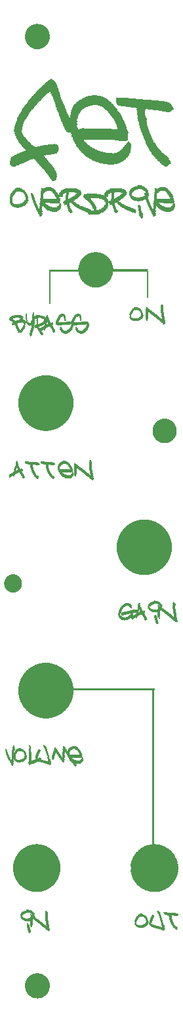
<source format=gbr>
G04 EAGLE Gerber RS-274X export*
G75*
%MOMM*%
%FSLAX34Y34*%
%LPD*%
%INSilkscreen Top*%
%IPPOS*%
%AMOC8*
5,1,8,0,0,1.08239X$1,22.5*%
G01*
%ADD10R,0.228600X0.025400*%
%ADD11R,0.609600X0.025400*%
%ADD12R,0.838200X0.025400*%
%ADD13R,1.016000X0.025400*%
%ADD14R,1.143000X0.025400*%
%ADD15R,1.270000X0.025400*%
%ADD16R,1.371600X0.025400*%
%ADD17R,1.473200X0.025400*%
%ADD18R,1.574800X0.025400*%
%ADD19R,1.651000X0.025400*%
%ADD20R,1.752600X0.025400*%
%ADD21R,1.828800X0.025400*%
%ADD22R,1.879600X0.025400*%
%ADD23R,1.955800X0.025400*%
%ADD24R,2.032000X0.025400*%
%ADD25R,2.082800X0.025400*%
%ADD26R,2.133600X0.025400*%
%ADD27R,2.184400X0.025400*%
%ADD28R,2.235200X0.025400*%
%ADD29R,2.286000X0.025400*%
%ADD30R,2.336800X0.025400*%
%ADD31R,2.387600X0.025400*%
%ADD32R,2.438400X0.025400*%
%ADD33R,2.489200X0.025400*%
%ADD34R,2.514600X0.025400*%
%ADD35R,2.565400X0.025400*%
%ADD36R,2.590800X0.025400*%
%ADD37R,2.641600X0.025400*%
%ADD38R,2.667000X0.025400*%
%ADD39R,2.692400X0.025400*%
%ADD40R,2.717800X0.025400*%
%ADD41R,2.768600X0.025400*%
%ADD42R,2.794000X0.025400*%
%ADD43R,2.819400X0.025400*%
%ADD44R,2.844800X0.025400*%
%ADD45R,2.870200X0.025400*%
%ADD46R,2.895600X0.025400*%
%ADD47R,2.921000X0.025400*%
%ADD48R,2.946400X0.025400*%
%ADD49R,2.971800X0.025400*%
%ADD50R,2.997200X0.025400*%
%ADD51R,3.022600X0.025400*%
%ADD52R,3.048000X0.025400*%
%ADD53R,3.073400X0.025400*%
%ADD54R,3.098800X0.025400*%
%ADD55R,3.124200X0.025400*%
%ADD56R,3.149600X0.025400*%
%ADD57R,3.175000X0.025400*%
%ADD58R,3.200400X0.025400*%
%ADD59R,2.743200X0.025400*%
%ADD60R,2.616200X0.025400*%
%ADD61R,2.540000X0.025400*%
%ADD62R,2.463800X0.025400*%
%ADD63R,2.413000X0.025400*%
%ADD64R,2.362200X0.025400*%
%ADD65R,2.159000X0.025400*%
%ADD66R,2.108200X0.025400*%
%ADD67R,2.057400X0.025400*%
%ADD68R,2.006600X0.025400*%
%ADD69R,1.930400X0.025400*%
%ADD70R,1.854200X0.025400*%
%ADD71R,1.778000X0.025400*%
%ADD72R,1.701800X0.025400*%
%ADD73R,1.625600X0.025400*%
%ADD74R,1.549400X0.025400*%
%ADD75R,1.447800X0.025400*%
%ADD76R,1.320800X0.025400*%
%ADD77R,1.219200X0.025400*%
%ADD78R,1.092200X0.025400*%
%ADD79R,0.939800X0.025400*%
%ADD80R,0.762000X0.025400*%
%ADD81R,0.508000X0.025400*%
%ADD82R,0.025400X0.025400*%
%ADD83R,0.127000X0.025400*%
%ADD84R,0.203200X0.025400*%
%ADD85R,0.254000X0.025400*%
%ADD86R,0.279400X0.025400*%
%ADD87R,0.304800X0.025400*%
%ADD88R,0.330200X0.025400*%
%ADD89R,0.076200X0.025400*%
%ADD90R,0.177800X0.025400*%
%ADD91R,0.101600X0.025400*%
%ADD92R,0.355600X0.025400*%
%ADD93R,0.406400X0.025400*%
%ADD94R,0.381000X0.025400*%
%ADD95R,0.431800X0.025400*%
%ADD96R,0.558800X0.025400*%
%ADD97R,0.457200X0.025400*%
%ADD98R,0.660400X0.025400*%
%ADD99R,0.482600X0.025400*%
%ADD100R,0.736600X0.025400*%
%ADD101R,0.533400X0.025400*%
%ADD102R,0.889000X0.025400*%
%ADD103R,0.990600X0.025400*%
%ADD104R,0.584200X0.025400*%
%ADD105R,1.117600X0.025400*%
%ADD106R,0.635000X0.025400*%
%ADD107R,0.685800X0.025400*%
%ADD108R,0.787400X0.025400*%
%ADD109R,0.152400X0.025400*%
%ADD110R,0.711200X0.025400*%
%ADD111R,1.066800X0.025400*%
%ADD112R,0.965200X0.025400*%
%ADD113R,1.168400X0.025400*%
%ADD114R,1.295400X0.025400*%
%ADD115R,0.812800X0.025400*%
%ADD116R,1.346200X0.025400*%
%ADD117R,1.244600X0.025400*%
%ADD118R,1.397000X0.025400*%
%ADD119R,1.041400X0.025400*%
%ADD120R,0.863600X0.025400*%
%ADD121R,1.676400X0.025400*%
%ADD122R,0.050800X0.025400*%
%ADD123R,0.914400X0.025400*%
%ADD124R,1.727200X0.025400*%
%ADD125R,1.905000X0.025400*%
%ADD126R,2.311400X0.025400*%
%ADD127R,3.276600X0.025400*%
%ADD128R,3.378200X0.025400*%
%ADD129R,3.352800X0.025400*%
%ADD130R,3.429000X0.025400*%
%ADD131R,3.505200X0.025400*%
%ADD132R,3.581400X0.025400*%
%ADD133R,3.657600X0.025400*%
%ADD134R,3.733800X0.025400*%
%ADD135R,3.708400X0.025400*%
%ADD136R,3.784600X0.025400*%
%ADD137R,3.835400X0.025400*%
%ADD138R,3.911600X0.025400*%
%ADD139R,3.962400X0.025400*%
%ADD140R,4.038600X0.025400*%
%ADD141R,4.089400X0.025400*%
%ADD142R,4.140200X0.025400*%
%ADD143R,4.191000X0.025400*%
%ADD144R,4.241800X0.025400*%
%ADD145R,4.292600X0.025400*%
%ADD146R,4.343400X0.025400*%
%ADD147R,4.394200X0.025400*%
%ADD148R,4.445000X0.025400*%
%ADD149R,4.495800X0.025400*%
%ADD150R,4.546600X0.025400*%
%ADD151R,4.597400X0.025400*%
%ADD152R,4.622800X0.025400*%
%ADD153R,4.673600X0.025400*%
%ADD154R,4.699000X0.025400*%
%ADD155R,4.749800X0.025400*%
%ADD156R,4.800600X0.025400*%
%ADD157R,4.826000X0.025400*%
%ADD158R,4.876800X0.025400*%
%ADD159R,4.902200X0.025400*%
%ADD160R,4.953000X0.025400*%
%ADD161R,4.978400X0.025400*%
%ADD162R,5.029200X0.025400*%
%ADD163R,5.054600X0.025400*%
%ADD164R,5.080000X0.025400*%
%ADD165R,5.105400X0.025400*%
%ADD166R,5.130800X0.025400*%
%ADD167R,5.156200X0.025400*%
%ADD168R,5.181600X0.025400*%
%ADD169R,5.207000X0.025400*%
%ADD170R,5.257800X0.025400*%
%ADD171R,5.283200X0.025400*%
%ADD172R,5.308600X0.025400*%
%ADD173R,5.334000X0.025400*%
%ADD174R,5.359400X0.025400*%
%ADD175R,5.384800X0.025400*%
%ADD176R,5.410200X0.025400*%
%ADD177R,5.435600X0.025400*%
%ADD178R,5.461000X0.025400*%
%ADD179R,5.486400X0.025400*%
%ADD180R,5.511800X0.025400*%
%ADD181R,5.537200X0.025400*%
%ADD182R,5.562600X0.025400*%
%ADD183R,5.588000X0.025400*%
%ADD184R,5.613400X0.025400*%
%ADD185R,5.638800X0.025400*%
%ADD186R,5.664200X0.025400*%
%ADD187R,5.689600X0.025400*%
%ADD188R,5.715000X0.025400*%
%ADD189R,5.740400X0.025400*%
%ADD190R,5.765800X0.025400*%
%ADD191R,5.791200X0.025400*%
%ADD192R,5.816600X0.025400*%
%ADD193R,5.842000X0.025400*%
%ADD194R,5.867400X0.025400*%
%ADD195R,5.892800X0.025400*%
%ADD196R,5.918200X0.025400*%
%ADD197R,5.943600X0.025400*%
%ADD198R,5.969000X0.025400*%
%ADD199R,5.994400X0.025400*%
%ADD200R,6.019800X0.025400*%
%ADD201R,6.045200X0.025400*%
%ADD202R,6.070600X0.025400*%
%ADD203R,6.096000X0.025400*%
%ADD204R,5.232400X0.025400*%
%ADD205R,5.003800X0.025400*%
%ADD206R,4.927600X0.025400*%
%ADD207R,4.851400X0.025400*%
%ADD208R,4.775200X0.025400*%
%ADD209R,4.724400X0.025400*%
%ADD210R,4.648200X0.025400*%
%ADD211R,4.470400X0.025400*%
%ADD212R,4.419600X0.025400*%
%ADD213R,4.368800X0.025400*%
%ADD214R,4.318000X0.025400*%
%ADD215R,4.267200X0.025400*%
%ADD216R,4.216400X0.025400*%
%ADD217R,4.165600X0.025400*%
%ADD218R,3.987800X0.025400*%
%ADD219R,3.937000X0.025400*%
%ADD220R,3.860800X0.025400*%
%ADD221R,3.810000X0.025400*%
%ADD222R,3.683000X0.025400*%
%ADD223R,3.606800X0.025400*%
%ADD224R,3.530600X0.025400*%
%ADD225R,3.479800X0.025400*%
%ADD226R,3.454400X0.025400*%
%ADD227R,3.327400X0.025400*%
%ADD228R,3.302000X0.025400*%
%ADD229R,3.225800X0.025400*%
%ADD230R,2.209800X0.025400*%
%ADD231R,1.600200X0.025400*%
%ADD232R,1.422400X0.025400*%
%ADD233R,1.193800X0.025400*%
%ADD234R,1.524000X0.025400*%
%ADD235R,1.803400X0.025400*%
%ADD236R,1.498600X0.025400*%
%ADD237R,3.403600X0.025400*%
%ADD238R,6.121400X0.025400*%
%ADD239R,6.172200X0.025400*%
%ADD240R,6.223000X0.025400*%
%ADD241R,6.273800X0.025400*%
%ADD242R,6.324600X0.025400*%
%ADD243R,6.375400X0.025400*%
%ADD244R,6.426200X0.025400*%
%ADD245R,6.477000X0.025400*%
%ADD246R,6.527800X0.025400*%
%ADD247R,6.578600X0.025400*%
%ADD248R,6.629400X0.025400*%
%ADD249R,6.654800X0.025400*%
%ADD250R,6.680200X0.025400*%
%ADD251R,6.731000X0.025400*%
%ADD252R,6.781800X0.025400*%
%ADD253R,6.807200X0.025400*%
%ADD254R,6.832600X0.025400*%
%ADD255R,6.883400X0.025400*%
%ADD256R,6.934200X0.025400*%
%ADD257R,6.959600X0.025400*%
%ADD258R,6.985000X0.025400*%
%ADD259R,7.035800X0.025400*%
%ADD260R,7.061200X0.025400*%
%ADD261R,7.086600X0.025400*%
%ADD262R,17.576800X0.025400*%
%ADD263R,7.010400X0.025400*%
%ADD264R,6.604000X0.025400*%
%ADD265R,6.451600X0.025400*%
%ADD266R,6.248400X0.025400*%
%ADD267R,4.013200X0.025400*%
%ADD268R,1.981200X0.025400*%
%ADD269R,2.260600X0.025400*%
%ADD270R,3.556000X0.025400*%
%ADD271R,3.632200X0.025400*%
%ADD272R,3.886200X0.025400*%
%ADD273R,6.197600X0.025400*%
%ADD274R,6.502400X0.025400*%
%ADD275R,6.858000X0.025400*%
%ADD276R,6.908800X0.025400*%
%ADD277R,6.756400X0.025400*%
%ADD278R,6.705600X0.025400*%
%ADD279R,6.553200X0.025400*%
%ADD280R,6.146800X0.025400*%
%ADD281R,4.114800X0.025400*%
%ADD282R,8.204200X0.025400*%
%ADD283R,12.776200X0.025400*%
%ADD284R,9.042400X0.025400*%
%ADD285R,4.064000X0.025400*%
%ADD286R,4.521200X0.025400*%
%ADD287R,4.572000X0.025400*%
%ADD288R,3.251200X0.025400*%
%ADD289R,7.112000X0.025400*%
%ADD290R,7.137400X0.025400*%
%ADD291R,7.162800X0.025400*%
%ADD292R,7.188200X0.025400*%
%ADD293R,7.213600X0.025400*%
%ADD294R,7.239000X0.025400*%
%ADD295R,7.264400X0.025400*%
%ADD296R,7.289800X0.025400*%
%ADD297R,7.315200X0.025400*%
%ADD298R,7.340600X0.025400*%
%ADD299R,7.366000X0.025400*%
%ADD300R,7.391400X0.025400*%
%ADD301R,7.747000X0.025400*%
%ADD302R,7.797800X0.025400*%
%ADD303R,7.823200X0.025400*%
%ADD304R,7.848600X0.025400*%
%ADD305R,7.899400X0.025400*%
%ADD306R,7.924800X0.025400*%
%ADD307R,7.950200X0.025400*%
%ADD308R,7.975600X0.025400*%
%ADD309R,6.299200X0.025400*%
%ADD310R,3.759200X0.025400*%


D10*
X74930Y13970D03*
D11*
X74803Y14224D03*
D12*
X74930Y14478D03*
D13*
X74803Y14732D03*
D14*
X74930Y14986D03*
D15*
X74803Y15240D03*
D16*
X74803Y15494D03*
D17*
X74803Y15748D03*
D18*
X74803Y16002D03*
D19*
X74930Y16256D03*
D20*
X74930Y16510D03*
D21*
X74803Y16764D03*
D22*
X74803Y17018D03*
D23*
X74930Y17272D03*
D24*
X74803Y17526D03*
D25*
X74803Y17780D03*
D26*
X74803Y18034D03*
D27*
X74803Y18288D03*
D28*
X74803Y18542D03*
D29*
X74803Y18796D03*
D30*
X74803Y19050D03*
D31*
X74803Y19304D03*
D32*
X74803Y19558D03*
D33*
X74803Y19812D03*
D34*
X74930Y20066D03*
D35*
X74930Y20320D03*
D36*
X74803Y20574D03*
D37*
X74803Y20828D03*
D38*
X74930Y21082D03*
D39*
X74803Y21336D03*
D40*
X74930Y21590D03*
D41*
X74930Y21844D03*
D42*
X74803Y22098D03*
D43*
X74930Y22352D03*
D44*
X74803Y22606D03*
D45*
X74930Y22860D03*
D46*
X74803Y23114D03*
D47*
X74930Y23368D03*
D48*
X74803Y23622D03*
D49*
X74930Y23876D03*
X74930Y24130D03*
D50*
X74803Y24384D03*
D51*
X74930Y24638D03*
D52*
X74803Y24892D03*
X74803Y25146D03*
D53*
X74930Y25400D03*
X74930Y25654D03*
D54*
X74803Y25908D03*
X74803Y26162D03*
D55*
X74930Y26416D03*
X74930Y26670D03*
D56*
X74803Y26924D03*
X74803Y27178D03*
X74803Y27432D03*
D57*
X74930Y27686D03*
X74930Y27940D03*
X74930Y28194D03*
X74930Y28448D03*
D58*
X74803Y28702D03*
X74803Y28956D03*
X74803Y29210D03*
X74803Y29464D03*
X74803Y29718D03*
X74803Y29972D03*
X74803Y30226D03*
X74803Y30480D03*
X74803Y30734D03*
X74803Y30988D03*
X74803Y31242D03*
D57*
X74930Y31496D03*
X74930Y31750D03*
X74930Y32004D03*
X74930Y32258D03*
D56*
X74803Y32512D03*
X74803Y32766D03*
X74803Y33020D03*
D55*
X74930Y33274D03*
X74930Y33528D03*
D54*
X74803Y33782D03*
X74803Y34036D03*
D53*
X74930Y34290D03*
X74930Y34544D03*
D52*
X74803Y34798D03*
D51*
X74930Y35052D03*
X74930Y35306D03*
D50*
X74803Y35560D03*
D49*
X74930Y35814D03*
D48*
X74803Y36068D03*
D47*
X74930Y36322D03*
X74930Y36576D03*
D46*
X74803Y36830D03*
D45*
X74930Y37084D03*
D44*
X74803Y37338D03*
D43*
X74930Y37592D03*
D41*
X74930Y37846D03*
D59*
X74803Y38100D03*
D40*
X74930Y38354D03*
D39*
X74803Y38608D03*
D37*
X74803Y38862D03*
D60*
X74930Y39116D03*
D36*
X74803Y39370D03*
D61*
X74803Y39624D03*
D33*
X74803Y39878D03*
D62*
X74930Y40132D03*
D63*
X74930Y40386D03*
D64*
X74930Y40640D03*
D30*
X74803Y40894D03*
D29*
X74803Y41148D03*
D28*
X74803Y41402D03*
D65*
X74930Y41656D03*
D66*
X74930Y41910D03*
D67*
X74930Y42164D03*
D68*
X74930Y42418D03*
D69*
X74803Y42672D03*
D70*
X74930Y42926D03*
D71*
X74803Y43180D03*
D72*
X74930Y43434D03*
D73*
X74803Y43688D03*
D74*
X74930Y43942D03*
D75*
X74930Y44196D03*
D76*
X74803Y44450D03*
D77*
X74803Y44704D03*
D78*
X74930Y44958D03*
D79*
X74930Y45212D03*
D80*
X74803Y45466D03*
D81*
X74803Y45720D03*
D82*
X64770Y98298D03*
D83*
X64770Y98552D03*
D84*
X64897Y98806D03*
D85*
X64897Y99060D03*
X64897Y99314D03*
D86*
X64770Y99568D03*
X64770Y99822D03*
D87*
X64643Y100076D03*
X64643Y100330D03*
D88*
X64516Y100584D03*
X64516Y100838D03*
D89*
X89154Y100838D03*
D88*
X64516Y101092D03*
D83*
X89154Y101092D03*
D88*
X64262Y101346D03*
D90*
X89154Y101346D03*
D88*
X64262Y101600D03*
D86*
X89154Y101600D03*
D91*
X237871Y101600D03*
D88*
X64262Y101854D03*
D87*
X89027Y101854D03*
D10*
X237490Y101854D03*
D87*
X64135Y102108D03*
D88*
X88900Y102108D03*
X237236Y102108D03*
X64008Y102362D03*
D92*
X88773Y102362D03*
D93*
X237109Y102362D03*
D87*
X63881Y102616D03*
D94*
X88646Y102616D03*
D81*
X236855Y102616D03*
D83*
X254254Y102616D03*
D87*
X63881Y102870D03*
D95*
X88392Y102870D03*
D96*
X236601Y102870D03*
D90*
X254254Y102870D03*
D87*
X63881Y103124D03*
D95*
X88138Y103124D03*
D11*
X236093Y103124D03*
D10*
X254254Y103124D03*
D87*
X63627Y103378D03*
D97*
X88011Y103378D03*
D98*
X235839Y103378D03*
D87*
X254127Y103378D03*
X63627Y103632D03*
D99*
X87884Y103632D03*
D100*
X235458Y103632D03*
D92*
X254127Y103632D03*
D87*
X63627Y103886D03*
D101*
X87630Y103886D03*
D12*
X234950Y103886D03*
D94*
X254000Y103886D03*
D86*
X63500Y104140D03*
D101*
X87376Y104140D03*
D102*
X234442Y104140D03*
D94*
X253746Y104140D03*
D86*
X63500Y104394D03*
D96*
X87249Y104394D03*
D103*
X233934Y104394D03*
D93*
X253619Y104394D03*
D87*
X63373Y104648D03*
D104*
X87122Y104648D03*
D105*
X233299Y104648D03*
D93*
X253365Y104648D03*
D87*
X63373Y104902D03*
D11*
X86995Y104902D03*
D77*
X232791Y104902D03*
D95*
X253238Y104902D03*
D86*
X63246Y105156D03*
D106*
X86868Y105156D03*
D97*
X208153Y105156D03*
D76*
X232283Y105156D03*
D95*
X252984Y105156D03*
D86*
X63246Y105410D03*
D98*
X86487Y105410D03*
D106*
X208280Y105410D03*
D13*
X229997Y105410D03*
D87*
X237363Y105410D03*
D97*
X252857Y105410D03*
D86*
X63246Y105664D03*
D91*
X67183Y105664D03*
D107*
X86360Y105664D03*
D108*
X208280Y105664D03*
D13*
X229235Y105664D03*
D86*
X237236Y105664D03*
D97*
X252603Y105664D03*
D86*
X63246Y105918D03*
D109*
X67183Y105918D03*
D110*
X86233Y105918D03*
D102*
X208280Y105918D03*
D13*
X228473Y105918D03*
D86*
X237236Y105918D03*
D93*
X252349Y105918D03*
D87*
X63119Y106172D03*
D90*
X67056Y106172D03*
D100*
X86106Y106172D03*
D103*
X208280Y106172D03*
X227838Y106172D03*
D86*
X237236Y106172D03*
D93*
X252095Y106172D03*
D86*
X62992Y106426D03*
D10*
X67056Y106426D03*
D80*
X85979Y106426D03*
D111*
X208407Y106426D03*
D112*
X227203Y106426D03*
D86*
X237236Y106426D03*
D94*
X251714Y106426D03*
D86*
X62992Y106680D03*
D10*
X67056Y106680D03*
D97*
X84201Y106680D03*
D87*
X88265Y106680D03*
D113*
X208407Y106680D03*
D79*
X226568Y106680D03*
D85*
X237109Y106680D03*
D94*
X251460Y106680D03*
D86*
X62992Y106934D03*
D85*
X66929Y106934D03*
D97*
X83693Y106934D03*
D86*
X88138Y106934D03*
D77*
X208407Y106934D03*
D102*
X225806Y106934D03*
D85*
X237109Y106934D03*
D92*
X251333Y106934D03*
D86*
X62992Y107188D03*
D85*
X66929Y107188D03*
D97*
X83439Y107188D03*
D86*
X88138Y107188D03*
D114*
X208534Y107188D03*
D115*
X225171Y107188D03*
D86*
X236982Y107188D03*
D92*
X251079Y107188D03*
D86*
X62992Y107442D03*
D85*
X66929Y107442D03*
D95*
X83058Y107442D03*
D87*
X88011Y107442D03*
D116*
X208534Y107442D03*
D100*
X224536Y107442D03*
D86*
X236982Y107442D03*
D92*
X250825Y107442D03*
D86*
X62738Y107696D03*
D85*
X66929Y107696D03*
D95*
X82804Y107696D03*
D87*
X88011Y107696D03*
D16*
X208661Y107696D03*
D107*
X224028Y107696D03*
D85*
X236855Y107696D03*
D88*
X250698Y107696D03*
D86*
X62738Y107950D03*
D85*
X66929Y107950D03*
D95*
X82550Y107950D03*
D87*
X88011Y107950D03*
D94*
X203454Y107950D03*
D106*
X212598Y107950D03*
D11*
X223393Y107950D03*
D85*
X236855Y107950D03*
D92*
X250571Y107950D03*
D86*
X62738Y108204D03*
X66802Y108204D03*
D95*
X82296Y108204D03*
D87*
X88011Y108204D03*
D88*
X202946Y108204D03*
D11*
X213233Y108204D03*
D101*
X222758Y108204D03*
D85*
X236855Y108204D03*
D88*
X250444Y108204D03*
D86*
X62738Y108458D03*
X66802Y108458D03*
D97*
X81915Y108458D03*
D86*
X87884Y108458D03*
X202692Y108458D03*
D81*
X213741Y108458D03*
D97*
X222123Y108458D03*
D86*
X236728Y108458D03*
D88*
X250190Y108458D03*
D85*
X62611Y108712D03*
D86*
X66802Y108712D03*
D95*
X81534Y108712D03*
D86*
X87884Y108712D03*
X202438Y108712D03*
D81*
X213995Y108712D03*
D94*
X221742Y108712D03*
D85*
X236601Y108712D03*
D87*
X250063Y108712D03*
D85*
X62611Y108966D03*
D86*
X66802Y108966D03*
D95*
X81280Y108966D03*
D86*
X87884Y108966D03*
D85*
X202311Y108966D03*
D99*
X214376Y108966D03*
D88*
X221234Y108966D03*
D85*
X236601Y108966D03*
D87*
X249809Y108966D03*
D10*
X62484Y109220D03*
D86*
X66802Y109220D03*
D95*
X81026Y109220D03*
D86*
X87884Y109220D03*
D85*
X202057Y109220D03*
D97*
X214757Y109220D03*
D86*
X220980Y109220D03*
D85*
X236601Y109220D03*
D87*
X249555Y109220D03*
D10*
X62484Y109474D03*
D86*
X66802Y109474D03*
D95*
X80772Y109474D03*
D87*
X87757Y109474D03*
D10*
X201930Y109474D03*
D95*
X215138Y109474D03*
D86*
X220726Y109474D03*
D85*
X236601Y109474D03*
D87*
X249555Y109474D03*
D90*
X62484Y109728D03*
D86*
X66802Y109728D03*
D97*
X80391Y109728D03*
D86*
X87630Y109728D03*
D10*
X201930Y109728D03*
D93*
X215265Y109728D03*
D86*
X220726Y109728D03*
D85*
X236347Y109728D03*
D86*
X249428Y109728D03*
D83*
X62484Y109982D03*
D86*
X66802Y109982D03*
D95*
X80010Y109982D03*
D86*
X87630Y109982D03*
D85*
X201803Y109982D03*
D93*
X215519Y109982D03*
D85*
X220599Y109982D03*
X236347Y109982D03*
D87*
X249301Y109982D03*
D86*
X66802Y110236D03*
D95*
X79756Y110236D03*
D86*
X87630Y110236D03*
D10*
X201676Y110236D03*
D92*
X215773Y110236D03*
D85*
X220599Y110236D03*
X236347Y110236D03*
D86*
X249174Y110236D03*
X66802Y110490D03*
D95*
X79502Y110490D03*
D86*
X87630Y110490D03*
D10*
X201676Y110490D03*
D92*
X216027Y110490D03*
D85*
X220599Y110490D03*
X236347Y110490D03*
D86*
X248920Y110490D03*
X66802Y110744D03*
D97*
X79121Y110744D03*
D86*
X87630Y110744D03*
D10*
X201676Y110744D03*
D88*
X216154Y110744D03*
D86*
X220472Y110744D03*
D10*
X236220Y110744D03*
D86*
X248920Y110744D03*
X66802Y110998D03*
D97*
X78867Y110998D03*
D87*
X87503Y110998D03*
D10*
X201676Y110998D03*
D88*
X216408Y110998D03*
D87*
X220599Y110998D03*
D85*
X236093Y110998D03*
D86*
X248666Y110998D03*
X66802Y111252D03*
D95*
X78486Y111252D03*
D86*
X87376Y111252D03*
D10*
X201676Y111252D03*
D88*
X216408Y111252D03*
D87*
X220599Y111252D03*
D85*
X236093Y111252D03*
D86*
X248666Y111252D03*
X66802Y111506D03*
D95*
X78232Y111506D03*
D86*
X87376Y111506D03*
D10*
X201676Y111506D03*
D87*
X216535Y111506D03*
X220599Y111506D03*
D85*
X236093Y111506D03*
D86*
X248412Y111506D03*
X66802Y111760D03*
D97*
X77851Y111760D03*
D86*
X87376Y111760D03*
D10*
X201676Y111760D03*
D87*
X216535Y111760D03*
X220853Y111760D03*
D10*
X235966Y111760D03*
D86*
X248412Y111760D03*
X66802Y112014D03*
D97*
X77597Y112014D03*
D86*
X87376Y112014D03*
D10*
X201676Y112014D03*
D86*
X216662Y112014D03*
D87*
X220853Y112014D03*
D85*
X235839Y112014D03*
D86*
X248412Y112014D03*
X66802Y112268D03*
D95*
X77216Y112268D03*
D86*
X87376Y112268D03*
D10*
X201676Y112268D03*
D86*
X216662Y112268D03*
D87*
X220853Y112268D03*
D10*
X235712Y112268D03*
D86*
X248158Y112268D03*
X66802Y112522D03*
D97*
X76835Y112522D03*
D86*
X87122Y112522D03*
D10*
X201676Y112522D03*
D86*
X216662Y112522D03*
D87*
X220853Y112522D03*
D10*
X235712Y112522D03*
D86*
X248158Y112522D03*
D87*
X66929Y112776D03*
D97*
X76581Y112776D03*
D86*
X87122Y112776D03*
D85*
X201803Y112776D03*
X216789Y112776D03*
D88*
X220980Y112776D03*
D10*
X235712Y112776D03*
D86*
X247904Y112776D03*
D87*
X66929Y113030D03*
D97*
X76327Y113030D03*
D86*
X87122Y113030D03*
D85*
X201803Y113030D03*
X216789Y113030D03*
D87*
X221107Y113030D03*
D85*
X235585Y113030D03*
D86*
X247904Y113030D03*
D87*
X66929Y113284D03*
D95*
X75946Y113284D03*
D86*
X87122Y113284D03*
D85*
X201803Y113284D03*
X216789Y113284D03*
D88*
X221234Y113284D03*
D85*
X235585Y113284D03*
X247777Y113284D03*
D87*
X66929Y113538D03*
D97*
X75565Y113538D03*
D86*
X87122Y113538D03*
D85*
X201803Y113538D03*
X216789Y113538D03*
D88*
X221234Y113538D03*
D10*
X235458Y113538D03*
D86*
X247650Y113538D03*
D94*
X61722Y113792D03*
D87*
X66929Y113792D03*
D97*
X75311Y113792D03*
D86*
X87122Y113792D03*
X201930Y113792D03*
D85*
X216789Y113792D03*
D88*
X221234Y113792D03*
D10*
X235458Y113792D03*
D86*
X247650Y113792D03*
D106*
X61722Y114046D03*
D87*
X66929Y114046D03*
D95*
X74930Y114046D03*
D86*
X86868Y114046D03*
X201930Y114046D03*
D10*
X216662Y114046D03*
D88*
X221488Y114046D03*
D85*
X235331Y114046D03*
X247523Y114046D03*
D111*
X63119Y114300D03*
D95*
X74676Y114300D03*
D86*
X86868Y114300D03*
X201930Y114300D03*
D10*
X216662Y114300D03*
D88*
X221488Y114300D03*
D85*
X235331Y114300D03*
D86*
X247396Y114300D03*
D14*
X62738Y114554D03*
D97*
X74295Y114554D03*
D86*
X86868Y114554D03*
X202184Y114554D03*
D85*
X216535Y114554D03*
D88*
X221488Y114554D03*
D10*
X235204Y114554D03*
D85*
X247269Y114554D03*
D113*
X62611Y114808D03*
D95*
X73914Y114808D03*
D86*
X86868Y114808D03*
X202184Y114808D03*
D85*
X216535Y114808D03*
D88*
X221742Y114808D03*
D85*
X235077Y114808D03*
X247269Y114808D03*
D77*
X62357Y115062D03*
D95*
X73660Y115062D03*
D86*
X86868Y115062D03*
D87*
X202311Y115062D03*
D10*
X216408Y115062D03*
D88*
X221742Y115062D03*
D85*
X235077Y115062D03*
D86*
X247142Y115062D03*
D117*
X62230Y115316D03*
D95*
X73406Y115316D03*
D86*
X86868Y115316D03*
X202438Y115316D03*
D10*
X216408Y115316D03*
D88*
X221742Y115316D03*
D85*
X235077Y115316D03*
X247015Y115316D03*
D116*
X62230Y115570D03*
D95*
X72898Y115570D03*
D85*
X86741Y115570D03*
D87*
X202565Y115570D03*
D85*
X216281Y115570D03*
D88*
X221996Y115570D03*
D10*
X234950Y115570D03*
D85*
X247015Y115570D03*
D118*
X62230Y115824D03*
D95*
X72644Y115824D03*
D86*
X86614Y115824D03*
D87*
X202565Y115824D03*
D10*
X216154Y115824D03*
D88*
X221996Y115824D03*
D85*
X234823Y115824D03*
D86*
X246888Y115824D03*
D17*
X62357Y116078D03*
D95*
X72390Y116078D03*
D86*
X86614Y116078D03*
D87*
X202819Y116078D03*
D10*
X216154Y116078D03*
D88*
X222250Y116078D03*
D85*
X234823Y116078D03*
D86*
X246888Y116078D03*
D69*
X64389Y116332D03*
D86*
X86614Y116332D03*
D88*
X202946Y116332D03*
D85*
X216027Y116332D03*
D88*
X222250Y116332D03*
D10*
X234696Y116332D03*
D86*
X246888Y116332D03*
D69*
X64135Y116586D03*
D86*
X86614Y116586D03*
D88*
X202946Y116586D03*
D10*
X215900Y116586D03*
D88*
X222250Y116586D03*
D85*
X234569Y116586D03*
D86*
X246888Y116586D03*
D96*
X57277Y116840D03*
D119*
X68326Y116840D03*
D86*
X86614Y116840D03*
D88*
X203200Y116840D03*
D85*
X215773Y116840D03*
D88*
X222504Y116840D03*
D85*
X234569Y116840D03*
D86*
X246888Y116840D03*
D97*
X56515Y117094D03*
D102*
X68834Y117094D03*
D86*
X86614Y117094D03*
D88*
X203454Y117094D03*
D85*
X215519Y117094D03*
D88*
X222504Y117094D03*
D85*
X234569Y117094D03*
D87*
X246761Y117094D03*
D93*
X56007Y117348D03*
D80*
X69215Y117348D03*
D86*
X86614Y117348D03*
D88*
X203454Y117348D03*
D85*
X215265Y117348D03*
D88*
X222758Y117348D03*
D10*
X234442Y117348D03*
D86*
X246634Y117348D03*
D88*
X55626Y117602D03*
D107*
X69088Y117602D03*
D86*
X86614Y117602D03*
D88*
X203708Y117602D03*
D85*
X215265Y117602D03*
D88*
X222758Y117602D03*
D85*
X234315Y117602D03*
D86*
X246634Y117602D03*
D87*
X55245Y117856D03*
D98*
X68961Y117856D03*
D85*
X86487Y117856D03*
D92*
X203835Y117856D03*
D85*
X215011Y117856D03*
D88*
X223012Y117856D03*
D85*
X234315Y117856D03*
D86*
X246634Y117856D03*
X55118Y118110D03*
D106*
X68834Y118110D03*
D85*
X86487Y118110D03*
D92*
X204089Y118110D03*
D86*
X214884Y118110D03*
D88*
X223012Y118110D03*
D85*
X234315Y118110D03*
D87*
X246507Y118110D03*
D86*
X54864Y118364D03*
D11*
X68707Y118364D03*
D86*
X86360Y118364D03*
D92*
X204343Y118364D03*
D87*
X214503Y118364D03*
D92*
X223139Y118364D03*
D85*
X234061Y118364D03*
D87*
X246507Y118364D03*
D85*
X54737Y118618D03*
D104*
X68580Y118618D03*
D86*
X86360Y118618D03*
D94*
X204470Y118618D03*
D87*
X214249Y118618D03*
D88*
X223266Y118618D03*
D85*
X234061Y118618D03*
D86*
X246380Y118618D03*
D10*
X54610Y118872D03*
D96*
X68453Y118872D03*
D86*
X86360Y118872D03*
D94*
X204724Y118872D03*
D88*
X213868Y118872D03*
D92*
X223393Y118872D03*
D85*
X234061Y118872D03*
D86*
X246380Y118872D03*
D85*
X54483Y119126D03*
D104*
X68580Y119126D03*
D86*
X86360Y119126D03*
D94*
X204978Y119126D03*
X213360Y119126D03*
D88*
X223520Y119126D03*
D85*
X233807Y119126D03*
D86*
X246380Y119126D03*
D10*
X54356Y119380D03*
D104*
X68580Y119380D03*
D86*
X86360Y119380D03*
D94*
X205232Y119380D03*
D83*
X208534Y119380D03*
D81*
X212725Y119380D03*
D92*
X223647Y119380D03*
D85*
X233807Y119380D03*
D86*
X246380Y119380D03*
D10*
X54356Y119634D03*
D104*
X68580Y119634D03*
D86*
X86360Y119634D03*
D95*
X205486Y119634D03*
D110*
X211455Y119634D03*
D88*
X223774Y119634D03*
D85*
X233807Y119634D03*
D86*
X246380Y119634D03*
D10*
X54356Y119888D03*
D104*
X68580Y119888D03*
D86*
X86360Y119888D03*
D78*
X209042Y119888D03*
D88*
X224028Y119888D03*
D85*
X233553Y119888D03*
D86*
X246126Y119888D03*
D10*
X54356Y120142D03*
D104*
X68580Y120142D03*
D86*
X86360Y120142D03*
D119*
X209042Y120142D03*
D88*
X224028Y120142D03*
D85*
X233553Y120142D03*
D86*
X246126Y120142D03*
D90*
X255016Y120142D03*
D10*
X54356Y120396D03*
D104*
X68580Y120396D03*
D86*
X86360Y120396D03*
D103*
X209042Y120396D03*
D86*
X224028Y120396D03*
D85*
X233553Y120396D03*
D86*
X246126Y120396D03*
D94*
X254254Y120396D03*
D85*
X54483Y120650D03*
D96*
X68453Y120650D03*
D86*
X86360Y120650D03*
D79*
X209042Y120650D03*
D85*
X223901Y120650D03*
X233299Y120650D03*
D87*
X246253Y120650D03*
D104*
X253492Y120650D03*
D85*
X54483Y120904D03*
D87*
X67183Y120904D03*
D10*
X70104Y120904D03*
D86*
X86360Y120904D03*
D120*
X208915Y120904D03*
D90*
X223774Y120904D03*
D85*
X233299Y120904D03*
D87*
X246253Y120904D03*
D115*
X252603Y120904D03*
D86*
X54610Y121158D03*
D85*
X66929Y121158D03*
D10*
X70104Y121158D03*
D86*
X86360Y121158D03*
D80*
X208915Y121158D03*
D109*
X223647Y121158D03*
D85*
X233299Y121158D03*
D77*
X250825Y121158D03*
D86*
X54610Y121412D03*
D10*
X66802Y121412D03*
D85*
X69977Y121412D03*
D86*
X86360Y121412D03*
D110*
X208915Y121412D03*
D89*
X223520Y121412D03*
D85*
X233045Y121412D03*
D117*
X250444Y121412D03*
D87*
X54737Y121666D03*
D10*
X66548Y121666D03*
D85*
X69977Y121666D03*
D86*
X86360Y121666D03*
D98*
X208915Y121666D03*
D85*
X233045Y121666D03*
D75*
X249174Y121666D03*
D88*
X54864Y121920D03*
D84*
X66421Y121920D03*
D86*
X69850Y121920D03*
X86360Y121920D03*
D101*
X208788Y121920D03*
D10*
X232918Y121920D03*
D73*
X248285Y121920D03*
D88*
X55118Y122174D03*
D109*
X66421Y122174D03*
D86*
X69596Y122174D03*
X86360Y122174D03*
D99*
X208788Y122174D03*
D85*
X232791Y122174D03*
D72*
X247650Y122174D03*
D92*
X55245Y122428D03*
D91*
X66167Y122428D03*
D86*
X69596Y122428D03*
X86360Y122428D03*
D93*
X208915Y122428D03*
D85*
X232791Y122428D03*
D20*
X247396Y122428D03*
D92*
X55499Y122682D03*
D87*
X69469Y122682D03*
X86487Y122682D03*
X208915Y122682D03*
D85*
X232537Y122682D03*
D20*
X247142Y122682D03*
D94*
X55626Y122936D03*
D88*
X69088Y122936D03*
D87*
X86487Y122936D03*
D85*
X232537Y122936D03*
D72*
X246888Y122936D03*
D95*
X55880Y123190D03*
D92*
X68961Y123190D03*
D87*
X86487Y123190D03*
D85*
X232283Y123190D03*
D121*
X246507Y123190D03*
D97*
X56261Y123444D03*
D92*
X68707Y123444D03*
D87*
X86487Y123444D03*
D85*
X232283Y123444D03*
D74*
X245872Y123444D03*
D99*
X56642Y123698D03*
D93*
X68453Y123698D03*
D87*
X86487Y123698D03*
D85*
X232029Y123698D03*
D116*
X244856Y123698D03*
D81*
X57023Y123952D03*
D93*
X68199Y123952D03*
D87*
X86487Y123952D03*
D86*
X231902Y123952D03*
D119*
X243332Y123952D03*
D96*
X57531Y124206D03*
D95*
X67818Y124206D03*
D87*
X86487Y124206D03*
D85*
X231775Y124206D03*
D100*
X241808Y124206D03*
D106*
X57912Y124460D03*
D99*
X67564Y124460D03*
D86*
X86360Y124460D03*
X231648Y124460D03*
D95*
X240284Y124460D03*
D80*
X59055Y124714D03*
D101*
X67056Y124714D03*
D86*
X86360Y124714D03*
X231394Y124714D03*
D118*
X62484Y124968D03*
D85*
X86233Y124968D03*
D86*
X231140Y124968D03*
D116*
X62484Y125222D03*
D84*
X86233Y125222D03*
D85*
X231013Y125222D03*
D15*
X62611Y125476D03*
D84*
X86233Y125476D03*
D85*
X231013Y125476D03*
D113*
X62611Y125730D03*
D90*
X86106Y125730D03*
D10*
X230886Y125730D03*
D78*
X62738Y125984D03*
D83*
X86106Y125984D03*
D90*
X230632Y125984D03*
D103*
X62738Y126238D03*
D122*
X85979Y126238D03*
D90*
X230378Y126238D03*
D123*
X62865Y126492D03*
D83*
X230124Y126492D03*
D108*
X62992Y126746D03*
D11*
X63373Y127000D03*
D81*
X63373Y127254D03*
D95*
X62992Y127508D03*
D88*
X62484Y127762D03*
D91*
X61849Y128016D03*
D100*
X73914Y151638D03*
X225806Y151638D03*
D78*
X73914Y151892D03*
D111*
X225933Y151892D03*
D76*
X73787Y152146D03*
X225933Y152146D03*
D74*
X73914Y152400D03*
X225806Y152400D03*
D124*
X73787Y152654D03*
X225933Y152654D03*
D125*
X73914Y152908D03*
D22*
X225933Y152908D03*
D24*
X73787Y153162D03*
X225933Y153162D03*
D65*
X73914Y153416D03*
D27*
X225933Y153416D03*
D126*
X73914Y153670D03*
X225806Y153670D03*
D63*
X73914Y153924D03*
X225806Y153924D03*
D61*
X73787Y154178D03*
X225933Y154178D03*
D37*
X73787Y154432D03*
X225933Y154432D03*
D59*
X73787Y154686D03*
X225933Y154686D03*
D44*
X73787Y154940D03*
X225933Y154940D03*
D48*
X73787Y155194D03*
X225933Y155194D03*
D51*
X73914Y155448D03*
X225806Y155448D03*
D55*
X73914Y155702D03*
X225806Y155702D03*
D58*
X73787Y155956D03*
X225933Y155956D03*
D127*
X73914Y156210D03*
X225806Y156210D03*
D128*
X73914Y156464D03*
D129*
X225933Y156464D03*
D130*
X73914Y156718D03*
X225806Y156718D03*
D131*
X73787Y156972D03*
X225933Y156972D03*
D132*
X73914Y157226D03*
X225806Y157226D03*
D133*
X73787Y157480D03*
X225933Y157480D03*
D134*
X73914Y157734D03*
D135*
X225933Y157734D03*
D136*
X73914Y157988D03*
X225806Y157988D03*
D137*
X73914Y158242D03*
X225806Y158242D03*
D138*
X73787Y158496D03*
X225933Y158496D03*
D139*
X73787Y158750D03*
X225933Y158750D03*
D140*
X73914Y159004D03*
X225806Y159004D03*
D141*
X73914Y159258D03*
X225806Y159258D03*
D142*
X73914Y159512D03*
X225806Y159512D03*
D143*
X73914Y159766D03*
X225806Y159766D03*
D144*
X73914Y160020D03*
X225806Y160020D03*
D145*
X73914Y160274D03*
X225806Y160274D03*
D146*
X73914Y160528D03*
X225806Y160528D03*
D147*
X73914Y160782D03*
X225806Y160782D03*
D148*
X73914Y161036D03*
X225806Y161036D03*
D149*
X73914Y161290D03*
X225806Y161290D03*
D150*
X73914Y161544D03*
X225806Y161544D03*
D151*
X73914Y161798D03*
X225806Y161798D03*
D152*
X73787Y162052D03*
X225933Y162052D03*
D153*
X73787Y162306D03*
X225933Y162306D03*
D154*
X73914Y162560D03*
X225806Y162560D03*
D155*
X73914Y162814D03*
X225806Y162814D03*
D156*
X73914Y163068D03*
X225806Y163068D03*
D157*
X73787Y163322D03*
X225933Y163322D03*
D158*
X73787Y163576D03*
X225933Y163576D03*
D159*
X73914Y163830D03*
X225806Y163830D03*
D160*
X73914Y164084D03*
X225806Y164084D03*
D161*
X73787Y164338D03*
X225933Y164338D03*
D162*
X73787Y164592D03*
X225933Y164592D03*
D163*
X73914Y164846D03*
X225806Y164846D03*
D164*
X73787Y165100D03*
D165*
X225806Y165100D03*
D166*
X73787Y165354D03*
D165*
X225806Y165354D03*
D167*
X73914Y165608D03*
X225806Y165608D03*
D168*
X73787Y165862D03*
X225933Y165862D03*
D169*
X73914Y166116D03*
X225806Y166116D03*
D170*
X73914Y166370D03*
X225806Y166370D03*
D171*
X73787Y166624D03*
X225933Y166624D03*
D172*
X73914Y166878D03*
X225806Y166878D03*
D173*
X73787Y167132D03*
X225933Y167132D03*
D174*
X73914Y167386D03*
X225806Y167386D03*
D175*
X73787Y167640D03*
X225933Y167640D03*
D176*
X73914Y167894D03*
X225806Y167894D03*
D177*
X73787Y168148D03*
X225933Y168148D03*
D178*
X73914Y168402D03*
X225806Y168402D03*
D179*
X73787Y168656D03*
X225933Y168656D03*
D180*
X73914Y168910D03*
X225806Y168910D03*
D181*
X73787Y169164D03*
X225933Y169164D03*
D182*
X73914Y169418D03*
X225806Y169418D03*
D183*
X73787Y169672D03*
X225933Y169672D03*
D184*
X73914Y169926D03*
X225806Y169926D03*
D185*
X73787Y170180D03*
X225933Y170180D03*
D186*
X73914Y170434D03*
X225806Y170434D03*
X73914Y170688D03*
X225806Y170688D03*
D187*
X73787Y170942D03*
X225933Y170942D03*
D188*
X73914Y171196D03*
X225806Y171196D03*
D189*
X73787Y171450D03*
D188*
X225806Y171450D03*
D189*
X73787Y171704D03*
X225933Y171704D03*
D190*
X73914Y171958D03*
X225806Y171958D03*
D191*
X73787Y172212D03*
X225933Y172212D03*
X73787Y172466D03*
X225933Y172466D03*
D192*
X73914Y172720D03*
X225806Y172720D03*
D193*
X73787Y172974D03*
D192*
X225806Y172974D03*
D193*
X73787Y173228D03*
X225933Y173228D03*
D194*
X73914Y173482D03*
X225806Y173482D03*
X73914Y173736D03*
X225806Y173736D03*
D195*
X73787Y173990D03*
X225933Y173990D03*
D196*
X73914Y174244D03*
X225806Y174244D03*
X73914Y174498D03*
X225806Y174498D03*
X73914Y174752D03*
X225806Y174752D03*
D197*
X73787Y175006D03*
X225933Y175006D03*
X73787Y175260D03*
X225933Y175260D03*
D198*
X73914Y175514D03*
X225806Y175514D03*
X73914Y175768D03*
X225806Y175768D03*
D199*
X73787Y176022D03*
D198*
X225806Y176022D03*
D199*
X73787Y176276D03*
X225933Y176276D03*
X73787Y176530D03*
X225933Y176530D03*
D200*
X73914Y176784D03*
X225806Y176784D03*
X73914Y177038D03*
X225806Y177038D03*
X73914Y177292D03*
X225806Y177292D03*
D201*
X73787Y177546D03*
X225933Y177546D03*
X73787Y177800D03*
X225933Y177800D03*
X73787Y178054D03*
X225933Y178054D03*
D202*
X73914Y178308D03*
X225806Y178308D03*
X73914Y178562D03*
X225806Y178562D03*
X73914Y178816D03*
X225806Y178816D03*
X73914Y179070D03*
X225806Y179070D03*
X73914Y179324D03*
X225806Y179324D03*
X73914Y179578D03*
X225806Y179578D03*
X73914Y179832D03*
X225806Y179832D03*
D203*
X73787Y180086D03*
X225933Y180086D03*
X73787Y180340D03*
X225933Y180340D03*
X73787Y180594D03*
X225933Y180594D03*
X73787Y180848D03*
X225933Y180848D03*
X73787Y181102D03*
X225933Y181102D03*
X73787Y181356D03*
X225933Y181356D03*
X73787Y181610D03*
X225933Y181610D03*
X73787Y181864D03*
X225933Y181864D03*
X73787Y182118D03*
X225933Y182118D03*
X73787Y182372D03*
X225933Y182372D03*
X73787Y182626D03*
X225933Y182626D03*
X73787Y182880D03*
X225933Y182880D03*
X73787Y183134D03*
X225933Y183134D03*
X73787Y183388D03*
X225933Y183388D03*
X73787Y183642D03*
X225933Y183642D03*
D202*
X73914Y183896D03*
X225806Y183896D03*
X73914Y184150D03*
X225806Y184150D03*
X73914Y184404D03*
X225806Y184404D03*
X73914Y184658D03*
X225806Y184658D03*
X73914Y184912D03*
X225806Y184912D03*
X73914Y185166D03*
X225806Y185166D03*
X73914Y185420D03*
X225806Y185420D03*
D201*
X73787Y185674D03*
X225933Y185674D03*
X73787Y185928D03*
X225933Y185928D03*
X73787Y186182D03*
X225933Y186182D03*
D200*
X73914Y186436D03*
X225806Y186436D03*
X73914Y186690D03*
X225806Y186690D03*
X73914Y186944D03*
X225806Y186944D03*
X73914Y187198D03*
X225806Y187198D03*
D199*
X73787Y187452D03*
X225933Y187452D03*
X73787Y187706D03*
X225933Y187706D03*
D198*
X73914Y187960D03*
X225806Y187960D03*
X73914Y188214D03*
X225806Y188214D03*
X73914Y188468D03*
X225806Y188468D03*
D197*
X73787Y188722D03*
X225933Y188722D03*
D196*
X73914Y188976D03*
X225806Y188976D03*
X73914Y189230D03*
X225806Y189230D03*
X73914Y189484D03*
X225806Y189484D03*
D195*
X73787Y189738D03*
X225933Y189738D03*
D194*
X73914Y189992D03*
X225806Y189992D03*
X73914Y190246D03*
X225806Y190246D03*
X73914Y190500D03*
X225806Y190500D03*
D193*
X73787Y190754D03*
X225933Y190754D03*
D192*
X73914Y191008D03*
X225806Y191008D03*
X73914Y191262D03*
X225806Y191262D03*
D191*
X73787Y191516D03*
X225933Y191516D03*
D190*
X73914Y191770D03*
X225806Y191770D03*
X73914Y192024D03*
X225806Y192024D03*
D189*
X73787Y192278D03*
X225933Y192278D03*
D188*
X73914Y192532D03*
X225806Y192532D03*
D187*
X73787Y192786D03*
X225933Y192786D03*
D186*
X73914Y193040D03*
X225806Y193040D03*
X73914Y193294D03*
X225806Y193294D03*
D185*
X73787Y193548D03*
X225933Y193548D03*
D184*
X73914Y193802D03*
X225806Y193802D03*
D183*
X73787Y194056D03*
X225933Y194056D03*
D182*
X73914Y194310D03*
X225806Y194310D03*
X73914Y194564D03*
X225806Y194564D03*
D180*
X73914Y194818D03*
X225806Y194818D03*
X73914Y195072D03*
X225806Y195072D03*
D179*
X73787Y195326D03*
X225933Y195326D03*
D178*
X73914Y195580D03*
X225806Y195580D03*
D177*
X73787Y195834D03*
D176*
X225806Y195834D03*
X73914Y196088D03*
X225806Y196088D03*
D174*
X73914Y196342D03*
X225806Y196342D03*
X73914Y196596D03*
X225806Y196596D03*
D172*
X73914Y196850D03*
X225806Y196850D03*
D171*
X73787Y197104D03*
X225933Y197104D03*
D170*
X73914Y197358D03*
X225806Y197358D03*
D204*
X73787Y197612D03*
X225933Y197612D03*
D169*
X73914Y197866D03*
X225806Y197866D03*
D167*
X73914Y198120D03*
X225806Y198120D03*
D166*
X73787Y198374D03*
X225933Y198374D03*
D165*
X73914Y198628D03*
X225806Y198628D03*
D163*
X73914Y198882D03*
X225806Y198882D03*
D162*
X73787Y199136D03*
X225933Y199136D03*
D205*
X73914Y199390D03*
X225806Y199390D03*
D160*
X73914Y199644D03*
X225806Y199644D03*
D206*
X73787Y199898D03*
X225933Y199898D03*
D159*
X73914Y200152D03*
X225806Y200152D03*
D207*
X73914Y200406D03*
X225806Y200406D03*
D156*
X73914Y200660D03*
X225806Y200660D03*
D208*
X73787Y200914D03*
X225933Y200914D03*
D209*
X73787Y201168D03*
X225933Y201168D03*
D154*
X73914Y201422D03*
X225806Y201422D03*
D210*
X73914Y201676D03*
X225806Y201676D03*
D151*
X73914Y201930D03*
X225806Y201930D03*
D150*
X73914Y202184D03*
X225806Y202184D03*
D149*
X73914Y202438D03*
X225806Y202438D03*
D211*
X73787Y202692D03*
X225933Y202692D03*
D212*
X73787Y202946D03*
X225933Y202946D03*
D213*
X73787Y203200D03*
X225933Y203200D03*
D214*
X73787Y203454D03*
X225933Y203454D03*
D215*
X73787Y203708D03*
X225933Y203708D03*
D216*
X73787Y203962D03*
X225933Y203962D03*
D217*
X73787Y204216D03*
X225933Y204216D03*
D141*
X73914Y204470D03*
X225806Y204470D03*
D140*
X73914Y204724D03*
X225806Y204724D03*
D218*
X73914Y204978D03*
X225806Y204978D03*
D219*
X73914Y205232D03*
X225806Y205232D03*
D220*
X73787Y205486D03*
X225933Y205486D03*
D221*
X73787Y205740D03*
X225933Y205740D03*
D134*
X73914Y205994D03*
X225806Y205994D03*
D222*
X73914Y206248D03*
X225806Y206248D03*
D223*
X73787Y206502D03*
X225933Y206502D03*
D224*
X73914Y206756D03*
X225806Y206756D03*
D225*
X73914Y207010D03*
D226*
X225933Y207010D03*
D128*
X73914Y207264D03*
X225806Y207264D03*
D227*
X73914Y207518D03*
D228*
X225933Y207518D03*
D229*
X73914Y207772D03*
X225806Y207772D03*
D56*
X73787Y208026D03*
X225933Y208026D03*
D53*
X73914Y208280D03*
X225806Y208280D03*
D49*
X73914Y208534D03*
X225806Y208534D03*
D45*
X73914Y208788D03*
X225806Y208788D03*
D41*
X73914Y209042D03*
D42*
X225933Y209042D03*
D39*
X73787Y209296D03*
X225933Y209296D03*
D35*
X73914Y209550D03*
D36*
X225933Y209550D03*
D62*
X73914Y209804D03*
X225806Y209804D03*
D64*
X73914Y210058D03*
X225806Y210058D03*
D230*
X73914Y210312D03*
X225806Y210312D03*
D25*
X73787Y210566D03*
X225933Y210566D03*
D23*
X73914Y210820D03*
X225806Y210820D03*
D71*
X73787Y211074D03*
X225933Y211074D03*
D231*
X73914Y211328D03*
X225806Y211328D03*
D118*
X73914Y211582D03*
D232*
X225933Y211582D03*
D113*
X73787Y211836D03*
X225933Y211836D03*
D120*
X73787Y212090D03*
X225933Y212090D03*
D94*
X73914Y212344D03*
X225806Y212344D03*
D10*
X225044Y212598D03*
D85*
X224917Y212852D03*
X224917Y213106D03*
X224917Y213360D03*
X224917Y213614D03*
X224917Y213868D03*
X224917Y214122D03*
X224917Y214376D03*
X224917Y214630D03*
X224917Y214884D03*
X224917Y215138D03*
X224917Y215392D03*
X224917Y215646D03*
X224917Y215900D03*
X224917Y216154D03*
X224917Y216408D03*
X224917Y216662D03*
X224917Y216916D03*
X224917Y217170D03*
X224917Y217424D03*
X224917Y217678D03*
X224917Y217932D03*
X224917Y218186D03*
X224917Y218440D03*
X224917Y218694D03*
X224917Y218948D03*
X224917Y219202D03*
X224917Y219456D03*
X224917Y219710D03*
X224917Y219964D03*
X224917Y220218D03*
X224917Y220472D03*
X224917Y220726D03*
X224917Y220980D03*
X224917Y221234D03*
X224917Y221488D03*
X224917Y221742D03*
X224917Y221996D03*
X224917Y222250D03*
X224917Y222504D03*
X224917Y222758D03*
X224917Y223012D03*
X224917Y223266D03*
X224917Y223520D03*
X224917Y223774D03*
X224917Y224028D03*
X224917Y224282D03*
X224917Y224536D03*
X224917Y224790D03*
X224917Y225044D03*
X224917Y225298D03*
X224917Y225552D03*
X224917Y225806D03*
X224917Y226060D03*
X224917Y226314D03*
X224917Y226568D03*
X224917Y226822D03*
X224917Y227076D03*
X224917Y227330D03*
X224917Y227584D03*
X224917Y227838D03*
X224917Y228092D03*
X224917Y228346D03*
X224917Y228600D03*
X224917Y228854D03*
X224917Y229108D03*
X224917Y229362D03*
X224917Y229616D03*
X224917Y229870D03*
X224917Y230124D03*
X224917Y230378D03*
X224917Y230632D03*
X224917Y230886D03*
X224917Y231140D03*
X224917Y231394D03*
X224917Y231648D03*
X224917Y231902D03*
X224917Y232156D03*
X224917Y232410D03*
X224917Y232664D03*
X224917Y232918D03*
X224917Y233172D03*
X224917Y233426D03*
X224917Y233680D03*
X224917Y233934D03*
X224917Y234188D03*
X224917Y234442D03*
X224917Y234696D03*
X224917Y234950D03*
X224917Y235204D03*
X224917Y235458D03*
X224917Y235712D03*
X224917Y235966D03*
X224917Y236220D03*
X224917Y236474D03*
X224917Y236728D03*
X224917Y236982D03*
X224917Y237236D03*
X224917Y237490D03*
X224917Y237744D03*
X224917Y237998D03*
X224917Y238252D03*
X224917Y238506D03*
X224917Y238760D03*
X224917Y239014D03*
X224917Y239268D03*
X224917Y239522D03*
X224917Y239776D03*
X224917Y240030D03*
X224917Y240284D03*
X224917Y240538D03*
X224917Y240792D03*
X224917Y241046D03*
X224917Y241300D03*
X224917Y241554D03*
X224917Y241808D03*
X224917Y242062D03*
X224917Y242316D03*
X224917Y242570D03*
X224917Y242824D03*
X224917Y243078D03*
X224917Y243332D03*
X224917Y243586D03*
X224917Y243840D03*
X224917Y244094D03*
X224917Y244348D03*
X224917Y244602D03*
X224917Y244856D03*
X224917Y245110D03*
X224917Y245364D03*
X224917Y245618D03*
X224917Y245872D03*
X224917Y246126D03*
X224917Y246380D03*
X224917Y246634D03*
X224917Y246888D03*
X224917Y247142D03*
X224917Y247396D03*
X224917Y247650D03*
X224917Y247904D03*
X224917Y248158D03*
X224917Y248412D03*
X224917Y248666D03*
X224917Y248920D03*
X224917Y249174D03*
X224917Y249428D03*
X224917Y249682D03*
X224917Y249936D03*
X224917Y250190D03*
X224917Y250444D03*
X224917Y250698D03*
X224917Y250952D03*
X224917Y251206D03*
X224917Y251460D03*
X224917Y251714D03*
X224917Y251968D03*
X224917Y252222D03*
X224917Y252476D03*
X224917Y252730D03*
X224917Y252984D03*
X224917Y253238D03*
X224917Y253492D03*
X224917Y253746D03*
X224917Y254000D03*
X224917Y254254D03*
X224917Y254508D03*
X224917Y254762D03*
X224917Y255016D03*
X224917Y255270D03*
X224917Y255524D03*
X224917Y255778D03*
X224917Y256032D03*
X224917Y256286D03*
X224917Y256540D03*
X224917Y256794D03*
X224917Y257048D03*
X224917Y257302D03*
X224917Y257556D03*
X224917Y257810D03*
X224917Y258064D03*
X224917Y258318D03*
X224917Y258572D03*
X224917Y258826D03*
X224917Y259080D03*
X224917Y259334D03*
X224917Y259588D03*
X224917Y259842D03*
X224917Y260096D03*
X224917Y260350D03*
X224917Y260604D03*
X224917Y260858D03*
X224917Y261112D03*
X224917Y261366D03*
X224917Y261620D03*
X224917Y261874D03*
X224917Y262128D03*
X224917Y262382D03*
X224917Y262636D03*
X224917Y262890D03*
X224917Y263144D03*
X224917Y263398D03*
X224917Y263652D03*
X224917Y263906D03*
X224917Y264160D03*
X224917Y264414D03*
X224917Y264668D03*
X224917Y264922D03*
X224917Y265176D03*
X224917Y265430D03*
X224917Y265684D03*
X224917Y265938D03*
X224917Y266192D03*
X224917Y266446D03*
X224917Y266700D03*
X224917Y266954D03*
X224917Y267208D03*
X224917Y267462D03*
X224917Y267716D03*
X224917Y267970D03*
X224917Y268224D03*
X224917Y268478D03*
X224917Y268732D03*
X224917Y268986D03*
X224917Y269240D03*
X224917Y269494D03*
X224917Y269748D03*
X224917Y270002D03*
X224917Y270256D03*
X224917Y270510D03*
X224917Y270764D03*
X224917Y271018D03*
X224917Y271272D03*
X224917Y271526D03*
X224917Y271780D03*
X224917Y272034D03*
X224917Y272288D03*
X224917Y272542D03*
X224917Y272796D03*
X224917Y273050D03*
X224917Y273304D03*
X224917Y273558D03*
X224917Y273812D03*
X224917Y274066D03*
X224917Y274320D03*
X224917Y274574D03*
X224917Y274828D03*
X224917Y275082D03*
X224917Y275336D03*
X224917Y275590D03*
X224917Y275844D03*
X224917Y276098D03*
X224917Y276352D03*
X224917Y276606D03*
X224917Y276860D03*
X224917Y277114D03*
X224917Y277368D03*
X224917Y277622D03*
X224917Y277876D03*
X224917Y278130D03*
X224917Y278384D03*
X224917Y278638D03*
X224917Y278892D03*
X224917Y279146D03*
X224917Y279400D03*
X224917Y279654D03*
X224917Y279908D03*
X224917Y280162D03*
X224917Y280416D03*
X224917Y280670D03*
X224917Y280924D03*
X224917Y281178D03*
X224917Y281432D03*
X224917Y281686D03*
X224917Y281940D03*
X224917Y282194D03*
X224917Y282448D03*
X224917Y282702D03*
X224917Y282956D03*
X224917Y283210D03*
X224917Y283464D03*
X224917Y283718D03*
X224917Y283972D03*
X224917Y284226D03*
X224917Y284480D03*
X224917Y284734D03*
X224917Y284988D03*
X224917Y285242D03*
X224917Y285496D03*
X224917Y285750D03*
X224917Y286004D03*
X224917Y286258D03*
X224917Y286512D03*
X224917Y286766D03*
X224917Y287020D03*
X224917Y287274D03*
X224917Y287528D03*
X224917Y287782D03*
X224917Y288036D03*
X224917Y288290D03*
X224917Y288544D03*
X224917Y288798D03*
X224917Y289052D03*
X224917Y289306D03*
X224917Y289560D03*
X224917Y289814D03*
X224917Y290068D03*
X224917Y290322D03*
X224917Y290576D03*
X224917Y290830D03*
X224917Y291084D03*
X224917Y291338D03*
X224917Y291592D03*
X224917Y291846D03*
X224917Y292100D03*
X224917Y292354D03*
X224917Y292608D03*
X224917Y292862D03*
X224917Y293116D03*
X224917Y293370D03*
X224917Y293624D03*
X224917Y293878D03*
X224917Y294132D03*
X224917Y294386D03*
X224917Y294640D03*
X224917Y294894D03*
X224917Y295148D03*
X224917Y295402D03*
X224917Y295656D03*
X224917Y295910D03*
X224917Y296164D03*
X224917Y296418D03*
X224917Y296672D03*
X224917Y296926D03*
X224917Y297180D03*
X224917Y297434D03*
X224917Y297688D03*
X224917Y297942D03*
X224917Y298196D03*
X224917Y298450D03*
X224917Y298704D03*
X224917Y298958D03*
X224917Y299212D03*
X224917Y299466D03*
X224917Y299720D03*
X224917Y299974D03*
X224917Y300228D03*
X224917Y300482D03*
X224917Y300736D03*
X224917Y300990D03*
X224917Y301244D03*
X224917Y301498D03*
X224917Y301752D03*
X224917Y302006D03*
X224917Y302260D03*
X224917Y302514D03*
X224917Y302768D03*
X224917Y303022D03*
X224917Y303276D03*
X224917Y303530D03*
X224917Y303784D03*
X224917Y304038D03*
X224917Y304292D03*
X224917Y304546D03*
X224917Y304800D03*
X224917Y305054D03*
X224917Y305308D03*
X224917Y305562D03*
X224917Y305816D03*
X224917Y306070D03*
X224917Y306324D03*
X224917Y306578D03*
X224917Y306832D03*
X224917Y307086D03*
X224917Y307340D03*
X224917Y307594D03*
X224917Y307848D03*
X224917Y308102D03*
X224917Y308356D03*
X224917Y308610D03*
X224917Y308864D03*
X224917Y309118D03*
X224917Y309372D03*
X224917Y309626D03*
X224917Y309880D03*
X224917Y310134D03*
X224917Y310388D03*
X224917Y310642D03*
X224917Y310896D03*
X224917Y311150D03*
X224917Y311404D03*
X224917Y311658D03*
X224917Y311912D03*
X224917Y312166D03*
X224917Y312420D03*
X224917Y312674D03*
X224917Y312928D03*
X224917Y313182D03*
X224917Y313436D03*
D91*
X123825Y313690D03*
D85*
X224917Y313690D03*
D109*
X123825Y313944D03*
D85*
X224917Y313944D03*
D10*
X123952Y314198D03*
D85*
X224917Y314198D03*
D83*
X42672Y314452D03*
D85*
X124079Y314452D03*
X224917Y314452D03*
D90*
X42672Y314706D03*
D86*
X123952Y314706D03*
D85*
X224917Y314706D03*
D10*
X42926Y314960D03*
D87*
X123825Y314960D03*
D85*
X224917Y314960D03*
X42799Y315214D03*
D89*
X64516Y315214D03*
D91*
X91059Y315214D03*
D88*
X123698Y315214D03*
D85*
X224917Y315214D03*
X42799Y315468D03*
D109*
X64897Y315468D03*
D10*
X90678Y315468D03*
D88*
X123444Y315468D03*
D85*
X224917Y315468D03*
D86*
X42672Y315722D03*
D85*
X65151Y315722D03*
D88*
X90424Y315722D03*
D92*
X123317Y315722D03*
D85*
X224917Y315722D03*
D87*
X42545Y315976D03*
D92*
X65405Y315976D03*
D93*
X90297Y315976D03*
D94*
X123190Y315976D03*
D85*
X224917Y315976D03*
D87*
X42545Y316230D03*
D93*
X65659Y316230D03*
D81*
X90043Y316230D03*
D94*
X122936Y316230D03*
D85*
X224917Y316230D03*
D88*
X42418Y316484D03*
D97*
X65913Y316484D03*
D96*
X89789Y316484D03*
D93*
X122809Y316484D03*
D85*
X224917Y316484D03*
D88*
X42418Y316738D03*
D96*
X66167Y316738D03*
D11*
X89281Y316738D03*
D93*
X122555Y316738D03*
D83*
X127254Y316738D03*
D85*
X224917Y316738D03*
D92*
X42291Y316992D03*
D11*
X66421Y316992D03*
D98*
X89027Y316992D03*
D102*
X124968Y316992D03*
D85*
X224917Y316992D03*
D92*
X42291Y317246D03*
D107*
X66802Y317246D03*
D100*
X88646Y317246D03*
D103*
X125222Y317246D03*
D85*
X224917Y317246D03*
D94*
X42164Y317500D03*
D100*
X67056Y317500D03*
D12*
X88138Y317500D03*
D111*
X125349Y317500D03*
D85*
X224917Y317500D03*
D94*
X42164Y317754D03*
D108*
X67310Y317754D03*
D102*
X87630Y317754D03*
D105*
X125349Y317754D03*
D85*
X224917Y317754D03*
D94*
X41910Y318008D03*
D120*
X67691Y318008D03*
D103*
X87122Y318008D03*
D233*
X125476Y318008D03*
D85*
X224917Y318008D03*
D93*
X41783Y318262D03*
D123*
X67945Y318262D03*
D105*
X86487Y318262D03*
D77*
X125603Y318262D03*
D85*
X224917Y318262D03*
D95*
X41910Y318516D03*
D103*
X68326Y318516D03*
D77*
X85979Y318516D03*
D122*
X108331Y318516D03*
D15*
X125603Y318516D03*
D85*
X224917Y318516D03*
D97*
X41783Y318770D03*
X51435Y318770D03*
D13*
X68707Y318770D03*
D76*
X85471Y318770D03*
D109*
X108331Y318770D03*
D76*
X125603Y318770D03*
D85*
X224917Y318770D03*
D97*
X41783Y319024D03*
D106*
X51562Y319024D03*
D78*
X69088Y319024D03*
D13*
X83185Y319024D03*
D87*
X90551Y319024D03*
D84*
X108331Y319024D03*
D16*
X125603Y319024D03*
D85*
X224917Y319024D03*
D99*
X41656Y319278D03*
D108*
X51562Y319278D03*
D14*
X69342Y319278D03*
D13*
X82423Y319278D03*
D86*
X90424Y319278D03*
D10*
X108204Y319278D03*
D232*
X125603Y319278D03*
D85*
X224917Y319278D03*
D99*
X41656Y319532D03*
D102*
X51562Y319532D03*
D77*
X69723Y319532D03*
D13*
X81661Y319532D03*
D86*
X90424Y319532D03*
X108204Y319532D03*
D75*
X125730Y319532D03*
D85*
X224917Y319532D03*
D81*
X41529Y319786D03*
D103*
X51562Y319786D03*
D230*
X74930Y319786D03*
D86*
X90424Y319786D03*
D87*
X108077Y319786D03*
D17*
X125603Y319786D03*
D85*
X224917Y319786D03*
D81*
X41529Y320040D03*
D111*
X51689Y320040D03*
D26*
X74549Y320040D03*
D86*
X90424Y320040D03*
D88*
X107950Y320040D03*
D234*
X125603Y320040D03*
D85*
X224917Y320040D03*
D101*
X41402Y320294D03*
D113*
X51689Y320294D03*
D87*
X65405Y320294D03*
D121*
X76073Y320294D03*
D85*
X90297Y320294D03*
D88*
X107950Y320294D03*
D74*
X125476Y320294D03*
D85*
X224917Y320294D03*
D101*
X41402Y320548D03*
D77*
X51689Y320548D03*
D87*
X65405Y320548D03*
D234*
X75819Y320548D03*
D85*
X90297Y320548D03*
D92*
X107823Y320548D03*
D108*
X121666Y320548D03*
D95*
X131318Y320548D03*
D85*
X224917Y320548D03*
D96*
X41275Y320802D03*
D114*
X51816Y320802D03*
D87*
X65405Y320802D03*
D116*
X75692Y320802D03*
D86*
X90170Y320802D03*
D94*
X107696Y320802D03*
D110*
X121031Y320802D03*
D94*
X131572Y320802D03*
D85*
X224917Y320802D03*
X39751Y321056D03*
D86*
X42672Y321056D03*
D116*
X51816Y321056D03*
D87*
X65405Y321056D03*
D113*
X75565Y321056D03*
D86*
X90170Y321056D03*
D93*
X107569Y321056D03*
D106*
X120396Y321056D03*
D92*
X131699Y321056D03*
D85*
X224917Y321056D03*
D86*
X39624Y321310D03*
D85*
X42799Y321310D03*
D16*
X51943Y321310D03*
D87*
X65405Y321310D03*
D119*
X75438Y321310D03*
D85*
X90043Y321310D03*
D93*
X107569Y321310D03*
D11*
X120015Y321310D03*
D92*
X131953Y321310D03*
D85*
X224917Y321310D03*
X39497Y321564D03*
X42799Y321564D03*
D94*
X46736Y321564D03*
D106*
X55880Y321564D03*
D88*
X65532Y321564D03*
D123*
X75565Y321564D03*
D85*
X90043Y321564D03*
D95*
X107442Y321564D03*
D101*
X119634Y321564D03*
D87*
X132207Y321564D03*
D85*
X224917Y321564D03*
X39243Y321818D03*
X42799Y321818D03*
D88*
X46228Y321818D03*
D11*
X56515Y321818D03*
D87*
X65659Y321818D03*
D12*
X75946Y321818D03*
D85*
X90043Y321818D03*
D97*
X107315Y321818D03*
D81*
X119253Y321818D03*
D87*
X132207Y321818D03*
D85*
X224917Y321818D03*
X39243Y322072D03*
X42799Y322072D03*
D86*
X45974Y322072D03*
D81*
X57023Y322072D03*
D87*
X65659Y322072D03*
D80*
X76073Y322072D03*
D86*
X89916Y322072D03*
D89*
X94742Y322072D03*
D97*
X107315Y322072D03*
D99*
X118872Y322072D03*
D86*
X132334Y322072D03*
D85*
X224917Y322072D03*
X38989Y322326D03*
X42799Y322326D03*
D86*
X45720Y322326D03*
D81*
X57277Y322326D03*
D87*
X65659Y322326D03*
D110*
X76327Y322326D03*
D85*
X89789Y322326D03*
D109*
X94869Y322326D03*
D99*
X107188Y322326D03*
D97*
X118745Y322326D03*
D85*
X132461Y322326D03*
X224917Y322326D03*
X38989Y322580D03*
D101*
X44196Y322580D03*
D99*
X57658Y322580D03*
D87*
X65659Y322580D03*
D110*
X76327Y322580D03*
D85*
X89789Y322580D03*
D90*
X94996Y322580D03*
D99*
X107188Y322580D03*
D95*
X118364Y322580D03*
D10*
X132588Y322580D03*
D85*
X224917Y322580D03*
X38735Y322834D03*
D81*
X44069Y322834D03*
D97*
X58039Y322834D03*
D87*
X65659Y322834D03*
D110*
X76327Y322834D03*
D85*
X89789Y322834D03*
D10*
X94996Y322834D03*
D81*
X107061Y322834D03*
D95*
X118110Y322834D03*
D84*
X132715Y322834D03*
D85*
X224917Y322834D03*
X38735Y323088D03*
D99*
X43942Y323088D03*
D95*
X58420Y323088D03*
D87*
X65659Y323088D03*
D100*
X76200Y323088D03*
D85*
X89789Y323088D03*
X94869Y323088D03*
D101*
X106934Y323088D03*
D93*
X117983Y323088D03*
D90*
X132842Y323088D03*
D85*
X224917Y323088D03*
X38481Y323342D03*
D99*
X43942Y323342D03*
D93*
X58547Y323342D03*
D87*
X65659Y323342D03*
D86*
X73914Y323342D03*
D93*
X77851Y323342D03*
D85*
X89535Y323342D03*
X94869Y323342D03*
D101*
X106934Y323342D03*
D93*
X117729Y323342D03*
D109*
X132969Y323342D03*
D85*
X224917Y323342D03*
X38481Y323596D03*
D99*
X43942Y323596D03*
D93*
X58801Y323596D03*
D87*
X65659Y323596D03*
D85*
X73787Y323596D03*
D88*
X77978Y323596D03*
D85*
X89535Y323596D03*
X94869Y323596D03*
D96*
X106807Y323596D03*
D93*
X117475Y323596D03*
D91*
X132969Y323596D03*
D85*
X224917Y323596D03*
X38227Y323850D03*
D95*
X43942Y323850D03*
D92*
X59055Y323850D03*
D87*
X65659Y323850D03*
D85*
X73787Y323850D03*
X78359Y323850D03*
X89535Y323850D03*
D86*
X94996Y323850D03*
D104*
X106680Y323850D03*
D94*
X117348Y323850D03*
D91*
X132969Y323850D03*
D85*
X224917Y323850D03*
X38227Y324104D03*
D95*
X43942Y324104D03*
D92*
X59309Y324104D03*
D87*
X65659Y324104D03*
D85*
X73787Y324104D03*
D89*
X78232Y324104D03*
D85*
X89535Y324104D03*
D86*
X94996Y324104D03*
D104*
X106680Y324104D03*
D94*
X117094Y324104D03*
D122*
X132969Y324104D03*
D85*
X224917Y324104D03*
D86*
X38100Y324358D03*
D95*
X43942Y324358D03*
D88*
X59436Y324358D03*
D87*
X65659Y324358D03*
D86*
X73660Y324358D03*
D10*
X89408Y324358D03*
D86*
X94996Y324358D03*
D11*
X106553Y324358D03*
D92*
X116967Y324358D03*
D10*
X131064Y324358D03*
D85*
X224917Y324358D03*
X37973Y324612D03*
D95*
X43942Y324612D03*
D88*
X59690Y324612D03*
D87*
X65659Y324612D03*
X73787Y324612D03*
D85*
X89281Y324612D03*
D86*
X94996Y324612D03*
D88*
X104902Y324612D03*
D87*
X108331Y324612D03*
D92*
X116713Y324612D03*
D108*
X128778Y324612D03*
D85*
X224917Y324612D03*
D86*
X37846Y324866D03*
D95*
X43942Y324866D03*
D88*
X59690Y324866D03*
D86*
X65786Y324866D03*
D87*
X73787Y324866D03*
D85*
X89281Y324866D03*
D86*
X94996Y324866D03*
D87*
X104775Y324866D03*
X108331Y324866D03*
D71*
X123825Y324866D03*
D85*
X224917Y324866D03*
X37719Y325120D03*
D95*
X43942Y325120D03*
D87*
X59817Y325120D03*
D86*
X65786Y325120D03*
D87*
X73787Y325120D03*
D85*
X89281Y325120D03*
D87*
X95123Y325120D03*
X104521Y325120D03*
X108331Y325120D03*
D235*
X123698Y325120D03*
D85*
X224917Y325120D03*
X37719Y325374D03*
D95*
X43942Y325374D03*
D87*
X59817Y325374D03*
D86*
X65786Y325374D03*
D87*
X74041Y325374D03*
D10*
X89154Y325374D03*
D87*
X95123Y325374D03*
X104267Y325374D03*
X108331Y325374D03*
D235*
X123698Y325374D03*
D85*
X224917Y325374D03*
X37465Y325628D03*
D95*
X43942Y325628D03*
D86*
X59944Y325628D03*
X65786Y325628D03*
D87*
X74041Y325628D03*
D85*
X89027Y325628D03*
D87*
X95123Y325628D03*
X104267Y325628D03*
D86*
X108458Y325628D03*
D21*
X123571Y325628D03*
D85*
X224917Y325628D03*
X37465Y325882D03*
D95*
X43942Y325882D03*
D86*
X59944Y325882D03*
X65786Y325882D03*
D87*
X74041Y325882D03*
D10*
X88900Y325882D03*
D87*
X95123Y325882D03*
X104013Y325882D03*
D86*
X108458Y325882D03*
D70*
X123444Y325882D03*
D85*
X224917Y325882D03*
X37211Y326136D03*
D95*
X43942Y326136D03*
D86*
X59944Y326136D03*
X65786Y326136D03*
D87*
X74041Y326136D03*
D10*
X88900Y326136D03*
D87*
X95377Y326136D03*
D86*
X103886Y326136D03*
X108458Y326136D03*
D70*
X123444Y326136D03*
D85*
X224917Y326136D03*
X37211Y326390D03*
D97*
X44069Y326390D03*
D85*
X60071Y326390D03*
D86*
X65786Y326390D03*
D88*
X74168Y326390D03*
D10*
X88900Y326390D03*
D87*
X95377Y326390D03*
X103759Y326390D03*
D86*
X108458Y326390D03*
D22*
X123317Y326390D03*
D85*
X224917Y326390D03*
X37211Y326644D03*
D97*
X44069Y326644D03*
D85*
X60071Y326644D03*
D86*
X65786Y326644D03*
D87*
X74295Y326644D03*
D85*
X88773Y326644D03*
D87*
X95377Y326644D03*
X103505Y326644D03*
D86*
X108458Y326644D03*
D22*
X123317Y326644D03*
D85*
X224917Y326644D03*
X36957Y326898D03*
D95*
X44196Y326898D03*
D85*
X60071Y326898D03*
D86*
X65786Y326898D03*
D88*
X74422Y326898D03*
D85*
X88773Y326898D03*
D88*
X95504Y326898D03*
D86*
X103378Y326898D03*
X108458Y326898D03*
D125*
X123190Y326898D03*
D85*
X224917Y326898D03*
X36957Y327152D03*
D95*
X44196Y327152D03*
D85*
X60071Y327152D03*
D86*
X65786Y327152D03*
D88*
X74422Y327152D03*
D10*
X88646Y327152D03*
D87*
X95631Y327152D03*
D86*
X103124Y327152D03*
X108458Y327152D03*
D69*
X123063Y327152D03*
D85*
X224917Y327152D03*
X36703Y327406D03*
D97*
X44323Y327406D03*
D85*
X60071Y327406D03*
D86*
X65786Y327406D03*
D88*
X74422Y327406D03*
D10*
X88646Y327406D03*
D87*
X95631Y327406D03*
X102997Y327406D03*
D86*
X108458Y327406D03*
D69*
X123063Y327406D03*
D85*
X224917Y327406D03*
X36703Y327660D03*
D97*
X44323Y327660D03*
D10*
X59944Y327660D03*
D86*
X65786Y327660D03*
D88*
X74676Y327660D03*
D85*
X88519Y327660D03*
D87*
X95631Y327660D03*
D86*
X102870Y327660D03*
X108458Y327660D03*
D23*
X122936Y327660D03*
D85*
X224917Y327660D03*
X36703Y327914D03*
D97*
X44323Y327914D03*
D10*
X59944Y327914D03*
D86*
X65786Y327914D03*
D88*
X74676Y327914D03*
D85*
X88519Y327914D03*
D88*
X95758Y327914D03*
D86*
X102616Y327914D03*
X108458Y327914D03*
D69*
X122809Y327914D03*
D85*
X224917Y327914D03*
X36449Y328168D03*
D99*
X44450Y328168D03*
D85*
X59817Y328168D03*
D86*
X65786Y328168D03*
D88*
X74676Y328168D03*
D10*
X88392Y328168D03*
D87*
X95885Y328168D03*
D86*
X102616Y328168D03*
D85*
X108585Y328168D03*
D94*
X114808Y328168D03*
D113*
X122809Y328168D03*
D88*
X130810Y328168D03*
D85*
X224917Y328168D03*
X36449Y328422D03*
D99*
X44450Y328422D03*
D85*
X59817Y328422D03*
D86*
X65786Y328422D03*
D88*
X74930Y328422D03*
D85*
X88265Y328422D03*
D87*
X95885Y328422D03*
D86*
X102362Y328422D03*
D85*
X108585Y328422D03*
D92*
X114681Y328422D03*
D88*
X130810Y328422D03*
D85*
X224917Y328422D03*
D10*
X36322Y328676D03*
D81*
X44577Y328676D03*
D10*
X59690Y328676D03*
D86*
X65786Y328676D03*
D88*
X74930Y328676D03*
D85*
X88265Y328676D03*
D88*
X96012Y328676D03*
D86*
X102108Y328676D03*
D85*
X108585Y328676D03*
D94*
X114554Y328676D03*
D87*
X130683Y328676D03*
D85*
X224917Y328676D03*
X36195Y328930D03*
D81*
X44577Y328930D03*
D10*
X59690Y328930D03*
D86*
X65786Y328930D03*
D88*
X74930Y328930D03*
D85*
X88265Y328930D03*
D87*
X96139Y328930D03*
D86*
X102108Y328930D03*
D85*
X108585Y328930D03*
D93*
X114427Y328930D03*
D87*
X130683Y328930D03*
D85*
X224917Y328930D03*
X36195Y329184D03*
D101*
X44704Y329184D03*
D85*
X59563Y329184D03*
D86*
X65786Y329184D03*
D88*
X75184Y329184D03*
D10*
X88138Y329184D03*
D87*
X96139Y329184D03*
D86*
X101854Y329184D03*
X108712Y329184D03*
D93*
X114427Y329184D03*
D87*
X130683Y329184D03*
D85*
X224917Y329184D03*
D10*
X36068Y329438D03*
D101*
X44704Y329438D03*
D10*
X59436Y329438D03*
D86*
X65786Y329438D03*
D88*
X75184Y329438D03*
D85*
X88011Y329438D03*
D87*
X96139Y329438D03*
D86*
X101600Y329438D03*
X108712Y329438D03*
D95*
X114300Y329438D03*
D87*
X130429Y329438D03*
D85*
X224917Y329438D03*
X35941Y329692D03*
D96*
X44831Y329692D03*
D10*
X59436Y329692D03*
D86*
X65786Y329692D03*
D88*
X75438Y329692D03*
D85*
X88011Y329692D03*
D87*
X96393Y329692D03*
D86*
X101600Y329692D03*
X108712Y329692D03*
D95*
X114300Y329692D03*
D87*
X130429Y329692D03*
D85*
X224917Y329692D03*
D10*
X35814Y329946D03*
D96*
X45085Y329946D03*
D85*
X59309Y329946D03*
D86*
X65786Y329946D03*
D88*
X75438Y329946D03*
D10*
X87884Y329946D03*
D87*
X96393Y329946D03*
D86*
X101346Y329946D03*
X108712Y329946D03*
D97*
X114173Y329946D03*
D88*
X130302Y329946D03*
D85*
X224917Y329946D03*
D10*
X35814Y330200D03*
D96*
X45085Y330200D03*
D10*
X59182Y330200D03*
D86*
X65786Y330200D03*
D88*
X75438Y330200D03*
D85*
X87757Y330200D03*
D87*
X96393Y330200D03*
D86*
X101346Y330200D03*
X108712Y330200D03*
D95*
X114046Y330200D03*
D87*
X130175Y330200D03*
D85*
X224917Y330200D03*
X35687Y330454D03*
D104*
X45212Y330454D03*
D85*
X59055Y330454D03*
D86*
X65786Y330454D03*
D88*
X75692Y330454D03*
D85*
X87757Y330454D03*
D87*
X96647Y330454D03*
D86*
X101092Y330454D03*
X108712Y330454D03*
D99*
X114046Y330454D03*
D88*
X130048Y330454D03*
D85*
X224917Y330454D03*
D10*
X35560Y330708D03*
D11*
X45339Y330708D03*
D85*
X58801Y330708D03*
D86*
X65786Y330708D03*
D88*
X75692Y330708D03*
D85*
X87757Y330708D03*
D87*
X96647Y330708D03*
D86*
X100838Y330708D03*
X108712Y330708D03*
D81*
X113919Y330708D03*
D87*
X129921Y330708D03*
D85*
X224917Y330708D03*
D10*
X35560Y330962D03*
D85*
X43561Y330962D03*
D88*
X46736Y330962D03*
D85*
X58547Y330962D03*
D86*
X65786Y330962D03*
D88*
X75946Y330962D03*
D10*
X87630Y330962D03*
D87*
X96647Y330962D03*
D86*
X100838Y330962D03*
X108712Y330962D03*
D81*
X113919Y330962D03*
D88*
X129794Y330962D03*
D85*
X224917Y330962D03*
X35433Y331216D03*
X43561Y331216D03*
D88*
X46990Y331216D03*
D85*
X58547Y331216D03*
D86*
X65786Y331216D03*
D88*
X75946Y331216D03*
D85*
X87503Y331216D03*
D87*
X96901Y331216D03*
D86*
X100584Y331216D03*
X108712Y331216D03*
D101*
X113792Y331216D03*
D87*
X129667Y331216D03*
D85*
X224917Y331216D03*
D10*
X35306Y331470D03*
D85*
X43561Y331470D03*
D92*
X47117Y331470D03*
D85*
X58293Y331470D03*
D86*
X65786Y331470D03*
D88*
X76200Y331470D03*
D85*
X87503Y331470D03*
D87*
X96901Y331470D03*
D86*
X100584Y331470D03*
X108712Y331470D03*
D101*
X113792Y331470D03*
D88*
X129540Y331470D03*
D85*
X224917Y331470D03*
D10*
X35306Y331724D03*
D85*
X43561Y331724D03*
D92*
X47371Y331724D03*
D86*
X58166Y331724D03*
D85*
X65659Y331724D03*
D88*
X76200Y331724D03*
D85*
X87503Y331724D03*
D87*
X96901Y331724D03*
D86*
X100330Y331724D03*
X108712Y331724D03*
D96*
X113665Y331724D03*
D88*
X129286Y331724D03*
D85*
X224917Y331724D03*
X35179Y331978D03*
D86*
X43688Y331978D03*
D92*
X47625Y331978D03*
D87*
X57785Y331978D03*
D85*
X65659Y331978D03*
D92*
X76327Y331978D03*
D85*
X87249Y331978D03*
D104*
X98552Y331978D03*
D86*
X108712Y331978D03*
X112268Y331978D03*
X115316Y331978D03*
D88*
X129286Y331978D03*
D85*
X224917Y331978D03*
D10*
X35052Y332232D03*
D86*
X43688Y332232D03*
D94*
X47752Y332232D03*
D87*
X57531Y332232D03*
D85*
X65659Y332232D03*
D88*
X76454Y332232D03*
D85*
X87249Y332232D03*
D104*
X98552Y332232D03*
D86*
X108712Y332232D03*
X112014Y332232D03*
X115316Y332232D03*
D88*
X129032Y332232D03*
D85*
X224917Y332232D03*
D10*
X35052Y332486D03*
D85*
X43815Y332486D03*
D94*
X48006Y332486D03*
D88*
X57150Y332486D03*
D85*
X65659Y332486D03*
D92*
X76581Y332486D03*
D85*
X87249Y332486D03*
D96*
X98425Y332486D03*
D86*
X108712Y332486D03*
X112014Y332486D03*
D85*
X115443Y332486D03*
D92*
X128905Y332486D03*
D85*
X224917Y332486D03*
D10*
X35052Y332740D03*
D85*
X43815Y332740D03*
D94*
X48260Y332740D03*
X56642Y332740D03*
D85*
X65659Y332740D03*
D88*
X76708Y332740D03*
D85*
X86995Y332740D03*
D96*
X98425Y332740D03*
X110363Y332740D03*
D86*
X115570Y332740D03*
D92*
X128651Y332740D03*
D85*
X224917Y332740D03*
D10*
X34798Y332994D03*
D85*
X43815Y332994D03*
D94*
X48514Y332994D03*
D83*
X51816Y332994D03*
D81*
X56007Y332994D03*
D85*
X65659Y332994D03*
D92*
X76835Y332994D03*
D85*
X86995Y332994D03*
D81*
X98425Y332994D03*
D96*
X110363Y332994D03*
D86*
X115570Y332994D03*
D88*
X128524Y332994D03*
D85*
X224917Y332994D03*
D10*
X34798Y333248D03*
D85*
X43815Y333248D03*
D95*
X48768Y333248D03*
D110*
X54737Y333248D03*
D85*
X65659Y333248D03*
D88*
X76962Y333248D03*
D85*
X86995Y333248D03*
D81*
X98425Y333248D03*
D101*
X110236Y333248D03*
D87*
X115697Y333248D03*
D92*
X128397Y333248D03*
D85*
X224917Y333248D03*
D84*
X34671Y333502D03*
D85*
X43815Y333502D03*
D78*
X52324Y333502D03*
D85*
X65659Y333502D03*
D88*
X77216Y333502D03*
D85*
X86741Y333502D03*
D99*
X98298Y333502D03*
D101*
X110236Y333502D03*
D87*
X115697Y333502D03*
D92*
X128143Y333502D03*
D85*
X224917Y333502D03*
D84*
X34671Y333756D03*
D86*
X43942Y333756D03*
D119*
X52324Y333756D03*
D85*
X65659Y333756D03*
D88*
X77216Y333756D03*
D85*
X86741Y333756D03*
D97*
X98425Y333756D03*
D81*
X110109Y333756D03*
D87*
X115951Y333756D03*
D92*
X127889Y333756D03*
D85*
X224917Y333756D03*
D90*
X34544Y334010D03*
D86*
X43942Y334010D03*
D103*
X52324Y334010D03*
D85*
X65659Y334010D03*
D86*
X77216Y334010D03*
D85*
X86741Y334010D03*
D95*
X98298Y334010D03*
D99*
X109982Y334010D03*
D88*
X116078Y334010D03*
D94*
X127762Y334010D03*
D85*
X224917Y334010D03*
D90*
X34544Y334264D03*
D86*
X43942Y334264D03*
D79*
X52324Y334264D03*
D85*
X65659Y334264D03*
X77089Y334264D03*
X86487Y334264D03*
D93*
X98171Y334264D03*
D99*
X109982Y334264D03*
D92*
X116205Y334264D03*
D94*
X127508Y334264D03*
D85*
X224917Y334264D03*
D109*
X34417Y334518D03*
D85*
X44069Y334518D03*
D120*
X52197Y334518D03*
D10*
X65532Y334518D03*
D90*
X76962Y334518D03*
D85*
X86487Y334518D03*
D94*
X98298Y334518D03*
D97*
X109855Y334518D03*
D92*
X116459Y334518D03*
D94*
X127254Y334518D03*
D85*
X224917Y334518D03*
D83*
X34290Y334772D03*
D85*
X44069Y334772D03*
D80*
X52197Y334772D03*
D10*
X65532Y334772D03*
D109*
X76835Y334772D03*
D85*
X86487Y334772D03*
D92*
X98171Y334772D03*
D97*
X109855Y334772D03*
D94*
X116586Y334772D03*
X127000Y334772D03*
D85*
X224917Y334772D03*
D91*
X34163Y335026D03*
D85*
X44069Y335026D03*
D110*
X52197Y335026D03*
D85*
X65405Y335026D03*
D89*
X76708Y335026D03*
D85*
X86233Y335026D03*
D92*
X98171Y335026D03*
D95*
X109728Y335026D03*
X116840Y335026D03*
X126746Y335026D03*
D85*
X224917Y335026D03*
D122*
X33909Y335280D03*
D86*
X44196Y335280D03*
D98*
X52197Y335280D03*
D85*
X65405Y335280D03*
X86233Y335280D03*
D87*
X98171Y335280D03*
D93*
X109855Y335280D03*
D97*
X117221Y335280D03*
D95*
X126492Y335280D03*
D85*
X224917Y335280D03*
D86*
X44196Y335534D03*
D101*
X52070Y335534D03*
D85*
X65405Y335534D03*
D10*
X86106Y335534D03*
D86*
X98044Y335534D03*
D94*
X109728Y335534D03*
D81*
X117729Y335534D03*
D97*
X126111Y335534D03*
D85*
X224917Y335534D03*
D86*
X44196Y335788D03*
D99*
X52070Y335788D03*
D85*
X65405Y335788D03*
X85979Y335788D03*
X97917Y335788D03*
D94*
X109728Y335788D03*
D104*
X118110Y335788D03*
D81*
X125603Y335788D03*
D85*
X224917Y335788D03*
X44323Y336042D03*
D93*
X52197Y336042D03*
D85*
X65405Y336042D03*
X85979Y336042D03*
D10*
X98044Y336042D03*
D92*
X109601Y336042D03*
D117*
X121666Y336042D03*
D85*
X224917Y336042D03*
X44323Y336296D03*
D87*
X52197Y336296D03*
D85*
X65405Y336296D03*
X85725Y336296D03*
D84*
X97917Y336296D03*
D92*
X109601Y336296D03*
D233*
X121666Y336296D03*
D85*
X224917Y336296D03*
X44323Y336550D03*
X65405Y336550D03*
X85725Y336550D03*
D90*
X97790Y336550D03*
D88*
X109474Y336550D03*
D14*
X121666Y336550D03*
D85*
X224917Y336550D03*
D86*
X44450Y336804D03*
D10*
X65278Y336804D03*
D85*
X85471Y336804D03*
D83*
X97790Y336804D03*
D87*
X109347Y336804D03*
D78*
X121666Y336804D03*
D85*
X224917Y336804D03*
D86*
X44450Y337058D03*
D10*
X65278Y337058D03*
D85*
X85471Y337058D03*
D91*
X97663Y337058D03*
D87*
X109347Y337058D03*
D119*
X121666Y337058D03*
D85*
X224917Y337058D03*
X44577Y337312D03*
D10*
X65278Y337312D03*
D85*
X85217Y337312D03*
X109347Y337312D03*
D112*
X121793Y337312D03*
D85*
X224917Y337312D03*
X44577Y337566D03*
D10*
X65278Y337566D03*
D86*
X85090Y337566D03*
D85*
X109347Y337566D03*
D123*
X121793Y337566D03*
D85*
X224917Y337566D03*
X44577Y337820D03*
D10*
X65278Y337820D03*
D85*
X84963Y337820D03*
D10*
X109220Y337820D03*
D115*
X121793Y337820D03*
D85*
X224917Y337820D03*
X44577Y338074D03*
D10*
X65278Y338074D03*
D86*
X84836Y338074D03*
D84*
X109093Y338074D03*
D100*
X121920Y338074D03*
D85*
X224917Y338074D03*
D10*
X44450Y338328D03*
X65278Y338328D03*
D86*
X84582Y338328D03*
D90*
X108966Y338328D03*
D106*
X121920Y338328D03*
D85*
X224917Y338328D03*
D84*
X44577Y338582D03*
X65151Y338582D03*
D86*
X84328Y338582D03*
D109*
X108839Y338582D03*
D81*
X122047Y338582D03*
D85*
X224917Y338582D03*
D90*
X44450Y338836D03*
D84*
X65151Y338836D03*
D85*
X84201Y338836D03*
D83*
X108712Y338836D03*
D92*
X122047Y338836D03*
D85*
X224917Y338836D03*
D90*
X44450Y339090D03*
D84*
X64897Y339090D03*
D85*
X84201Y339090D03*
X224917Y339090D03*
D83*
X44450Y339344D03*
D84*
X64897Y339344D03*
D10*
X84074Y339344D03*
D85*
X224917Y339344D03*
D91*
X44323Y339598D03*
D90*
X64770Y339598D03*
X83820Y339598D03*
D85*
X224917Y339598D03*
D122*
X44069Y339852D03*
D109*
X64643Y339852D03*
D90*
X83566Y339852D03*
D85*
X224917Y339852D03*
D83*
X64516Y340106D03*
X83312Y340106D03*
D85*
X224917Y340106D03*
D89*
X64516Y340360D03*
X83058Y340360D03*
D85*
X224917Y340360D03*
X224917Y340614D03*
X224917Y340868D03*
X224917Y341122D03*
X224917Y341376D03*
X224917Y341630D03*
X224917Y341884D03*
X224917Y342138D03*
X224917Y342392D03*
X224917Y342646D03*
X224917Y342900D03*
X224917Y343154D03*
X224917Y343408D03*
X224917Y343662D03*
X224917Y343916D03*
X224917Y344170D03*
X224917Y344424D03*
X224917Y344678D03*
X224917Y344932D03*
X224917Y345186D03*
X224917Y345440D03*
X224917Y345694D03*
X224917Y345948D03*
X224917Y346202D03*
X224917Y346456D03*
X224917Y346710D03*
X224917Y346964D03*
X224917Y347218D03*
X224917Y347472D03*
X224917Y347726D03*
X224917Y347980D03*
X224917Y348234D03*
X224917Y348488D03*
X224917Y348742D03*
X224917Y348996D03*
X224917Y349250D03*
X224917Y349504D03*
X224917Y349758D03*
X224917Y350012D03*
X224917Y350266D03*
X224917Y350520D03*
X224917Y350774D03*
X224917Y351028D03*
X224917Y351282D03*
X224917Y351536D03*
X224917Y351790D03*
X224917Y352044D03*
X224917Y352298D03*
X224917Y352552D03*
X224917Y352806D03*
X224917Y353060D03*
X224917Y353314D03*
X224917Y353568D03*
X224917Y353822D03*
X224917Y354076D03*
X224917Y354330D03*
X224917Y354584D03*
X224917Y354838D03*
X224917Y355092D03*
X224917Y355346D03*
X224917Y355600D03*
X224917Y355854D03*
X224917Y356108D03*
X224917Y356362D03*
X224917Y356616D03*
X224917Y356870D03*
X224917Y357124D03*
X224917Y357378D03*
X224917Y357632D03*
X224917Y357886D03*
X224917Y358140D03*
X224917Y358394D03*
X224917Y358648D03*
X224917Y358902D03*
X224917Y359156D03*
X224917Y359410D03*
X224917Y359664D03*
X224917Y359918D03*
X224917Y360172D03*
X224917Y360426D03*
X224917Y360680D03*
X224917Y360934D03*
X224917Y361188D03*
X224917Y361442D03*
X224917Y361696D03*
X224917Y361950D03*
X224917Y362204D03*
X224917Y362458D03*
X224917Y362712D03*
X224917Y362966D03*
X224917Y363220D03*
X224917Y363474D03*
X224917Y363728D03*
X224917Y363982D03*
X224917Y364236D03*
X224917Y364490D03*
X224917Y364744D03*
X224917Y364998D03*
X224917Y365252D03*
X224917Y365506D03*
X224917Y365760D03*
X224917Y366014D03*
X224917Y366268D03*
X224917Y366522D03*
X224917Y366776D03*
X224917Y367030D03*
X224917Y367284D03*
X224917Y367538D03*
X224917Y367792D03*
X224917Y368046D03*
X224917Y368300D03*
X224917Y368554D03*
X224917Y368808D03*
X224917Y369062D03*
X224917Y369316D03*
X224917Y369570D03*
X224917Y369824D03*
X224917Y370078D03*
X224917Y370332D03*
X224917Y370586D03*
X224917Y370840D03*
X224917Y371094D03*
X224917Y371348D03*
X224917Y371602D03*
X224917Y371856D03*
X224917Y372110D03*
X224917Y372364D03*
X224917Y372618D03*
X224917Y372872D03*
X224917Y373126D03*
X224917Y373380D03*
X224917Y373634D03*
X224917Y373888D03*
X224917Y374142D03*
X224917Y374396D03*
X224917Y374650D03*
X224917Y374904D03*
X224917Y375158D03*
D90*
X85852Y375412D03*
D85*
X224917Y375412D03*
D102*
X85852Y375666D03*
D85*
X224917Y375666D03*
D77*
X85979Y375920D03*
D85*
X224917Y375920D03*
D236*
X85852Y376174D03*
D85*
X224917Y376174D03*
D72*
X85852Y376428D03*
D85*
X224917Y376428D03*
D125*
X85852Y376682D03*
D85*
X224917Y376682D03*
D67*
X85852Y376936D03*
D85*
X224917Y376936D03*
D28*
X85979Y377190D03*
D85*
X224917Y377190D03*
D64*
X85852Y377444D03*
D85*
X224917Y377444D03*
D34*
X85852Y377698D03*
D85*
X224917Y377698D03*
D37*
X85979Y377952D03*
D85*
X224917Y377952D03*
D41*
X85852Y378206D03*
D85*
X224917Y378206D03*
D46*
X85979Y378460D03*
D85*
X224917Y378460D03*
D50*
X85979Y378714D03*
D85*
X224917Y378714D03*
D55*
X85852Y378968D03*
D85*
X224917Y378968D03*
D229*
X85852Y379222D03*
D85*
X224917Y379222D03*
D228*
X85979Y379476D03*
D85*
X224917Y379476D03*
D237*
X85979Y379730D03*
D85*
X224917Y379730D03*
D225*
X85852Y379984D03*
D85*
X224917Y379984D03*
D132*
X85852Y380238D03*
D85*
X224917Y380238D03*
D222*
X85852Y380492D03*
D85*
X224917Y380492D03*
D134*
X85852Y380746D03*
D85*
X224917Y380746D03*
D137*
X85852Y381000D03*
D85*
X224917Y381000D03*
D138*
X85979Y381254D03*
D85*
X224917Y381254D03*
D218*
X85852Y381508D03*
D85*
X224917Y381508D03*
D140*
X85852Y381762D03*
D85*
X224917Y381762D03*
D142*
X85852Y382016D03*
D85*
X224917Y382016D03*
D143*
X85852Y382270D03*
D85*
X224917Y382270D03*
D215*
X85979Y382524D03*
D85*
X224917Y382524D03*
D146*
X85852Y382778D03*
D85*
X224917Y382778D03*
D147*
X85852Y383032D03*
D85*
X224917Y383032D03*
D148*
X85852Y383286D03*
D85*
X224917Y383286D03*
D150*
X85852Y383540D03*
D85*
X224917Y383540D03*
D151*
X85852Y383794D03*
D85*
X224917Y383794D03*
D210*
X85852Y384048D03*
D85*
X224917Y384048D03*
D154*
X85852Y384302D03*
D85*
X224917Y384302D03*
D155*
X85852Y384556D03*
D85*
X224917Y384556D03*
D156*
X85852Y384810D03*
D85*
X224917Y384810D03*
D207*
X85852Y385064D03*
D85*
X224917Y385064D03*
D159*
X85852Y385318D03*
D85*
X224917Y385318D03*
D161*
X85979Y385572D03*
D85*
X224917Y385572D03*
D162*
X85979Y385826D03*
D85*
X224917Y385826D03*
D163*
X85852Y386080D03*
D85*
X224917Y386080D03*
D165*
X85852Y386334D03*
D85*
X224917Y386334D03*
D167*
X85852Y386588D03*
D85*
X224917Y386588D03*
D169*
X85852Y386842D03*
D85*
X224917Y386842D03*
D170*
X85852Y387096D03*
D85*
X224917Y387096D03*
D172*
X85852Y387350D03*
D85*
X224917Y387350D03*
D174*
X85852Y387604D03*
D85*
X224917Y387604D03*
D176*
X85852Y387858D03*
D85*
X224917Y387858D03*
D178*
X85852Y388112D03*
D85*
X224917Y388112D03*
D179*
X85979Y388366D03*
D85*
X224917Y388366D03*
D180*
X85852Y388620D03*
D85*
X224917Y388620D03*
D182*
X85852Y388874D03*
D85*
X224917Y388874D03*
D184*
X85852Y389128D03*
D85*
X224917Y389128D03*
D186*
X85852Y389382D03*
D85*
X224917Y389382D03*
D186*
X85852Y389636D03*
D85*
X224917Y389636D03*
D188*
X85852Y389890D03*
D85*
X224917Y389890D03*
D190*
X85852Y390144D03*
D85*
X224917Y390144D03*
D192*
X85852Y390398D03*
D85*
X224917Y390398D03*
D192*
X85852Y390652D03*
D85*
X224917Y390652D03*
D194*
X85852Y390906D03*
D85*
X224917Y390906D03*
D196*
X85852Y391160D03*
D85*
X224917Y391160D03*
D196*
X85852Y391414D03*
D85*
X224917Y391414D03*
D198*
X85852Y391668D03*
D85*
X224917Y391668D03*
D200*
X85852Y391922D03*
D85*
X224917Y391922D03*
D200*
X85852Y392176D03*
D85*
X224917Y392176D03*
D202*
X85852Y392430D03*
D85*
X224917Y392430D03*
D203*
X85979Y392684D03*
D85*
X224917Y392684D03*
D238*
X85852Y392938D03*
D85*
X224917Y392938D03*
D239*
X85852Y393192D03*
D85*
X224917Y393192D03*
D239*
X85852Y393446D03*
D85*
X224917Y393446D03*
D240*
X85852Y393700D03*
D85*
X224917Y393700D03*
D240*
X85852Y393954D03*
D85*
X224917Y393954D03*
D241*
X85852Y394208D03*
D85*
X224917Y394208D03*
D241*
X85852Y394462D03*
D85*
X224917Y394462D03*
D242*
X85852Y394716D03*
D85*
X224917Y394716D03*
D242*
X85852Y394970D03*
D85*
X224917Y394970D03*
D243*
X85852Y395224D03*
D85*
X224917Y395224D03*
D243*
X85852Y395478D03*
D85*
X224917Y395478D03*
D244*
X85852Y395732D03*
D85*
X224917Y395732D03*
D244*
X85852Y395986D03*
D85*
X224917Y395986D03*
D245*
X85852Y396240D03*
D85*
X224917Y396240D03*
D245*
X85852Y396494D03*
D85*
X224917Y396494D03*
D246*
X85852Y396748D03*
D85*
X224917Y396748D03*
D246*
X85852Y397002D03*
D85*
X224917Y397002D03*
D247*
X85852Y397256D03*
D85*
X224917Y397256D03*
D247*
X85852Y397510D03*
D85*
X224917Y397510D03*
D247*
X85852Y397764D03*
D85*
X224917Y397764D03*
D248*
X85852Y398018D03*
D85*
X224917Y398018D03*
D248*
X85852Y398272D03*
D85*
X224917Y398272D03*
D249*
X85979Y398526D03*
D85*
X224917Y398526D03*
D250*
X85852Y398780D03*
D85*
X224917Y398780D03*
D250*
X85852Y399034D03*
D85*
X224917Y399034D03*
D251*
X85852Y399288D03*
D85*
X224917Y399288D03*
D251*
X85852Y399542D03*
D85*
X224917Y399542D03*
D251*
X85852Y399796D03*
D85*
X224917Y399796D03*
D252*
X85852Y400050D03*
D85*
X224917Y400050D03*
D252*
X85852Y400304D03*
D85*
X224917Y400304D03*
D252*
X85852Y400558D03*
D85*
X224917Y400558D03*
D253*
X85979Y400812D03*
D85*
X224917Y400812D03*
D254*
X85852Y401066D03*
D85*
X224917Y401066D03*
D254*
X85852Y401320D03*
D85*
X224917Y401320D03*
D254*
X85852Y401574D03*
D85*
X224917Y401574D03*
D255*
X85852Y401828D03*
D85*
X224917Y401828D03*
D255*
X85852Y402082D03*
D85*
X224917Y402082D03*
D255*
X85852Y402336D03*
D85*
X224917Y402336D03*
D255*
X85852Y402590D03*
D85*
X224917Y402590D03*
D256*
X85852Y402844D03*
D85*
X224917Y402844D03*
D256*
X85852Y403098D03*
D85*
X224917Y403098D03*
D256*
X85852Y403352D03*
D85*
X224917Y403352D03*
D256*
X85852Y403606D03*
D85*
X224917Y403606D03*
D257*
X85979Y403860D03*
D85*
X224917Y403860D03*
D258*
X85852Y404114D03*
D85*
X224917Y404114D03*
D258*
X85852Y404368D03*
D85*
X224917Y404368D03*
D258*
X85852Y404622D03*
D85*
X224917Y404622D03*
D258*
X85852Y404876D03*
D85*
X224917Y404876D03*
D258*
X85852Y405130D03*
D85*
X224917Y405130D03*
D259*
X85852Y405384D03*
D85*
X224917Y405384D03*
D259*
X85852Y405638D03*
D85*
X224917Y405638D03*
D259*
X85852Y405892D03*
D85*
X224917Y405892D03*
D259*
X85852Y406146D03*
D85*
X224917Y406146D03*
D259*
X85852Y406400D03*
D85*
X224917Y406400D03*
D259*
X85852Y406654D03*
D85*
X224917Y406654D03*
D259*
X85852Y406908D03*
D85*
X224917Y406908D03*
D260*
X85979Y407162D03*
D85*
X224917Y407162D03*
D261*
X85852Y407416D03*
D85*
X224917Y407416D03*
D261*
X85852Y407670D03*
D85*
X224917Y407670D03*
D261*
X85852Y407924D03*
D85*
X224917Y407924D03*
D261*
X85852Y408178D03*
D85*
X224917Y408178D03*
D261*
X85852Y408432D03*
D85*
X224917Y408432D03*
D261*
X85852Y408686D03*
D85*
X224917Y408686D03*
D261*
X85852Y408940D03*
D85*
X224917Y408940D03*
D261*
X85852Y409194D03*
D85*
X224917Y409194D03*
D261*
X85852Y409448D03*
D85*
X224917Y409448D03*
D261*
X85852Y409702D03*
D85*
X224917Y409702D03*
D261*
X85852Y409956D03*
D85*
X224917Y409956D03*
D261*
X85852Y410210D03*
D85*
X224917Y410210D03*
D261*
X85852Y410464D03*
D85*
X224917Y410464D03*
D261*
X85852Y410718D03*
D85*
X224917Y410718D03*
D261*
X85852Y410972D03*
D85*
X224917Y410972D03*
D261*
X85852Y411226D03*
D85*
X224917Y411226D03*
D262*
X138303Y411480D03*
X138303Y411734D03*
X138303Y411988D03*
X138303Y412242D03*
X138303Y412496D03*
X138303Y412750D03*
X138303Y413004D03*
X138303Y413258D03*
X138303Y413512D03*
D261*
X85852Y413766D03*
X85852Y414020D03*
X85852Y414274D03*
D260*
X85979Y414528D03*
D259*
X85852Y414782D03*
X85852Y415036D03*
X85852Y415290D03*
X85852Y415544D03*
X85852Y415798D03*
X85852Y416052D03*
X85852Y416306D03*
D263*
X85979Y416560D03*
D258*
X85852Y416814D03*
X85852Y417068D03*
X85852Y417322D03*
X85852Y417576D03*
X85852Y417830D03*
D256*
X85852Y418084D03*
X85852Y418338D03*
X85852Y418592D03*
X85852Y418846D03*
D255*
X85852Y419100D03*
X85852Y419354D03*
X85852Y419608D03*
X85852Y419862D03*
D254*
X85852Y420116D03*
X85852Y420370D03*
X85852Y420624D03*
X85852Y420878D03*
D252*
X85852Y421132D03*
X85852Y421386D03*
X85852Y421640D03*
D251*
X85852Y421894D03*
X85852Y422148D03*
X85852Y422402D03*
D250*
X85852Y422656D03*
X85852Y422910D03*
X85852Y423164D03*
D248*
X85852Y423418D03*
X85852Y423672D03*
D264*
X85979Y423926D03*
D247*
X85852Y424180D03*
X85852Y424434D03*
D246*
X85852Y424688D03*
X85852Y424942D03*
D245*
X85852Y425196D03*
X85852Y425450D03*
D265*
X85979Y425704D03*
D244*
X85852Y425958D03*
X85852Y426212D03*
D243*
X85852Y426466D03*
X85852Y426720D03*
D242*
X85852Y426974D03*
X85852Y427228D03*
D241*
X85852Y427482D03*
D266*
X85979Y427736D03*
D240*
X85852Y427990D03*
D239*
X85852Y428244D03*
X85852Y428498D03*
D238*
X85852Y428752D03*
X85852Y429006D03*
D202*
X85852Y429260D03*
D201*
X85979Y429514D03*
D200*
X85852Y429768D03*
D198*
X85852Y430022D03*
D197*
X85979Y430276D03*
D196*
X85852Y430530D03*
D194*
X85852Y430784D03*
D193*
X85979Y431038D03*
D192*
X85852Y431292D03*
D190*
X85852Y431546D03*
D188*
X85852Y431800D03*
X85852Y432054D03*
D186*
X85852Y432308D03*
D184*
X85852Y432562D03*
D182*
X85852Y432816D03*
X85852Y433070D03*
D180*
X85852Y433324D03*
D178*
X85852Y433578D03*
D176*
X85852Y433832D03*
D174*
X85852Y434086D03*
D172*
X85852Y434340D03*
D171*
X85979Y434594D03*
D170*
X85852Y434848D03*
D169*
X85852Y435102D03*
D167*
X85852Y435356D03*
D165*
X85852Y435610D03*
D163*
X85852Y435864D03*
D205*
X85852Y436118D03*
D160*
X85852Y436372D03*
D159*
X85852Y436626D03*
D207*
X85852Y436880D03*
D156*
X85852Y437134D03*
D209*
X85979Y437388D03*
D210*
X85852Y437642D03*
D151*
X85852Y437896D03*
D150*
X85852Y438150D03*
D149*
X85852Y438404D03*
D212*
X85979Y438658D03*
D146*
X85852Y438912D03*
D145*
X85852Y439166D03*
D144*
X85852Y439420D03*
D142*
X85852Y439674D03*
D141*
X85852Y439928D03*
D267*
X85979Y440182D03*
D219*
X85852Y440436D03*
D137*
X85852Y440690D03*
D136*
X85852Y440944D03*
D222*
X85852Y441198D03*
D223*
X85979Y441452D03*
D224*
X85852Y441706D03*
D130*
X85852Y441960D03*
D227*
X85852Y442214D03*
D229*
X85852Y442468D03*
D55*
X85852Y442722D03*
D51*
X85852Y442976D03*
D47*
X85852Y443230D03*
D43*
X85852Y443484D03*
D39*
X85979Y443738D03*
D35*
X85852Y443992D03*
D63*
X85852Y444246D03*
D29*
X85979Y444500D03*
D26*
X85979Y444754D03*
D23*
X85852Y445008D03*
D71*
X85979Y445262D03*
D74*
X85852Y445516D03*
D114*
X85852Y445770D03*
D103*
X85852Y446024D03*
D101*
X85852Y446278D03*
D82*
X229362Y496824D03*
D83*
X229362Y497078D03*
D84*
X229489Y497332D03*
D85*
X229489Y497586D03*
X229489Y497840D03*
D86*
X229362Y498094D03*
X229362Y498348D03*
D87*
X229235Y498602D03*
X229235Y498856D03*
D88*
X229108Y499110D03*
X229108Y499364D03*
D89*
X254000Y499364D03*
D88*
X229108Y499618D03*
D83*
X254000Y499618D03*
D88*
X228854Y499872D03*
D90*
X254000Y499872D03*
D88*
X228854Y500126D03*
D86*
X254000Y500126D03*
D88*
X228854Y500380D03*
D87*
X253873Y500380D03*
X228727Y500634D03*
D88*
X253746Y500634D03*
X228600Y500888D03*
D92*
X253619Y500888D03*
D87*
X228473Y501142D03*
D94*
X253492Y501142D03*
D87*
X228473Y501396D03*
D95*
X253238Y501396D03*
D89*
X187452Y501650D03*
X214884Y501650D03*
D87*
X228473Y501650D03*
D95*
X252984Y501650D03*
D97*
X187325Y501904D03*
D90*
X214884Y501904D03*
D87*
X228219Y501904D03*
D97*
X252857Y501904D03*
D11*
X187579Y502158D03*
D85*
X215011Y502158D03*
D87*
X228219Y502158D03*
D99*
X252730Y502158D03*
D100*
X187706Y502412D03*
D85*
X215011Y502412D03*
D87*
X228219Y502412D03*
D101*
X252476Y502412D03*
D12*
X187706Y502666D03*
D86*
X214884Y502666D03*
X228092Y502666D03*
D101*
X252222Y502666D03*
D102*
X187706Y502920D03*
D86*
X214884Y502920D03*
X228092Y502920D03*
D96*
X252095Y502920D03*
D103*
X187706Y503174D03*
D91*
X197485Y503174D03*
D87*
X214757Y503174D03*
X227965Y503174D03*
D104*
X251968Y503174D03*
D111*
X187833Y503428D03*
D109*
X197485Y503428D03*
D87*
X214757Y503428D03*
X227965Y503428D03*
D11*
X251841Y503428D03*
D14*
X187960Y503682D03*
D84*
X197485Y503682D03*
D88*
X214630Y503682D03*
D86*
X227838Y503682D03*
D106*
X251714Y503682D03*
D233*
X187960Y503936D03*
D85*
X197739Y503936D03*
D88*
X214630Y503936D03*
D86*
X227838Y503936D03*
D98*
X251333Y503936D03*
D15*
X188087Y504190D03*
D86*
X197866Y504190D03*
D92*
X214503Y504190D03*
D86*
X227838Y504190D03*
D91*
X232029Y504190D03*
D107*
X251206Y504190D03*
D76*
X188087Y504444D03*
D88*
X198120Y504444D03*
D122*
X202565Y504444D03*
D92*
X214249Y504444D03*
D86*
X227838Y504444D03*
D109*
X232029Y504444D03*
D110*
X251079Y504444D03*
D16*
X188087Y504698D03*
D92*
X198247Y504698D03*
D91*
X202565Y504698D03*
D92*
X214249Y504698D03*
D87*
X227711Y504698D03*
D90*
X231902Y504698D03*
D100*
X250952Y504698D03*
D75*
X188214Y504952D03*
D93*
X198501Y504952D03*
D83*
X202438Y504952D03*
D92*
X213995Y504952D03*
D86*
X227584Y504952D03*
D10*
X231902Y504952D03*
D80*
X250825Y504952D03*
D17*
X188341Y505206D03*
D95*
X198628Y505206D03*
D90*
X202438Y505206D03*
D92*
X213995Y505206D03*
D86*
X227584Y505206D03*
D10*
X231902Y505206D03*
D97*
X249047Y505206D03*
D87*
X253111Y505206D03*
D97*
X183007Y505460D03*
D107*
X192532Y505460D03*
X199898Y505460D03*
D92*
X213741Y505460D03*
D86*
X227584Y505460D03*
D85*
X231775Y505460D03*
D97*
X248539Y505460D03*
D86*
X252984Y505460D03*
D95*
X182626Y505714D03*
D11*
X193167Y505714D03*
D98*
X200025Y505714D03*
D92*
X213487Y505714D03*
D86*
X227584Y505714D03*
D85*
X231775Y505714D03*
D97*
X248285Y505714D03*
D86*
X252984Y505714D03*
D94*
X182372Y505968D03*
D104*
X193548Y505968D03*
D98*
X200025Y505968D03*
D92*
X213487Y505968D03*
D86*
X227584Y505968D03*
D85*
X231775Y505968D03*
D95*
X247904Y505968D03*
D87*
X252857Y505968D03*
D94*
X182118Y506222D03*
D96*
X193929Y506222D03*
D106*
X200152Y506222D03*
D92*
X213233Y506222D03*
D86*
X227330Y506222D03*
D85*
X231775Y506222D03*
D95*
X247650Y506222D03*
D87*
X252857Y506222D03*
D88*
X181864Y506476D03*
D101*
X194310Y506476D03*
D106*
X200406Y506476D03*
D94*
X213106Y506476D03*
D86*
X227330Y506476D03*
D85*
X231775Y506476D03*
D95*
X247396Y506476D03*
D87*
X252857Y506476D03*
X181737Y506730D03*
D81*
X194691Y506730D03*
D11*
X200533Y506730D03*
D92*
X212979Y506730D03*
D86*
X227330Y506730D03*
X231648Y506730D03*
D95*
X247142Y506730D03*
D87*
X252857Y506730D03*
X181483Y506984D03*
D81*
X194945Y506984D03*
D106*
X200914Y506984D03*
D92*
X212725Y506984D03*
D86*
X227330Y506984D03*
X231648Y506984D03*
D97*
X246761Y506984D03*
D86*
X252730Y506984D03*
X181356Y507238D03*
D97*
X195199Y507238D03*
D98*
X201295Y507238D03*
D94*
X212598Y507238D03*
D85*
X227203Y507238D03*
D86*
X231648Y507238D03*
D95*
X246380Y507238D03*
D86*
X252730Y507238D03*
D85*
X181229Y507492D03*
D97*
X195453Y507492D03*
D107*
X201676Y507492D03*
D92*
X212471Y507492D03*
D85*
X227203Y507492D03*
D86*
X231648Y507492D03*
D95*
X246126Y507492D03*
D86*
X252730Y507492D03*
D85*
X181229Y507746D03*
D95*
X195580Y507746D03*
D98*
X202057Y507746D03*
D94*
X212344Y507746D03*
D10*
X227076Y507746D03*
D86*
X231648Y507746D03*
D95*
X245872Y507746D03*
D86*
X252730Y507746D03*
D85*
X180975Y508000D03*
D95*
X195834Y508000D03*
D98*
X202565Y508000D03*
D94*
X212090Y508000D03*
D10*
X227076Y508000D03*
D86*
X231648Y508000D03*
D95*
X245618Y508000D03*
D87*
X252603Y508000D03*
D85*
X180975Y508254D03*
D10*
X184658Y508254D03*
D93*
X195961Y508254D03*
D98*
X203073Y508254D03*
D92*
X211963Y508254D03*
D90*
X227076Y508254D03*
D86*
X231648Y508254D03*
D97*
X245237Y508254D03*
D86*
X252476Y508254D03*
D85*
X180975Y508508D03*
D92*
X185039Y508508D03*
D94*
X196088Y508508D03*
D107*
X203708Y508508D03*
D94*
X211836Y508508D03*
D83*
X227076Y508508D03*
D86*
X231648Y508508D03*
D95*
X244856Y508508D03*
D86*
X252476Y508508D03*
D85*
X180975Y508762D03*
D95*
X185420Y508762D03*
D94*
X196342Y508762D03*
D110*
X204343Y508762D03*
D94*
X211582Y508762D03*
D86*
X231648Y508762D03*
D95*
X244602Y508762D03*
D86*
X252476Y508762D03*
D85*
X180975Y509016D03*
D101*
X185928Y509016D03*
D94*
X196342Y509016D03*
D100*
X204724Y509016D03*
D94*
X211328Y509016D03*
D86*
X231648Y509016D03*
D95*
X244348Y509016D03*
D86*
X252476Y509016D03*
D85*
X180975Y509270D03*
D106*
X186182Y509270D03*
D92*
X196469Y509270D03*
D113*
X207391Y509270D03*
D86*
X231648Y509270D03*
D97*
X243967Y509270D03*
D86*
X252476Y509270D03*
D10*
X180848Y509524D03*
D100*
X186690Y509524D03*
D88*
X196596Y509524D03*
D105*
X207391Y509524D03*
D86*
X231648Y509524D03*
D97*
X243713Y509524D03*
D87*
X252349Y509524D03*
D85*
X180975Y509778D03*
D120*
X187325Y509778D03*
D88*
X196596Y509778D03*
D78*
X207264Y509778D03*
D86*
X231648Y509778D03*
D95*
X243332Y509778D03*
D86*
X252222Y509778D03*
D85*
X180975Y510032D03*
D112*
X187833Y510032D03*
D88*
X196596Y510032D03*
D111*
X207391Y510032D03*
D86*
X231648Y510032D03*
D95*
X243078Y510032D03*
D86*
X252222Y510032D03*
D85*
X180975Y510286D03*
D78*
X188468Y510286D03*
D87*
X196723Y510286D03*
D13*
X207391Y510286D03*
D86*
X231648Y510286D03*
D97*
X242697Y510286D03*
D86*
X252222Y510286D03*
D85*
X180975Y510540D03*
D236*
X190500Y510540D03*
D13*
X207391Y510540D03*
D86*
X231648Y510540D03*
D97*
X242443Y510540D03*
D86*
X252222Y510540D03*
D85*
X180975Y510794D03*
D17*
X190627Y510794D03*
D119*
X207772Y510794D03*
D86*
X231648Y510794D03*
D95*
X242062Y510794D03*
D86*
X252222Y510794D03*
X181102Y511048D03*
D17*
X190627Y511048D03*
D111*
X207899Y511048D03*
D86*
X231648Y511048D03*
D97*
X241681Y511048D03*
D86*
X251968Y511048D03*
X181102Y511302D03*
D236*
X191262Y511302D03*
D78*
X208026Y511302D03*
D87*
X231775Y511302D03*
D97*
X241427Y511302D03*
D86*
X251968Y511302D03*
X181102Y511556D03*
D18*
X192405Y511556D03*
D10*
X203962Y511556D03*
D115*
X209677Y511556D03*
D87*
X231775Y511556D03*
D97*
X241173Y511556D03*
D86*
X251968Y511556D03*
D87*
X181229Y511810D03*
D19*
X193802Y511810D03*
D10*
X203962Y511810D03*
D100*
X210058Y511810D03*
D87*
X231775Y511810D03*
D95*
X240792Y511810D03*
D86*
X251968Y511810D03*
D87*
X181229Y512064D03*
D22*
X195961Y512064D03*
D98*
X210185Y512064D03*
D87*
X231775Y512064D03*
D97*
X240411Y512064D03*
D86*
X251968Y512064D03*
X181356Y512318D03*
D71*
X196469Y512318D03*
D11*
X210439Y512318D03*
D94*
X226314Y512318D03*
D87*
X231775Y512318D03*
D97*
X240157Y512318D03*
D86*
X251968Y512318D03*
D87*
X181483Y512572D03*
D19*
X197104Y512572D03*
D104*
X210566Y512572D03*
D106*
X226314Y512572D03*
D87*
X231775Y512572D03*
D95*
X239776Y512572D03*
D86*
X251714Y512572D03*
D87*
X181483Y512826D03*
D74*
X197612Y512826D03*
D104*
X210566Y512826D03*
D78*
X227838Y512826D03*
D95*
X239522Y512826D03*
D86*
X251714Y512826D03*
D87*
X181483Y513080D03*
D17*
X198247Y513080D03*
D11*
X210439Y513080D03*
D113*
X227457Y513080D03*
D97*
X239141Y513080D03*
D86*
X251714Y513080D03*
D87*
X181737Y513334D03*
D16*
X198755Y513334D03*
D104*
X210312Y513334D03*
D233*
X227330Y513334D03*
D95*
X238760Y513334D03*
D86*
X251714Y513334D03*
D87*
X181737Y513588D03*
D15*
X199263Y513588D03*
D87*
X208915Y513588D03*
D84*
X212217Y513588D03*
D117*
X227076Y513588D03*
D95*
X238506Y513588D03*
D86*
X251714Y513588D03*
D88*
X181864Y513842D03*
D113*
X200025Y513842D03*
D88*
X208788Y513842D03*
D89*
X212598Y513842D03*
D15*
X226949Y513842D03*
D95*
X238252Y513842D03*
D86*
X251714Y513842D03*
D88*
X181864Y514096D03*
D78*
X200406Y514096D03*
D87*
X208661Y514096D03*
D116*
X226822Y514096D03*
D95*
X237744Y514096D03*
D85*
X251587Y514096D03*
D88*
X182118Y514350D03*
D119*
X200660Y514350D03*
D88*
X208534Y514350D03*
D118*
X226822Y514350D03*
D95*
X237490Y514350D03*
D86*
X251460Y514350D03*
D88*
X182118Y514604D03*
D120*
X201803Y514604D03*
D87*
X208407Y514604D03*
D17*
X226949Y514604D03*
D95*
X237236Y514604D03*
D86*
X251460Y514604D03*
D88*
X182372Y514858D03*
D100*
X202438Y514858D03*
D87*
X208407Y514858D03*
D23*
X229108Y514858D03*
D86*
X251460Y514858D03*
D88*
X182372Y515112D03*
D94*
X201676Y515112D03*
D10*
X204978Y515112D03*
D87*
X208153Y515112D03*
D23*
X228854Y515112D03*
D86*
X251460Y515112D03*
D88*
X182372Y515366D03*
D89*
X201930Y515366D03*
D85*
X205105Y515366D03*
D87*
X208153Y515366D03*
D96*
X221869Y515366D03*
D111*
X233045Y515366D03*
D86*
X251460Y515366D03*
D88*
X182626Y515620D03*
D96*
X206629Y515620D03*
D97*
X221107Y515620D03*
D123*
X233553Y515620D03*
D86*
X251460Y515620D03*
D92*
X182753Y515874D03*
D96*
X206629Y515874D03*
D93*
X220599Y515874D03*
D108*
X233934Y515874D03*
D86*
X251460Y515874D03*
D88*
X182880Y516128D03*
D81*
X206629Y516128D03*
D88*
X220218Y516128D03*
D107*
X233934Y516128D03*
D86*
X251460Y516128D03*
D92*
X183007Y516382D03*
D81*
X206629Y516382D03*
D87*
X219837Y516382D03*
D98*
X233807Y516382D03*
D85*
X251333Y516382D03*
D92*
X183261Y516636D03*
D99*
X206502Y516636D03*
D86*
X219710Y516636D03*
D106*
X233680Y516636D03*
D85*
X251333Y516636D03*
D92*
X183261Y516890D03*
D99*
X206502Y516890D03*
D86*
X219456Y516890D03*
D11*
X233553Y516890D03*
D86*
X251206Y516890D03*
D92*
X183515Y517144D03*
D89*
X195580Y517144D03*
D97*
X206629Y517144D03*
D85*
X219329Y517144D03*
D96*
X233299Y517144D03*
D86*
X251206Y517144D03*
D92*
X183769Y517398D03*
D109*
X195707Y517398D03*
D95*
X206502Y517398D03*
D10*
X219202Y517398D03*
D96*
X233299Y517398D03*
D86*
X251206Y517398D03*
D94*
X183896Y517652D03*
D90*
X195580Y517652D03*
D95*
X206502Y517652D03*
D85*
X219075Y517652D03*
D96*
X233299Y517652D03*
D86*
X251206Y517652D03*
D94*
X184150Y517906D03*
D84*
X195453Y517906D03*
D93*
X206375Y517906D03*
D10*
X218948Y517906D03*
D96*
X233299Y517906D03*
D86*
X251206Y517906D03*
D93*
X184277Y518160D03*
D84*
X195453Y518160D03*
D93*
X206375Y518160D03*
D10*
X218948Y518160D03*
D96*
X233299Y518160D03*
D86*
X251206Y518160D03*
D93*
X184531Y518414D03*
D84*
X195453Y518414D03*
D94*
X206502Y518414D03*
D10*
X218948Y518414D03*
D96*
X233299Y518414D03*
D86*
X251206Y518414D03*
D93*
X184785Y518668D03*
D10*
X195326Y518668D03*
D92*
X206375Y518668D03*
D10*
X218948Y518668D03*
D96*
X233299Y518668D03*
D86*
X251206Y518668D03*
D93*
X185039Y518922D03*
D10*
X195326Y518922D03*
D92*
X206375Y518922D03*
D10*
X218948Y518922D03*
D96*
X233299Y518922D03*
D86*
X251206Y518922D03*
D97*
X185293Y519176D03*
D85*
X195199Y519176D03*
D92*
X206375Y519176D03*
D85*
X219075Y519176D03*
D101*
X233172Y519176D03*
D86*
X251206Y519176D03*
D97*
X185547Y519430D03*
D86*
X195072Y519430D03*
D92*
X206375Y519430D03*
D85*
X219075Y519430D03*
D101*
X233172Y519430D03*
D86*
X251206Y519430D03*
D99*
X185928Y519684D03*
D86*
X195072Y519684D03*
D88*
X206248Y519684D03*
D86*
X219202Y519684D03*
D85*
X231775Y519684D03*
D10*
X234696Y519684D03*
D86*
X251206Y519684D03*
D99*
X186182Y519938D03*
D87*
X194691Y519938D03*
X206375Y519938D03*
D86*
X219202Y519938D03*
D10*
X231648Y519938D03*
D85*
X234569Y519938D03*
D86*
X251206Y519938D03*
D81*
X186563Y520192D03*
D88*
X194564Y520192D03*
D87*
X206375Y520192D03*
X219329Y520192D03*
D10*
X231394Y520192D03*
D85*
X234569Y520192D03*
D86*
X251206Y520192D03*
D101*
X186944Y520446D03*
D92*
X194183Y520446D03*
D87*
X206375Y520446D03*
D88*
X219456Y520446D03*
D84*
X231267Y520446D03*
D86*
X234442Y520446D03*
X251206Y520446D03*
D104*
X187452Y520700D03*
D93*
X193929Y520700D03*
D87*
X206375Y520700D03*
D88*
X219710Y520700D03*
D109*
X231267Y520700D03*
D86*
X234188Y520700D03*
X251206Y520700D03*
D105*
X190373Y520954D03*
D86*
X206248Y520954D03*
D92*
X219837Y520954D03*
D91*
X231013Y520954D03*
D86*
X234188Y520954D03*
X251206Y520954D03*
D111*
X190373Y521208D03*
D85*
X206375Y521208D03*
D92*
X220091Y521208D03*
D87*
X234061Y521208D03*
X251333Y521208D03*
D13*
X190373Y521462D03*
D85*
X206375Y521462D03*
D94*
X220218Y521462D03*
D88*
X233680Y521462D03*
D87*
X251333Y521462D03*
D103*
X190500Y521716D03*
D85*
X206375Y521716D03*
D95*
X220472Y521716D03*
D92*
X233553Y521716D03*
D87*
X251333Y521716D03*
D79*
X190500Y521970D03*
D85*
X206375Y521970D03*
D97*
X220853Y521970D03*
D92*
X233299Y521970D03*
D87*
X251333Y521970D03*
D120*
X190627Y522224D03*
D84*
X206375Y522224D03*
D99*
X221234Y522224D03*
D93*
X233045Y522224D03*
D87*
X251333Y522224D03*
D115*
X190627Y522478D03*
D84*
X206375Y522478D03*
D81*
X221615Y522478D03*
D93*
X232791Y522478D03*
D87*
X251333Y522478D03*
D80*
X190627Y522732D03*
D84*
X206375Y522732D03*
D96*
X222123Y522732D03*
D95*
X232410Y522732D03*
D87*
X251333Y522732D03*
D107*
X190754Y522986D03*
D90*
X206502Y522986D03*
D106*
X222504Y522986D03*
D99*
X232156Y522986D03*
D86*
X251206Y522986D03*
D104*
X190754Y523240D03*
D109*
X206375Y523240D03*
D80*
X223647Y523240D03*
D101*
X231648Y523240D03*
D86*
X251206Y523240D03*
D99*
X191008Y523494D03*
D83*
X206502Y523494D03*
D118*
X227076Y523494D03*
D85*
X251079Y523494D03*
X191389Y523748D03*
D89*
X206502Y523748D03*
D116*
X227076Y523748D03*
D84*
X251079Y523748D03*
D15*
X227203Y524002D03*
D84*
X251079Y524002D03*
D113*
X227203Y524256D03*
D90*
X250952Y524256D03*
D78*
X227330Y524510D03*
D83*
X250952Y524510D03*
D103*
X227330Y524764D03*
D122*
X250825Y524764D03*
D123*
X227457Y525018D03*
D108*
X227584Y525272D03*
D11*
X227965Y525526D03*
D81*
X227965Y525780D03*
D95*
X227584Y526034D03*
D88*
X227076Y526288D03*
D91*
X226441Y526542D03*
D97*
X43561Y537972D03*
D98*
X43561Y538226D03*
D115*
X43561Y538480D03*
D123*
X43561Y538734D03*
D119*
X43688Y538988D03*
D105*
X43561Y539242D03*
D77*
X43561Y539496D03*
D76*
X43561Y539750D03*
D16*
X43561Y540004D03*
D232*
X43561Y540258D03*
D17*
X43561Y540512D03*
D74*
X43688Y540766D03*
D73*
X43561Y541020D03*
D121*
X43561Y541274D03*
D72*
X43688Y541528D03*
D124*
X43561Y541782D03*
D71*
X43561Y542036D03*
D21*
X43561Y542290D03*
D22*
X43561Y542544D03*
X43561Y542798D03*
D69*
X43561Y543052D03*
D268*
X43561Y543306D03*
X43561Y543560D03*
D24*
X43561Y543814D03*
X43561Y544068D03*
D25*
X43561Y544322D03*
X43561Y544576D03*
D26*
X43561Y544830D03*
X43561Y545084D03*
X43561Y545338D03*
D27*
X43561Y545592D03*
X43561Y545846D03*
X43561Y546100D03*
D28*
X43561Y546354D03*
X43561Y546608D03*
X43561Y546862D03*
X43561Y547116D03*
X43561Y547370D03*
D29*
X43561Y547624D03*
X43561Y547878D03*
X43561Y548132D03*
X43561Y548386D03*
X43561Y548640D03*
X43561Y548894D03*
X43561Y549148D03*
X43561Y549402D03*
X43561Y549656D03*
X43561Y549910D03*
X43561Y550164D03*
X43561Y550418D03*
X43561Y550672D03*
D269*
X43688Y550926D03*
D28*
X43561Y551180D03*
X43561Y551434D03*
X43561Y551688D03*
X43561Y551942D03*
D27*
X43561Y552196D03*
X43561Y552450D03*
X43561Y552704D03*
D65*
X43688Y552958D03*
D26*
X43561Y553212D03*
X43561Y553466D03*
D25*
X43561Y553720D03*
X43561Y553974D03*
D24*
X43561Y554228D03*
X43561Y554482D03*
D268*
X43561Y554736D03*
X43561Y554990D03*
D69*
X43561Y555244D03*
X43561Y555498D03*
D22*
X43561Y555752D03*
D21*
X43561Y556006D03*
D71*
X43561Y556260D03*
X43561Y556514D03*
D124*
X43561Y556768D03*
D121*
X43561Y557022D03*
D73*
X43561Y557276D03*
D18*
X43561Y557530D03*
D234*
X43561Y557784D03*
D75*
X43688Y558038D03*
D16*
X43561Y558292D03*
D76*
X43561Y558546D03*
D77*
X43561Y558800D03*
D113*
X43561Y559054D03*
D111*
X43561Y559308D03*
D112*
X43561Y559562D03*
D120*
X43561Y559816D03*
D110*
X43561Y560070D03*
D81*
X43561Y560324D03*
D90*
X43688Y560578D03*
D100*
X212852Y560578D03*
D14*
X212852Y560832D03*
D118*
X212852Y561086D03*
D19*
X212852Y561340D03*
D70*
X212852Y561594D03*
D68*
X212852Y561848D03*
D230*
X212852Y562102D03*
D64*
X212852Y562356D03*
D62*
X212852Y562610D03*
D60*
X212852Y562864D03*
D40*
X212852Y563118D03*
D45*
X212852Y563372D03*
D49*
X212852Y563626D03*
D53*
X212852Y563880D03*
D57*
X212852Y564134D03*
D127*
X212852Y564388D03*
D128*
X212852Y564642D03*
D225*
X212852Y564896D03*
D270*
X212979Y565150D03*
D271*
X212852Y565404D03*
D134*
X212852Y565658D03*
D136*
X212852Y565912D03*
D272*
X212852Y566166D03*
D218*
X212852Y566420D03*
D140*
X212852Y566674D03*
D141*
X212852Y566928D03*
D143*
X212852Y567182D03*
D144*
X212852Y567436D03*
D145*
X212852Y567690D03*
D147*
X212852Y567944D03*
D148*
X212852Y568198D03*
D149*
X212852Y568452D03*
D150*
X212852Y568706D03*
D210*
X212852Y568960D03*
D154*
X212852Y569214D03*
D155*
X212852Y569468D03*
D156*
X212852Y569722D03*
D207*
X212852Y569976D03*
D159*
X212852Y570230D03*
D160*
X212852Y570484D03*
D205*
X212852Y570738D03*
D163*
X212852Y570992D03*
D165*
X212852Y571246D03*
D167*
X212852Y571500D03*
D169*
X212852Y571754D03*
D170*
X212852Y572008D03*
D172*
X212852Y572262D03*
D174*
X212852Y572516D03*
D176*
X212852Y572770D03*
X212852Y573024D03*
D178*
X212852Y573278D03*
D180*
X212852Y573532D03*
D182*
X212852Y573786D03*
D184*
X212852Y574040D03*
X212852Y574294D03*
D186*
X212852Y574548D03*
D188*
X212852Y574802D03*
D190*
X212852Y575056D03*
X212852Y575310D03*
D192*
X212852Y575564D03*
D194*
X212852Y575818D03*
D195*
X212979Y576072D03*
D196*
X212852Y576326D03*
D198*
X212852Y576580D03*
X212852Y576834D03*
D200*
X212852Y577088D03*
D202*
X212852Y577342D03*
X212852Y577596D03*
D238*
X212852Y577850D03*
X212852Y578104D03*
D239*
X212852Y578358D03*
D240*
X212852Y578612D03*
X212852Y578866D03*
D241*
X212852Y579120D03*
X212852Y579374D03*
D242*
X212852Y579628D03*
X212852Y579882D03*
D243*
X212852Y580136D03*
X212852Y580390D03*
D244*
X212852Y580644D03*
X212852Y580898D03*
D245*
X212852Y581152D03*
X212852Y581406D03*
D246*
X212852Y581660D03*
X212852Y581914D03*
X212852Y582168D03*
D247*
X212852Y582422D03*
X212852Y582676D03*
D248*
X212852Y582930D03*
X212852Y583184D03*
X212852Y583438D03*
D250*
X212852Y583692D03*
X212852Y583946D03*
X212852Y584200D03*
D251*
X212852Y584454D03*
X212852Y584708D03*
X212852Y584962D03*
D252*
X212852Y585216D03*
X212852Y585470D03*
X212852Y585724D03*
D254*
X212852Y585978D03*
X212852Y586232D03*
X212852Y586486D03*
D255*
X212852Y586740D03*
X212852Y586994D03*
X212852Y587248D03*
X212852Y587502D03*
D256*
X212852Y587756D03*
X212852Y588010D03*
X212852Y588264D03*
X212852Y588518D03*
X212852Y588772D03*
D258*
X212852Y589026D03*
X212852Y589280D03*
X212852Y589534D03*
X212852Y589788D03*
X212852Y590042D03*
D259*
X212852Y590296D03*
X212852Y590550D03*
X212852Y590804D03*
X212852Y591058D03*
X212852Y591312D03*
X212852Y591566D03*
X212852Y591820D03*
X212852Y592074D03*
D261*
X212852Y592328D03*
X212852Y592582D03*
X212852Y592836D03*
X212852Y593090D03*
X212852Y593344D03*
X212852Y593598D03*
X212852Y593852D03*
X212852Y594106D03*
X212852Y594360D03*
X212852Y594614D03*
X212852Y594868D03*
X212852Y595122D03*
X212852Y595376D03*
X212852Y595630D03*
X212852Y595884D03*
X212852Y596138D03*
X212852Y596392D03*
X212852Y596646D03*
X212852Y596900D03*
X212852Y597154D03*
X212852Y597408D03*
X212852Y597662D03*
X212852Y597916D03*
X212852Y598170D03*
X212852Y598424D03*
X212852Y598678D03*
X212852Y598932D03*
X212852Y599186D03*
X212852Y599440D03*
D259*
X212852Y599694D03*
X212852Y599948D03*
X212852Y600202D03*
X212852Y600456D03*
X212852Y600710D03*
X212852Y600964D03*
X212852Y601218D03*
X212852Y601472D03*
D258*
X212852Y601726D03*
X212852Y601980D03*
X212852Y602234D03*
X212852Y602488D03*
X212852Y602742D03*
D256*
X212852Y602996D03*
X212852Y603250D03*
X212852Y603504D03*
X212852Y603758D03*
X212852Y604012D03*
D255*
X212852Y604266D03*
X212852Y604520D03*
X212852Y604774D03*
X212852Y605028D03*
D254*
X212852Y605282D03*
X212852Y605536D03*
X212852Y605790D03*
D252*
X212852Y606044D03*
X212852Y606298D03*
X212852Y606552D03*
D251*
X212852Y606806D03*
X212852Y607060D03*
X212852Y607314D03*
D250*
X212852Y607568D03*
X212852Y607822D03*
X212852Y608076D03*
D248*
X212852Y608330D03*
X212852Y608584D03*
X212852Y608838D03*
D247*
X212852Y609092D03*
X212852Y609346D03*
D246*
X212852Y609600D03*
X212852Y609854D03*
X212852Y610108D03*
D245*
X212852Y610362D03*
X212852Y610616D03*
D244*
X212852Y610870D03*
X212852Y611124D03*
D243*
X212852Y611378D03*
X212852Y611632D03*
D242*
X212852Y611886D03*
X212852Y612140D03*
D241*
X212852Y612394D03*
X212852Y612648D03*
D240*
X212852Y612902D03*
X212852Y613156D03*
D239*
X212852Y613410D03*
D238*
X212852Y613664D03*
X212852Y613918D03*
D202*
X212852Y614172D03*
X212852Y614426D03*
D200*
X212852Y614680D03*
D198*
X212852Y614934D03*
X212852Y615188D03*
D196*
X212852Y615442D03*
D194*
X212852Y615696D03*
X212852Y615950D03*
D192*
X212852Y616204D03*
D190*
X212852Y616458D03*
X212852Y616712D03*
D188*
X212852Y616966D03*
D186*
X212852Y617220D03*
D184*
X212852Y617474D03*
X212852Y617728D03*
D182*
X212852Y617982D03*
D180*
X212852Y618236D03*
D178*
X212852Y618490D03*
D176*
X212852Y618744D03*
D174*
X212852Y618998D03*
X212852Y619252D03*
D172*
X212852Y619506D03*
D170*
X212852Y619760D03*
D169*
X212852Y620014D03*
D167*
X212852Y620268D03*
D165*
X212852Y620522D03*
D163*
X212852Y620776D03*
D205*
X212852Y621030D03*
D160*
X212852Y621284D03*
D159*
X212852Y621538D03*
D207*
X212852Y621792D03*
D156*
X212852Y622046D03*
D155*
X212852Y622300D03*
D154*
X212852Y622554D03*
D152*
X212979Y622808D03*
D150*
X212852Y623062D03*
D149*
X212852Y623316D03*
D148*
X212852Y623570D03*
D147*
X212852Y623824D03*
D145*
X212852Y624078D03*
D144*
X212852Y624332D03*
D143*
X212852Y624586D03*
D141*
X212852Y624840D03*
D140*
X212852Y625094D03*
D219*
X212852Y625348D03*
D272*
X212852Y625602D03*
D136*
X212852Y625856D03*
D134*
X212852Y626110D03*
D271*
X212852Y626364D03*
D224*
X212852Y626618D03*
D225*
X212852Y626872D03*
D128*
X212852Y627126D03*
D127*
X212852Y627380D03*
D57*
X212852Y627634D03*
D53*
X212852Y627888D03*
D49*
X212852Y628142D03*
D44*
X212979Y628396D03*
D40*
X212852Y628650D03*
D60*
X212852Y628904D03*
D62*
X212852Y629158D03*
D126*
X212852Y629412D03*
D65*
X212852Y629666D03*
D68*
X212852Y629920D03*
D235*
X212852Y630174D03*
D73*
X212979Y630428D03*
D118*
X212852Y630682D03*
D78*
X212852Y630936D03*
D107*
X212852Y631190D03*
D89*
X146050Y682498D03*
D83*
X146050Y682752D03*
D90*
X146050Y683006D03*
D86*
X146050Y683260D03*
D87*
X145923Y683514D03*
D88*
X145796Y683768D03*
D92*
X145669Y684022D03*
D83*
X75184Y684276D03*
X95250Y684276D03*
D94*
X145542Y684276D03*
D90*
X75184Y684530D03*
X95250Y684530D03*
D95*
X145288Y684530D03*
D89*
X56896Y684784D03*
D10*
X75184Y684784D03*
X95250Y684784D03*
D83*
X115062Y684784D03*
D95*
X145034Y684784D03*
D90*
X56896Y685038D03*
D87*
X75057Y685038D03*
X95123Y685038D03*
D99*
X114808Y685038D03*
D97*
X144907Y685038D03*
D85*
X57023Y685292D03*
D92*
X75057Y685292D03*
X95123Y685292D03*
D98*
X114681Y685292D03*
D99*
X144780Y685292D03*
D85*
X57023Y685546D03*
D94*
X74930Y685546D03*
X94996Y685546D03*
D108*
X114554Y685546D03*
D101*
X144526Y685546D03*
D86*
X56896Y685800D03*
D94*
X74676Y685800D03*
X94742Y685800D03*
D102*
X114300Y685800D03*
D101*
X144272Y685800D03*
D86*
X56896Y686054D03*
D93*
X74549Y686054D03*
X94615Y686054D03*
D103*
X114300Y686054D03*
D96*
X144145Y686054D03*
D91*
X39497Y686308D03*
D87*
X56769Y686308D03*
D93*
X74295Y686308D03*
X94361Y686308D03*
D111*
X114173Y686308D03*
D104*
X144018Y686308D03*
D109*
X39497Y686562D03*
D87*
X56769Y686562D03*
D95*
X74168Y686562D03*
X94234Y686562D03*
D14*
X114046Y686562D03*
D11*
X143891Y686562D03*
D84*
X39497Y686816D03*
D88*
X56642Y686816D03*
D95*
X73914Y686816D03*
X93980Y686816D03*
D77*
X113919Y686816D03*
D106*
X143764Y686816D03*
D85*
X39751Y687070D03*
D88*
X56642Y687070D03*
D97*
X73787Y687070D03*
X93853Y687070D03*
D15*
X113919Y687070D03*
D98*
X143383Y687070D03*
D86*
X39878Y687324D03*
D92*
X56515Y687324D03*
D97*
X73533Y687324D03*
X93599Y687324D03*
D116*
X113792Y687324D03*
D91*
X124079Y687324D03*
D107*
X143256Y687324D03*
D88*
X40132Y687578D03*
D122*
X44577Y687578D03*
D92*
X56261Y687578D03*
D93*
X73279Y687578D03*
X93345Y687578D03*
D118*
X113792Y687578D03*
D109*
X124079Y687578D03*
D110*
X143129Y687578D03*
D92*
X40259Y687832D03*
D91*
X44577Y687832D03*
D92*
X56261Y687832D03*
D93*
X73025Y687832D03*
X93091Y687832D03*
D232*
X113665Y687832D03*
D90*
X123952Y687832D03*
D100*
X143002Y687832D03*
D93*
X40513Y688086D03*
D83*
X44450Y688086D03*
D92*
X56007Y688086D03*
D94*
X72644Y688086D03*
X92710Y688086D03*
D17*
X113665Y688086D03*
D10*
X123952Y688086D03*
D80*
X142875Y688086D03*
D95*
X40640Y688340D03*
D90*
X44450Y688340D03*
D92*
X56007Y688340D03*
D94*
X72390Y688340D03*
X92456Y688340D03*
D234*
X113411Y688340D03*
D10*
X123952Y688340D03*
D97*
X141097Y688340D03*
D87*
X145161Y688340D03*
D107*
X41910Y688594D03*
D92*
X55753Y688594D03*
X72263Y688594D03*
X92329Y688594D03*
D108*
X109474Y688594D03*
D95*
X119126Y688594D03*
D85*
X123825Y688594D03*
D97*
X140589Y688594D03*
D86*
X145034Y688594D03*
D98*
X42037Y688848D03*
D92*
X55499Y688848D03*
X72009Y688848D03*
X92075Y688848D03*
D110*
X108839Y688848D03*
D94*
X119380Y688848D03*
D85*
X123825Y688848D03*
D97*
X140335Y688848D03*
D86*
X145034Y688848D03*
D98*
X42037Y689102D03*
D92*
X55499Y689102D03*
X71755Y689102D03*
X91821Y689102D03*
D11*
X108331Y689102D03*
D92*
X119507Y689102D03*
D85*
X123825Y689102D03*
D95*
X139954Y689102D03*
D87*
X144907Y689102D03*
D106*
X42164Y689356D03*
D92*
X55245Y689356D03*
D88*
X71628Y689356D03*
X91694Y689356D03*
D104*
X107950Y689356D03*
D92*
X119761Y689356D03*
D85*
X123825Y689356D03*
D95*
X139700Y689356D03*
D87*
X144907Y689356D03*
D106*
X42418Y689610D03*
D94*
X55118Y689610D03*
D92*
X71501Y689610D03*
X91567Y689610D03*
D101*
X107442Y689610D03*
D87*
X120015Y689610D03*
D85*
X123825Y689610D03*
D95*
X139446Y689610D03*
D87*
X144907Y689610D03*
D11*
X42545Y689864D03*
D92*
X54991Y689864D03*
D88*
X71374Y689864D03*
X91440Y689864D03*
D81*
X107061Y689864D03*
D87*
X120015Y689864D03*
D86*
X123698Y689864D03*
D95*
X139192Y689864D03*
D87*
X144907Y689864D03*
D106*
X42926Y690118D03*
D92*
X54737Y690118D03*
D88*
X71120Y690118D03*
X91186Y690118D03*
D99*
X106680Y690118D03*
D86*
X120142Y690118D03*
X123698Y690118D03*
D97*
X138811Y690118D03*
D86*
X144780Y690118D03*
D98*
X43307Y690372D03*
D94*
X54610Y690372D03*
D87*
X70993Y690372D03*
X91059Y690372D03*
D97*
X106553Y690372D03*
D85*
X120269Y690372D03*
D86*
X123698Y690372D03*
D95*
X138430Y690372D03*
D86*
X144780Y690372D03*
D107*
X43688Y690626D03*
D92*
X54483Y690626D03*
D87*
X70739Y690626D03*
X90805Y690626D03*
D95*
X106172Y690626D03*
D10*
X120396Y690626D03*
D86*
X123698Y690626D03*
D95*
X138176Y690626D03*
D86*
X144780Y690626D03*
D98*
X44069Y690880D03*
D94*
X54356Y690880D03*
D87*
X70485Y690880D03*
X90551Y690880D03*
D95*
X105918Y690880D03*
D84*
X120523Y690880D03*
D86*
X123698Y690880D03*
D95*
X137922Y690880D03*
D86*
X144780Y690880D03*
D98*
X44577Y691134D03*
D94*
X54102Y691134D03*
D87*
X70485Y691134D03*
X90551Y691134D03*
D93*
X105791Y691134D03*
D90*
X120650Y691134D03*
D86*
X123698Y691134D03*
D95*
X137668Y691134D03*
D87*
X144653Y691134D03*
D98*
X45085Y691388D03*
D92*
X53975Y691388D03*
D86*
X70358Y691388D03*
X90424Y691388D03*
D93*
X105537Y691388D03*
D109*
X120777Y691388D03*
D86*
X123698Y691388D03*
D97*
X137287Y691388D03*
D86*
X144526Y691388D03*
D107*
X45720Y691642D03*
D94*
X53848Y691642D03*
D87*
X70231Y691642D03*
X90297Y691642D03*
D93*
X105283Y691642D03*
D91*
X120777Y691642D03*
D86*
X123698Y691642D03*
D95*
X136906Y691642D03*
D86*
X144526Y691642D03*
D110*
X46355Y691896D03*
D94*
X53594Y691896D03*
D86*
X70104Y691896D03*
X90170Y691896D03*
D94*
X105156Y691896D03*
D91*
X120777Y691896D03*
D86*
X123698Y691896D03*
D95*
X136652Y691896D03*
D86*
X144526Y691896D03*
D100*
X46736Y692150D03*
D94*
X53340Y692150D03*
D86*
X69850Y692150D03*
X89916Y692150D03*
D94*
X104902Y692150D03*
D122*
X120777Y692150D03*
D86*
X123698Y692150D03*
D95*
X136398Y692150D03*
D86*
X144526Y692150D03*
D113*
X49403Y692404D03*
D86*
X69850Y692404D03*
X89916Y692404D03*
D92*
X104775Y692404D03*
D10*
X118872Y692404D03*
D86*
X123698Y692404D03*
D97*
X136017Y692404D03*
D86*
X144526Y692404D03*
D105*
X49403Y692658D03*
D86*
X69596Y692658D03*
X89662Y692658D03*
D92*
X104521Y692658D03*
D108*
X116586Y692658D03*
D86*
X123698Y692658D03*
D97*
X135763Y692658D03*
D87*
X144399Y692658D03*
D78*
X49276Y692912D03*
D86*
X69596Y692912D03*
X89662Y692912D03*
D71*
X111633Y692912D03*
D86*
X123698Y692912D03*
D95*
X135382Y692912D03*
D86*
X144272Y692912D03*
D111*
X49403Y693166D03*
D86*
X69342Y693166D03*
X89408Y693166D03*
D71*
X111633Y693166D03*
D86*
X123698Y693166D03*
D95*
X135128Y693166D03*
D86*
X144272Y693166D03*
D13*
X49403Y693420D03*
D86*
X69342Y693420D03*
X89408Y693420D03*
D235*
X111506Y693420D03*
D86*
X123698Y693420D03*
D97*
X134747Y693420D03*
D86*
X144272Y693420D03*
D13*
X49403Y693674D03*
D86*
X69342Y693674D03*
X89408Y693674D03*
D235*
X111506Y693674D03*
D86*
X123698Y693674D03*
D97*
X134493Y693674D03*
D86*
X144272Y693674D03*
D119*
X49784Y693928D03*
D86*
X69088Y693928D03*
X89154Y693928D03*
D235*
X111506Y693928D03*
D86*
X123698Y693928D03*
D95*
X134112Y693928D03*
D86*
X144272Y693928D03*
D111*
X49911Y694182D03*
D86*
X69088Y694182D03*
X89154Y694182D03*
D21*
X111379Y694182D03*
D86*
X123698Y694182D03*
D97*
X133731Y694182D03*
D86*
X144018Y694182D03*
D78*
X50038Y694436D03*
D86*
X68834Y694436D03*
X88900Y694436D03*
D21*
X111379Y694436D03*
D87*
X123825Y694436D03*
D97*
X133477Y694436D03*
D86*
X144018Y694436D03*
D10*
X45974Y694690D03*
D115*
X51689Y694690D03*
D86*
X68834Y694690D03*
X88900Y694690D03*
D21*
X111379Y694690D03*
D87*
X123825Y694690D03*
D97*
X133223Y694690D03*
D86*
X144018Y694690D03*
D10*
X45974Y694944D03*
D100*
X52070Y694944D03*
D85*
X68707Y694944D03*
X88773Y694944D03*
D70*
X111252Y694944D03*
D87*
X123825Y694944D03*
D95*
X132842Y694944D03*
D86*
X144018Y694944D03*
D85*
X46101Y695198D03*
D98*
X52197Y695198D03*
D86*
X68580Y695198D03*
X88646Y695198D03*
D70*
X111252Y695198D03*
D87*
X123825Y695198D03*
D97*
X132461Y695198D03*
D86*
X144018Y695198D03*
D10*
X46228Y695452D03*
D11*
X52451Y695452D03*
D86*
X68580Y695452D03*
X88646Y695452D03*
D70*
X111252Y695452D03*
D87*
X123825Y695452D03*
D97*
X132207Y695452D03*
D86*
X144018Y695452D03*
D10*
X46228Y695706D03*
D104*
X52578Y695706D03*
D85*
X68453Y695706D03*
X88519Y695706D03*
D70*
X111252Y695706D03*
D87*
X123825Y695706D03*
D95*
X131826Y695706D03*
D86*
X143764Y695706D03*
D10*
X46228Y695960D03*
D104*
X52578Y695960D03*
D86*
X68326Y695960D03*
X88392Y695960D03*
D21*
X111125Y695960D03*
D87*
X123825Y695960D03*
D95*
X131572Y695960D03*
D86*
X143764Y695960D03*
D85*
X46355Y696214D03*
D11*
X52451Y696214D03*
D85*
X68199Y696214D03*
X88265Y696214D03*
D86*
X103124Y696214D03*
D113*
X110617Y696214D03*
D88*
X118618Y696214D03*
D87*
X123825Y696214D03*
D97*
X131191Y696214D03*
D86*
X143764Y696214D03*
D10*
X46482Y696468D03*
D104*
X52324Y696468D03*
D85*
X68199Y696468D03*
X88265Y696468D03*
X102997Y696468D03*
D88*
X118618Y696468D03*
D87*
X123825Y696468D03*
D95*
X130810Y696468D03*
D86*
X143764Y696468D03*
D10*
X46482Y696722D03*
D87*
X50927Y696722D03*
D84*
X54229Y696722D03*
D86*
X68072Y696722D03*
X88138Y696722D03*
D85*
X102997Y696722D03*
D87*
X118491Y696722D03*
X123825Y696722D03*
D95*
X130556Y696722D03*
D86*
X143764Y696722D03*
D85*
X46609Y696976D03*
D88*
X50800Y696976D03*
D89*
X54610Y696976D03*
D85*
X67945Y696976D03*
X88011Y696976D03*
X102997Y696976D03*
D87*
X118491Y696976D03*
X123825Y696976D03*
D95*
X130302Y696976D03*
D86*
X143764Y696976D03*
D85*
X46609Y697230D03*
D87*
X50673Y697230D03*
D85*
X67945Y697230D03*
X88011Y697230D03*
X102997Y697230D03*
D87*
X118491Y697230D03*
D86*
X123952Y697230D03*
D95*
X129794Y697230D03*
D85*
X143637Y697230D03*
D10*
X46736Y697484D03*
D88*
X50546Y697484D03*
D86*
X67818Y697484D03*
X87884Y697484D03*
D85*
X102997Y697484D03*
D87*
X118237Y697484D03*
D86*
X123952Y697484D03*
D95*
X129540Y697484D03*
D86*
X143510Y697484D03*
D85*
X46863Y697738D03*
D87*
X50419Y697738D03*
D86*
X67818Y697738D03*
X87884Y697738D03*
D85*
X102997Y697738D03*
D87*
X118237Y697738D03*
D86*
X123952Y697738D03*
D95*
X129286Y697738D03*
D86*
X143510Y697738D03*
D85*
X46863Y697992D03*
D87*
X50419Y697992D03*
D86*
X67818Y697992D03*
X87884Y697992D03*
D85*
X102997Y697992D03*
D88*
X118110Y697992D03*
D86*
X123952Y697992D03*
D95*
X128778Y697992D03*
D86*
X143510Y697992D03*
D10*
X46990Y698246D03*
D87*
X50165Y698246D03*
D86*
X67818Y698246D03*
X87884Y698246D03*
D10*
X102870Y698246D03*
D87*
X117983Y698246D03*
D86*
X123952Y698246D03*
D95*
X128524Y698246D03*
D86*
X143510Y698246D03*
D85*
X47117Y698500D03*
D87*
X50165Y698500D03*
D86*
X67818Y698500D03*
X87884Y698500D03*
D85*
X102997Y698500D03*
D88*
X117856Y698500D03*
D86*
X123952Y698500D03*
D95*
X128270Y698500D03*
D86*
X143510Y698500D03*
D96*
X48641Y698754D03*
D87*
X67691Y698754D03*
X87757Y698754D03*
D85*
X102997Y698754D03*
D87*
X117729Y698754D03*
D86*
X123952Y698754D03*
D95*
X128016Y698754D03*
D86*
X143510Y698754D03*
D96*
X48641Y699008D03*
D86*
X67564Y699008D03*
X87630Y699008D03*
D85*
X102997Y699008D03*
D88*
X117602Y699008D03*
D100*
X126238Y699008D03*
D86*
X143510Y699008D03*
D81*
X48641Y699262D03*
D86*
X67564Y699262D03*
X87630Y699262D03*
D85*
X102997Y699262D03*
D87*
X117475Y699262D03*
D107*
X125984Y699262D03*
D86*
X143510Y699262D03*
D81*
X48641Y699516D03*
D86*
X67564Y699516D03*
X87630Y699516D03*
D85*
X102997Y699516D03*
D88*
X117348Y699516D03*
D98*
X125857Y699516D03*
D85*
X143383Y699516D03*
D99*
X48514Y699770D03*
D87*
X67437Y699770D03*
X87503Y699770D03*
D85*
X102997Y699770D03*
D88*
X117094Y699770D03*
D106*
X125730Y699770D03*
D85*
X143383Y699770D03*
D99*
X48514Y700024D03*
D87*
X67437Y700024D03*
X87503Y700024D03*
D86*
X103124Y700024D03*
D88*
X117094Y700024D03*
D11*
X125603Y700024D03*
D86*
X143256Y700024D03*
D97*
X48641Y700278D03*
D86*
X67310Y700278D03*
X87376Y700278D03*
X103124Y700278D03*
D88*
X116840Y700278D03*
D96*
X125349Y700278D03*
D86*
X143256Y700278D03*
D95*
X48514Y700532D03*
D86*
X67310Y700532D03*
X87376Y700532D03*
D85*
X103251Y700532D03*
D92*
X116713Y700532D03*
D101*
X125222Y700532D03*
D86*
X143256Y700532D03*
D95*
X48514Y700786D03*
D86*
X67310Y700786D03*
X87376Y700786D03*
X103378Y700786D03*
D92*
X116459Y700786D03*
D81*
X125095Y700786D03*
D86*
X143256Y700786D03*
D93*
X48387Y701040D03*
D86*
X67310Y701040D03*
X87376Y701040D03*
X103378Y701040D03*
D88*
X116332Y701040D03*
D99*
X124968Y701040D03*
D86*
X143256Y701040D03*
D93*
X48387Y701294D03*
D86*
X67310Y701294D03*
X87376Y701294D03*
D87*
X103505Y701294D03*
D92*
X116205Y701294D03*
D97*
X124841Y701294D03*
D86*
X143256Y701294D03*
D94*
X48514Y701548D03*
D86*
X67056Y701548D03*
X87122Y701548D03*
D87*
X103505Y701548D03*
D92*
X115951Y701548D03*
D93*
X124587Y701548D03*
D86*
X143256Y701548D03*
D92*
X48387Y701802D03*
D86*
X67056Y701802D03*
D90*
X75946Y701802D03*
D86*
X87122Y701802D03*
D90*
X96012Y701802D03*
D87*
X103759Y701802D03*
D92*
X115697Y701802D03*
D94*
X124460Y701802D03*
D86*
X143256Y701802D03*
D92*
X48387Y702056D03*
D86*
X67056Y702056D03*
D94*
X75184Y702056D03*
D86*
X87122Y702056D03*
D94*
X95250Y702056D03*
D88*
X103886Y702056D03*
D94*
X115570Y702056D03*
D92*
X124333Y702056D03*
D86*
X143256Y702056D03*
D92*
X48387Y702310D03*
D87*
X67183Y702310D03*
D104*
X74422Y702310D03*
D87*
X87249Y702310D03*
D104*
X94488Y702310D03*
D92*
X104013Y702310D03*
D94*
X115316Y702310D03*
D88*
X124206Y702310D03*
D86*
X143256Y702310D03*
D92*
X48387Y702564D03*
D87*
X67183Y702564D03*
D115*
X73533Y702564D03*
D87*
X87249Y702564D03*
D115*
X93599Y702564D03*
D92*
X104267Y702564D03*
D94*
X115062Y702564D03*
D87*
X124079Y702564D03*
D86*
X143256Y702564D03*
D88*
X48260Y702818D03*
D77*
X71755Y702818D03*
X91821Y702818D03*
D94*
X104394Y702818D03*
X114808Y702818D03*
D85*
X123825Y702818D03*
D86*
X143256Y702818D03*
D87*
X48387Y703072D03*
D117*
X71374Y703072D03*
X91440Y703072D03*
D95*
X104648Y703072D03*
X114554Y703072D03*
D10*
X123698Y703072D03*
D86*
X143256Y703072D03*
D87*
X48387Y703326D03*
D75*
X70104Y703326D03*
X90170Y703326D03*
D97*
X105029Y703326D03*
D95*
X114300Y703326D03*
D10*
X123444Y703326D03*
D86*
X143256Y703326D03*
D87*
X48387Y703580D03*
D73*
X69215Y703580D03*
X89281Y703580D03*
D81*
X105537Y703580D03*
D97*
X113919Y703580D03*
D84*
X123317Y703580D03*
D86*
X143256Y703580D03*
D87*
X48387Y703834D03*
D72*
X68580Y703834D03*
X88646Y703834D03*
D104*
X105918Y703834D03*
D81*
X113411Y703834D03*
D109*
X123317Y703834D03*
D86*
X143256Y703834D03*
X48260Y704088D03*
D20*
X68326Y704088D03*
X88392Y704088D03*
D117*
X109474Y704088D03*
D91*
X123063Y704088D03*
D86*
X143256Y704088D03*
D85*
X48387Y704342D03*
D20*
X68072Y704342D03*
X88138Y704342D03*
D233*
X109474Y704342D03*
D87*
X143383Y704342D03*
D85*
X48387Y704596D03*
D72*
X67818Y704596D03*
X87884Y704596D03*
D14*
X109474Y704596D03*
D87*
X143383Y704596D03*
D85*
X48387Y704850D03*
D121*
X67437Y704850D03*
X87503Y704850D03*
D78*
X109474Y704850D03*
D87*
X143383Y704850D03*
D85*
X48387Y705104D03*
D74*
X66802Y705104D03*
X86868Y705104D03*
D119*
X109474Y705104D03*
D87*
X143383Y705104D03*
D84*
X48387Y705358D03*
D116*
X65786Y705358D03*
X85852Y705358D03*
D112*
X109601Y705358D03*
D87*
X143383Y705358D03*
D84*
X48387Y705612D03*
D119*
X64262Y705612D03*
X84328Y705612D03*
D123*
X109601Y705612D03*
D87*
X143383Y705612D03*
D84*
X48387Y705866D03*
D100*
X62738Y705866D03*
X82804Y705866D03*
D115*
X109601Y705866D03*
D87*
X143383Y705866D03*
D90*
X48514Y706120D03*
D95*
X61214Y706120D03*
X81280Y706120D03*
D100*
X109728Y706120D03*
D86*
X143256Y706120D03*
D109*
X48387Y706374D03*
D106*
X109728Y706374D03*
D86*
X143256Y706374D03*
D83*
X48514Y706628D03*
D81*
X109855Y706628D03*
D85*
X143129Y706628D03*
D89*
X48514Y706882D03*
D92*
X109855Y706882D03*
D84*
X143129Y706882D03*
X143129Y707136D03*
D90*
X143002Y707390D03*
D83*
X143002Y707644D03*
D122*
X142875Y707898D03*
D93*
X238887Y730504D03*
D110*
X238887Y730758D03*
D102*
X238760Y731012D03*
D13*
X238887Y731266D03*
D113*
X238887Y731520D03*
D15*
X238887Y731774D03*
D118*
X238760Y732028D03*
D236*
X238760Y732282D03*
D18*
X238887Y732536D03*
D121*
X238887Y732790D03*
D124*
X238887Y733044D03*
D21*
X238887Y733298D03*
D22*
X238887Y733552D03*
D69*
X238887Y733806D03*
D68*
X238760Y734060D03*
D25*
X238887Y734314D03*
D26*
X238887Y734568D03*
D27*
X238887Y734822D03*
D28*
X238887Y735076D03*
D29*
X238887Y735330D03*
D126*
X238760Y735584D03*
D64*
X238760Y735838D03*
D31*
X238887Y736092D03*
D32*
X238887Y736346D03*
D33*
X238887Y736600D03*
D34*
X238760Y736854D03*
D61*
X238887Y737108D03*
D36*
X238887Y737362D03*
D60*
X238760Y737616D03*
D37*
X238887Y737870D03*
D39*
X238887Y738124D03*
D40*
X238760Y738378D03*
D59*
X238887Y738632D03*
D41*
X238760Y738886D03*
D42*
X238887Y739140D03*
D43*
X238760Y739394D03*
D44*
X238887Y739648D03*
X238887Y739902D03*
D46*
X238887Y740156D03*
X238887Y740410D03*
D47*
X238760Y740664D03*
D48*
X238887Y740918D03*
X238887Y741172D03*
D49*
X238760Y741426D03*
D50*
X238887Y741680D03*
X238887Y741934D03*
X238887Y742188D03*
D51*
X238760Y742442D03*
D52*
X238887Y742696D03*
X238887Y742950D03*
X238887Y743204D03*
X238887Y743458D03*
D53*
X238760Y743712D03*
X238760Y743966D03*
D54*
X238887Y744220D03*
X238887Y744474D03*
X238887Y744728D03*
X238887Y744982D03*
X238887Y745236D03*
X238887Y745490D03*
X238887Y745744D03*
X238887Y745998D03*
X238887Y746252D03*
D106*
X85852Y746506D03*
D54*
X238887Y746506D03*
D111*
X85979Y746760D03*
D54*
X238887Y746760D03*
D116*
X85852Y747014D03*
D54*
X238887Y747014D03*
D231*
X85852Y747268D03*
D54*
X238887Y747268D03*
D235*
X85852Y747522D03*
D54*
X238887Y747522D03*
D268*
X85979Y747776D03*
D53*
X238760Y747776D03*
D65*
X85852Y748030D03*
D53*
X238760Y748030D03*
D126*
X85852Y748284D03*
D52*
X238887Y748284D03*
D62*
X85852Y748538D03*
D52*
X238887Y748538D03*
D35*
X85852Y748792D03*
D52*
X238887Y748792D03*
D40*
X85852Y749046D03*
D52*
X238887Y749046D03*
D43*
X85852Y749300D03*
D51*
X238760Y749300D03*
D48*
X85979Y749554D03*
D50*
X238887Y749554D03*
D53*
X85852Y749808D03*
D50*
X238887Y749808D03*
D57*
X85852Y750062D03*
D50*
X238887Y750062D03*
D127*
X85852Y750316D03*
D49*
X238760Y750316D03*
D128*
X85852Y750570D03*
D48*
X238887Y750570D03*
D130*
X85852Y750824D03*
D48*
X238887Y750824D03*
D224*
X85852Y751078D03*
D47*
X238760Y751078D03*
D271*
X85852Y751332D03*
D46*
X238887Y751332D03*
D135*
X85979Y751586D03*
D46*
X238887Y751586D03*
D136*
X85852Y751840D03*
D44*
X238887Y751840D03*
D272*
X85852Y752094D03*
D44*
X238887Y752094D03*
D219*
X85852Y752348D03*
D43*
X238760Y752348D03*
D140*
X85852Y752602D03*
D42*
X238887Y752602D03*
D141*
X85852Y752856D03*
D41*
X238760Y752856D03*
D217*
X85979Y753110D03*
D59*
X238887Y753110D03*
D144*
X85852Y753364D03*
D40*
X238760Y753364D03*
D145*
X85852Y753618D03*
D39*
X238887Y753618D03*
D213*
X85979Y753872D03*
D37*
X238887Y753872D03*
D148*
X85852Y754126D03*
D60*
X238760Y754126D03*
D149*
X85852Y754380D03*
D36*
X238887Y754380D03*
D150*
X85852Y754634D03*
D61*
X238887Y754634D03*
D151*
X85852Y754888D03*
D34*
X238760Y754888D03*
D153*
X85979Y755142D03*
D33*
X238887Y755142D03*
D155*
X85852Y755396D03*
D32*
X238887Y755396D03*
D156*
X85852Y755650D03*
D31*
X238887Y755650D03*
D207*
X85852Y755904D03*
D64*
X238760Y755904D03*
D159*
X85852Y756158D03*
D126*
X238760Y756158D03*
D160*
X85852Y756412D03*
D269*
X238760Y756412D03*
D205*
X85852Y756666D03*
D28*
X238887Y756666D03*
D163*
X85852Y756920D03*
D27*
X238887Y756920D03*
D165*
X85852Y757174D03*
D26*
X238887Y757174D03*
D167*
X85852Y757428D03*
D67*
X238760Y757428D03*
D169*
X85852Y757682D03*
D68*
X238760Y757682D03*
D170*
X85852Y757936D03*
D69*
X238887Y757936D03*
D172*
X85852Y758190D03*
D22*
X238887Y758190D03*
D173*
X85979Y758444D03*
D235*
X238760Y758444D03*
D174*
X85852Y758698D03*
D124*
X238887Y758698D03*
D176*
X85852Y758952D03*
D121*
X238887Y758952D03*
D178*
X85852Y759206D03*
D18*
X238887Y759206D03*
D180*
X85852Y759460D03*
D17*
X238887Y759460D03*
D182*
X85852Y759714D03*
D16*
X238887Y759714D03*
D183*
X85979Y759968D03*
D15*
X238887Y759968D03*
D184*
X85852Y760222D03*
D113*
X238887Y760222D03*
D186*
X85852Y760476D03*
D13*
X238887Y760476D03*
D188*
X85852Y760730D03*
D120*
X238887Y760730D03*
D189*
X85979Y760984D03*
D98*
X238887Y760984D03*
D190*
X85852Y761238D03*
D94*
X238760Y761238D03*
D192*
X85852Y761492D03*
D194*
X85852Y761746D03*
X85852Y762000D03*
D196*
X85852Y762254D03*
D198*
X85852Y762508D03*
X85852Y762762D03*
D200*
X85852Y763016D03*
D202*
X85852Y763270D03*
X85852Y763524D03*
D238*
X85852Y763778D03*
X85852Y764032D03*
D239*
X85852Y764286D03*
D273*
X85979Y764540D03*
D240*
X85852Y764794D03*
D241*
X85852Y765048D03*
X85852Y765302D03*
D242*
X85852Y765556D03*
X85852Y765810D03*
D243*
X85852Y766064D03*
X85852Y766318D03*
D244*
X85852Y766572D03*
X85852Y766826D03*
D245*
X85852Y767080D03*
X85852Y767334D03*
D274*
X85979Y767588D03*
D246*
X85852Y767842D03*
X85852Y768096D03*
D247*
X85852Y768350D03*
X85852Y768604D03*
D264*
X85979Y768858D03*
D248*
X85852Y769112D03*
X85852Y769366D03*
D250*
X85852Y769620D03*
X85852Y769874D03*
X85852Y770128D03*
D251*
X85852Y770382D03*
X85852Y770636D03*
X85852Y770890D03*
D252*
X85852Y771144D03*
X85852Y771398D03*
X85852Y771652D03*
D254*
X85852Y771906D03*
X85852Y772160D03*
X85852Y772414D03*
D275*
X85979Y772668D03*
D255*
X85852Y772922D03*
X85852Y773176D03*
X85852Y773430D03*
D276*
X85979Y773684D03*
D256*
X85852Y773938D03*
X85852Y774192D03*
X85852Y774446D03*
X85852Y774700D03*
D258*
X85852Y774954D03*
X85852Y775208D03*
X85852Y775462D03*
X85852Y775716D03*
X85852Y775970D03*
D263*
X85979Y776224D03*
D259*
X85852Y776478D03*
X85852Y776732D03*
X85852Y776986D03*
X85852Y777240D03*
X85852Y777494D03*
X85852Y777748D03*
X85852Y778002D03*
D260*
X85979Y778256D03*
D261*
X85852Y778510D03*
X85852Y778764D03*
X85852Y779018D03*
X85852Y779272D03*
X85852Y779526D03*
X85852Y779780D03*
X85852Y780034D03*
X85852Y780288D03*
X85852Y780542D03*
X85852Y780796D03*
X85852Y781050D03*
X85852Y781304D03*
X85852Y781558D03*
X85852Y781812D03*
X85852Y782066D03*
X85852Y782320D03*
X85852Y782574D03*
X85852Y782828D03*
X85852Y783082D03*
X85852Y783336D03*
X85852Y783590D03*
X85852Y783844D03*
X85852Y784098D03*
X85852Y784352D03*
X85852Y784606D03*
X85852Y784860D03*
X85852Y785114D03*
X85852Y785368D03*
D260*
X85979Y785622D03*
D259*
X85852Y785876D03*
X85852Y786130D03*
X85852Y786384D03*
X85852Y786638D03*
X85852Y786892D03*
X85852Y787146D03*
X85852Y787400D03*
D258*
X85852Y787654D03*
X85852Y787908D03*
X85852Y788162D03*
X85852Y788416D03*
X85852Y788670D03*
D257*
X85979Y788924D03*
D256*
X85852Y789178D03*
X85852Y789432D03*
X85852Y789686D03*
X85852Y789940D03*
D255*
X85852Y790194D03*
X85852Y790448D03*
X85852Y790702D03*
X85852Y790956D03*
D254*
X85852Y791210D03*
X85852Y791464D03*
X85852Y791718D03*
D253*
X85979Y791972D03*
D252*
X85852Y792226D03*
X85852Y792480D03*
D277*
X85979Y792734D03*
D251*
X85852Y792988D03*
X85852Y793242D03*
D278*
X85979Y793496D03*
D250*
X85852Y793750D03*
X85852Y794004D03*
D249*
X85979Y794258D03*
D248*
X85852Y794512D03*
X85852Y794766D03*
D247*
X85852Y795020D03*
X85852Y795274D03*
D279*
X85979Y795528D03*
D246*
X85852Y795782D03*
X85852Y796036D03*
D245*
X85852Y796290D03*
X85852Y796544D03*
D244*
X85852Y796798D03*
X85852Y797052D03*
D243*
X85852Y797306D03*
X85852Y797560D03*
D242*
X85852Y797814D03*
X85852Y798068D03*
D241*
X85852Y798322D03*
X85852Y798576D03*
D240*
X85852Y798830D03*
X85852Y799084D03*
D239*
X85852Y799338D03*
D280*
X85979Y799592D03*
D238*
X85852Y799846D03*
D202*
X85852Y800100D03*
X85852Y800354D03*
D200*
X85852Y800608D03*
D199*
X85979Y800862D03*
D198*
X85852Y801116D03*
D196*
X85852Y801370D03*
X85852Y801624D03*
D194*
X85852Y801878D03*
D192*
X85852Y802132D03*
D191*
X85979Y802386D03*
D190*
X85852Y802640D03*
D188*
X85852Y802894D03*
D186*
X85852Y803148D03*
X85852Y803402D03*
D184*
X85852Y803656D03*
D182*
X85852Y803910D03*
D180*
X85852Y804164D03*
D178*
X85852Y804418D03*
D177*
X85979Y804672D03*
D176*
X85852Y804926D03*
D174*
X85852Y805180D03*
D172*
X85852Y805434D03*
D170*
X85852Y805688D03*
D169*
X85852Y805942D03*
D167*
X85852Y806196D03*
D165*
X85852Y806450D03*
D163*
X85852Y806704D03*
D205*
X85852Y806958D03*
D160*
X85852Y807212D03*
D159*
X85852Y807466D03*
D207*
X85852Y807720D03*
D156*
X85852Y807974D03*
D155*
X85852Y808228D03*
D154*
X85852Y808482D03*
D210*
X85852Y808736D03*
D151*
X85852Y808990D03*
D149*
X85852Y809244D03*
D148*
X85852Y809498D03*
D147*
X85852Y809752D03*
D146*
X85852Y810006D03*
D144*
X85852Y810260D03*
D143*
X85852Y810514D03*
D281*
X85979Y810768D03*
D140*
X85852Y811022D03*
D218*
X85852Y811276D03*
D272*
X85852Y811530D03*
D137*
X85852Y811784D03*
D134*
X85852Y812038D03*
D271*
X85852Y812292D03*
D132*
X85852Y812546D03*
D225*
X85852Y812800D03*
D128*
X85852Y813054D03*
D127*
X85852Y813308D03*
D57*
X85852Y813562D03*
D53*
X85852Y813816D03*
D49*
X85852Y814070D03*
D45*
X85852Y814324D03*
D41*
X85852Y814578D03*
D60*
X85852Y814832D03*
D34*
X85852Y815086D03*
D64*
X85852Y815340D03*
D230*
X85852Y815594D03*
D67*
X85852Y815848D03*
D70*
X85852Y816102D03*
D121*
X85979Y816356D03*
D75*
X85852Y816610D03*
D113*
X85979Y816864D03*
D108*
X85852Y817118D03*
D82*
X66040Y868426D03*
D83*
X66040Y868680D03*
D90*
X66294Y868934D03*
D10*
X66294Y869188D03*
X66294Y869442D03*
D85*
X66167Y869696D03*
D86*
X66294Y869950D03*
D91*
X80899Y869950D03*
D86*
X66294Y870204D03*
D109*
X80899Y870204D03*
D86*
X66294Y870458D03*
D84*
X80899Y870458D03*
D86*
X66294Y870712D03*
D85*
X80899Y870712D03*
D87*
X66421Y870966D03*
D86*
X80772Y870966D03*
D87*
X66421Y871220D03*
D86*
X80518Y871220D03*
D87*
X66421Y871474D03*
X80391Y871474D03*
X66421Y871728D03*
D88*
X80264Y871728D03*
D92*
X111379Y871728D03*
X131445Y871728D03*
D87*
X66675Y871982D03*
D88*
X80010Y871982D03*
D99*
X111252Y871982D03*
X131318Y871982D03*
D87*
X66675Y872236D03*
D92*
X79883Y872236D03*
D104*
X111252Y872236D03*
X131318Y872236D03*
D87*
X66675Y872490D03*
D88*
X79756Y872490D03*
D98*
X111379Y872490D03*
X131445Y872490D03*
D85*
X52197Y872744D03*
D87*
X66929Y872744D03*
D92*
X79629Y872744D03*
D80*
X111379Y872744D03*
X131445Y872744D03*
D88*
X52324Y872998D03*
D87*
X66929Y872998D03*
D94*
X79502Y872998D03*
D115*
X111379Y872998D03*
X131445Y872998D03*
D94*
X52324Y873252D03*
D86*
X67056Y873252D03*
D92*
X79375Y873252D03*
D89*
X96266Y873252D03*
D120*
X111379Y873252D03*
X131445Y873252D03*
D95*
X52324Y873506D03*
D86*
X67056Y873506D03*
D94*
X79248Y873506D03*
D90*
X96266Y873506D03*
D112*
X111379Y873506D03*
X131445Y873506D03*
D97*
X52451Y873760D03*
D87*
X67183Y873760D03*
D94*
X78994Y873760D03*
D85*
X96393Y873760D03*
D13*
X111379Y873760D03*
X131445Y873760D03*
D81*
X52451Y874014D03*
D86*
X67310Y874014D03*
D94*
X78994Y874014D03*
D85*
X96393Y874014D03*
D111*
X111379Y874014D03*
X131445Y874014D03*
D96*
X52451Y874268D03*
D86*
X67310Y874268D03*
D94*
X78740Y874268D03*
D86*
X96266Y874268D03*
D105*
X111379Y874268D03*
X131445Y874268D03*
D104*
X52578Y874522D03*
D87*
X67437Y874522D03*
D92*
X78359Y874522D03*
D86*
X96266Y874522D03*
D113*
X111379Y874522D03*
X131445Y874522D03*
D106*
X52578Y874776D03*
D87*
X67437Y874776D03*
D88*
X78232Y874776D03*
D87*
X96139Y874776D03*
D97*
X107569Y874776D03*
D104*
X114554Y874776D03*
D97*
X127635Y874776D03*
D104*
X134620Y874776D03*
D98*
X52451Y875030D03*
D86*
X67564Y875030D03*
D88*
X77978Y875030D03*
D87*
X96139Y875030D03*
D93*
X107061Y875030D03*
D101*
X115062Y875030D03*
D93*
X127127Y875030D03*
D101*
X135128Y875030D03*
D107*
X52578Y875284D03*
D86*
X67564Y875284D03*
D92*
X78105Y875284D03*
D88*
X96012Y875284D03*
D92*
X106807Y875284D03*
D81*
X115443Y875284D03*
D92*
X126873Y875284D03*
D81*
X135509Y875284D03*
D110*
X52705Y875538D03*
D87*
X67691Y875538D03*
D95*
X78232Y875538D03*
D88*
X96012Y875538D03*
D92*
X106553Y875538D03*
D99*
X115824Y875538D03*
D92*
X126619Y875538D03*
D99*
X135890Y875538D03*
D80*
X52705Y875792D03*
D86*
X67818Y875792D03*
D97*
X78359Y875792D03*
D92*
X95885Y875792D03*
D88*
X106172Y875792D03*
D99*
X116078Y875792D03*
D88*
X126238Y875792D03*
D99*
X136144Y875792D03*
D87*
X50419Y876046D03*
D92*
X54737Y876046D03*
D86*
X67818Y876046D03*
D81*
X78613Y876046D03*
D122*
X83947Y876046D03*
D92*
X95631Y876046D03*
D87*
X106045Y876046D03*
D95*
X116332Y876046D03*
D87*
X126111Y876046D03*
D95*
X136398Y876046D03*
D87*
X50165Y876300D03*
D88*
X55118Y876300D03*
D86*
X67818Y876300D03*
D96*
X78613Y876300D03*
D91*
X83947Y876300D03*
D92*
X95631Y876300D03*
D87*
X105791Y876300D03*
D95*
X116586Y876300D03*
D87*
X125857Y876300D03*
D95*
X136652Y876300D03*
D87*
X50165Y876554D03*
D88*
X55372Y876554D03*
D87*
X67945Y876554D03*
D11*
X78867Y876554D03*
D83*
X83820Y876554D03*
D92*
X95377Y876554D03*
D87*
X105791Y876554D03*
D95*
X116840Y876554D03*
D87*
X125857Y876554D03*
D95*
X136906Y876554D03*
D87*
X49911Y876808D03*
D88*
X55626Y876808D03*
D86*
X68072Y876808D03*
D98*
X78867Y876808D03*
D90*
X83820Y876808D03*
D92*
X95377Y876808D03*
D86*
X105664Y876808D03*
D95*
X117094Y876808D03*
D86*
X125730Y876808D03*
D95*
X137160Y876808D03*
D87*
X49911Y877062D03*
D88*
X55626Y877062D03*
D86*
X68072Y877062D03*
D123*
X80137Y877062D03*
D92*
X95123Y877062D03*
D86*
X105410Y877062D03*
D93*
X117221Y877062D03*
D86*
X125476Y877062D03*
D93*
X137287Y877062D03*
D87*
X49657Y877316D03*
D88*
X55880Y877316D03*
D86*
X68072Y877316D03*
D79*
X80010Y877316D03*
D92*
X94869Y877316D03*
D86*
X105410Y877316D03*
D93*
X117475Y877316D03*
D86*
X125476Y877316D03*
D93*
X137541Y877316D03*
D87*
X49657Y877570D03*
X56007Y877570D03*
X68199Y877570D03*
D85*
X76581Y877570D03*
D98*
X81407Y877570D03*
D92*
X94869Y877570D03*
D86*
X105410Y877570D03*
D95*
X117602Y877570D03*
D86*
X125476Y877570D03*
D95*
X137668Y877570D03*
D86*
X49530Y877824D03*
D87*
X56261Y877824D03*
D86*
X68326Y877824D03*
D85*
X76581Y877824D03*
D106*
X81534Y877824D03*
D92*
X94615Y877824D03*
D86*
X105410Y877824D03*
D93*
X117729Y877824D03*
D86*
X125476Y877824D03*
D93*
X137795Y877824D03*
D87*
X49403Y878078D03*
X56261Y878078D03*
D86*
X68326Y878078D03*
X76454Y878078D03*
D106*
X81788Y878078D03*
D94*
X94488Y878078D03*
D85*
X105283Y878078D03*
D93*
X117983Y878078D03*
D85*
X125349Y878078D03*
D93*
X138049Y878078D03*
D86*
X49276Y878332D03*
D87*
X56515Y878332D03*
D86*
X68326Y878332D03*
D85*
X76327Y878332D03*
D11*
X81915Y878332D03*
D92*
X94361Y878332D03*
D10*
X105156Y878332D03*
D94*
X118110Y878332D03*
D10*
X125222Y878332D03*
D94*
X138176Y878332D03*
D87*
X49149Y878586D03*
D86*
X56642Y878586D03*
X68580Y878586D03*
D85*
X76327Y878586D03*
D106*
X82296Y878586D03*
D92*
X94107Y878586D03*
D10*
X105156Y878586D03*
D93*
X118237Y878586D03*
D10*
X125222Y878586D03*
D93*
X138303Y878586D03*
D87*
X49149Y878840D03*
X56769Y878840D03*
D86*
X68580Y878840D03*
D85*
X76073Y878840D03*
D98*
X82677Y878840D03*
D94*
X93980Y878840D03*
D84*
X105029Y878840D03*
D93*
X118491Y878840D03*
D84*
X125095Y878840D03*
D93*
X138557Y878840D03*
D87*
X48895Y879094D03*
D86*
X56896Y879094D03*
X68580Y879094D03*
D85*
X76073Y879094D03*
D107*
X83058Y879094D03*
D92*
X93853Y879094D03*
D84*
X105029Y879094D03*
D94*
X118618Y879094D03*
D84*
X125095Y879094D03*
D94*
X138684Y879094D03*
D87*
X48895Y879348D03*
D86*
X57150Y879348D03*
X68580Y879348D03*
D85*
X73025Y879348D03*
D86*
X75946Y879348D03*
D98*
X83439Y879348D03*
D94*
X93726Y879348D03*
D90*
X104902Y879348D03*
D93*
X118745Y879348D03*
D90*
X124968Y879348D03*
D93*
X138811Y879348D03*
D87*
X48641Y879602D03*
D86*
X57150Y879602D03*
D85*
X68707Y879602D03*
D96*
X74295Y879602D03*
D98*
X83947Y879602D03*
D94*
X93472Y879602D03*
D83*
X104902Y879602D03*
D94*
X118872Y879602D03*
D83*
X124968Y879602D03*
D94*
X138938Y879602D03*
D87*
X48641Y879856D03*
D85*
X57277Y879856D03*
D86*
X68834Y879856D03*
D104*
X74168Y879856D03*
D98*
X84455Y879856D03*
D92*
X93345Y879856D03*
D89*
X104648Y879856D03*
D92*
X118999Y879856D03*
D89*
X124714Y879856D03*
D92*
X139065Y879856D03*
D86*
X48514Y880110D03*
X57404Y880110D03*
X68834Y880110D03*
D104*
X74168Y880110D03*
D107*
X85090Y880110D03*
D94*
X93218Y880110D03*
X119126Y880110D03*
X139192Y880110D03*
D87*
X48387Y880364D03*
D85*
X57531Y880364D03*
D86*
X68834Y880364D03*
D104*
X74168Y880364D03*
D110*
X85725Y880364D03*
D94*
X92964Y880364D03*
D92*
X119253Y880364D03*
X139319Y880364D03*
D86*
X48260Y880618D03*
X57658Y880618D03*
D85*
X68961Y880618D03*
D98*
X74549Y880618D03*
D100*
X86106Y880618D03*
D94*
X92710Y880618D03*
D92*
X119253Y880618D03*
X139319Y880618D03*
D87*
X48133Y880872D03*
D85*
X57785Y880872D03*
D86*
X69088Y880872D03*
D110*
X74803Y880872D03*
D113*
X88773Y880872D03*
D92*
X119507Y880872D03*
X139573Y880872D03*
D87*
X48133Y881126D03*
D85*
X57785Y881126D03*
D86*
X69088Y881126D03*
D80*
X75057Y881126D03*
D105*
X88773Y881126D03*
D88*
X119634Y881126D03*
X139700Y881126D03*
D87*
X47879Y881380D03*
D10*
X57912Y881380D03*
D86*
X69088Y881380D03*
D12*
X75438Y881380D03*
D78*
X88646Y881380D03*
D88*
X119634Y881380D03*
X139700Y881380D03*
D87*
X47879Y881634D03*
D85*
X58039Y881634D03*
X69215Y881634D03*
D102*
X75692Y881634D03*
D111*
X88773Y881634D03*
D88*
X119634Y881634D03*
X139700Y881634D03*
D86*
X47752Y881888D03*
D10*
X58166Y881888D03*
D89*
X65278Y881888D03*
D85*
X69215Y881888D03*
D123*
X76073Y881888D03*
D13*
X88773Y881888D03*
D88*
X119888Y881888D03*
X139954Y881888D03*
D87*
X47625Y882142D03*
D10*
X58166Y882142D03*
D85*
X65405Y882142D03*
X69215Y882142D03*
D112*
X76327Y882142D03*
D13*
X88773Y882142D03*
D88*
X119888Y882142D03*
X139954Y882142D03*
D86*
X47498Y882396D03*
D10*
X58166Y882396D03*
D92*
X65405Y882396D03*
D86*
X69342Y882396D03*
D112*
X76835Y882396D03*
D119*
X89154Y882396D03*
D93*
X102489Y882396D03*
D11*
X121539Y882396D03*
D87*
X140081Y882396D03*
D89*
X43180Y882650D03*
D87*
X47371Y882650D03*
D10*
X58166Y882650D03*
D95*
X65278Y882650D03*
D85*
X69469Y882650D03*
D82*
X72644Y882650D03*
D115*
X78105Y882650D03*
D111*
X89281Y882650D03*
D98*
X103251Y882650D03*
D115*
X122555Y882650D03*
D87*
X140081Y882650D03*
D10*
X43688Y882904D03*
D87*
X47371Y882904D03*
D10*
X58420Y882904D03*
D99*
X65278Y882904D03*
D85*
X69469Y882904D03*
D120*
X78105Y882904D03*
D78*
X89408Y882904D03*
D79*
X104394Y882904D03*
D111*
X123825Y882904D03*
D87*
X140081Y882904D03*
D88*
X43942Y883158D03*
D86*
X47244Y883158D03*
D10*
X58420Y883158D03*
D115*
X66675Y883158D03*
D123*
X78359Y883158D03*
D10*
X85344Y883158D03*
D115*
X91059Y883158D03*
D117*
X105664Y883158D03*
D116*
X125222Y883158D03*
D87*
X140081Y883158D03*
D106*
X45466Y883412D03*
D10*
X58420Y883412D03*
D12*
X66548Y883412D03*
D79*
X78486Y883412D03*
D10*
X85344Y883412D03*
D100*
X91440Y883412D03*
D74*
X106934Y883412D03*
D231*
X126746Y883412D03*
D86*
X140208Y883412D03*
D11*
X45339Y883666D03*
D10*
X58420Y883666D03*
D102*
X66548Y883666D03*
D85*
X75057Y883666D03*
D106*
X80264Y883666D03*
D85*
X85471Y883666D03*
D98*
X91567Y883666D03*
D70*
X108204Y883666D03*
D125*
X128016Y883666D03*
D87*
X140081Y883666D03*
D89*
X238506Y883666D03*
D11*
X45339Y883920D03*
D10*
X58420Y883920D03*
D123*
X66421Y883920D03*
D10*
X74930Y883920D03*
D11*
X80899Y883920D03*
D10*
X85598Y883920D03*
D11*
X91821Y883920D03*
D215*
X120269Y883920D03*
D83*
X238506Y883920D03*
D11*
X45339Y884174D03*
D10*
X58420Y884174D03*
D123*
X66421Y884174D03*
D10*
X74930Y884174D03*
D104*
X81280Y884174D03*
D10*
X85598Y884174D03*
D104*
X91948Y884174D03*
D215*
X120015Y884174D03*
D90*
X238506Y884174D03*
D11*
X45339Y884428D03*
D85*
X58547Y884428D03*
D79*
X66294Y884428D03*
D10*
X74930Y884428D03*
D108*
X82804Y884428D03*
D104*
X91948Y884428D03*
D215*
X120015Y884428D03*
D86*
X238506Y884428D03*
D106*
X45720Y884682D03*
D85*
X58547Y884682D03*
D112*
X66167Y884682D03*
D10*
X74930Y884682D03*
D80*
X83185Y884682D03*
D11*
X91821Y884682D03*
D215*
X120015Y884682D03*
D87*
X238379Y884682D03*
D107*
X45974Y884936D03*
D85*
X58547Y884936D03*
D87*
X62865Y884936D03*
D104*
X68072Y884936D03*
D10*
X74930Y884936D03*
D110*
X83439Y884936D03*
D104*
X91694Y884936D03*
D144*
X119888Y884936D03*
D88*
X238252Y884936D03*
D100*
X46482Y885190D03*
D85*
X58547Y885190D03*
D86*
X62484Y885190D03*
D96*
X68199Y885190D03*
D10*
X74676Y885190D03*
D107*
X83566Y885190D03*
D87*
X90297Y885190D03*
D84*
X93599Y885190D03*
D144*
X119888Y885190D03*
D92*
X238125Y885190D03*
D115*
X46863Y885444D03*
D86*
X58420Y885444D03*
X62230Y885444D03*
D81*
X68453Y885444D03*
D10*
X74676Y885444D03*
D98*
X83947Y885444D03*
D88*
X90170Y885444D03*
D89*
X93980Y885444D03*
D86*
X100076Y885444D03*
D23*
X111760Y885444D03*
D22*
X131445Y885444D03*
D94*
X237998Y885444D03*
D120*
X47371Y885698D03*
D86*
X58420Y885698D03*
D85*
X62103Y885698D03*
D101*
X68580Y885698D03*
D10*
X74676Y885698D03*
D106*
X84074Y885698D03*
D87*
X90043Y885698D03*
D86*
X100076Y885698D03*
D124*
X112903Y885698D03*
D19*
X132588Y885698D03*
D95*
X237744Y885698D03*
D79*
X48006Y885952D03*
D88*
X58166Y885952D03*
D85*
X61849Y885952D03*
D81*
X68707Y885952D03*
D10*
X74676Y885952D03*
D104*
X84328Y885952D03*
D88*
X89916Y885952D03*
D87*
X100203Y885952D03*
D234*
X114173Y885952D03*
D118*
X133604Y885952D03*
D95*
X237490Y885952D03*
D113*
X48641Y886206D03*
D97*
X57531Y886206D03*
D10*
X61722Y886206D03*
D99*
X68834Y886206D03*
D10*
X74676Y886206D03*
D104*
X84582Y886206D03*
D87*
X89789Y886206D03*
X100203Y886206D03*
D15*
X115443Y886206D03*
D105*
X134747Y886206D03*
D97*
X237363Y886206D03*
D72*
X51054Y886460D03*
D85*
X61595Y886460D03*
D97*
X68961Y886460D03*
D10*
X74676Y886460D03*
D96*
X84709Y886460D03*
D87*
X89789Y886460D03*
X100203Y886460D03*
D13*
X116713Y886460D03*
D115*
X135763Y886460D03*
D99*
X237236Y886460D03*
D124*
X50927Y886714D03*
D10*
X61468Y886714D03*
D97*
X68961Y886714D03*
D10*
X74676Y886714D03*
D101*
X84836Y886714D03*
D87*
X89535Y886714D03*
X100457Y886714D03*
D115*
X117983Y886714D03*
D96*
X136779Y886714D03*
D101*
X236982Y886714D03*
D20*
X50800Y886968D03*
D10*
X61468Y886968D03*
D95*
X69088Y886968D03*
D10*
X74676Y886968D03*
D101*
X85090Y886968D03*
D87*
X89535Y886968D03*
X100457Y886968D03*
D90*
X117602Y886968D03*
D87*
X120523Y886968D03*
D90*
X137668Y886968D03*
D101*
X236728Y886968D03*
D235*
X50546Y887222D03*
D10*
X61214Y887222D03*
D95*
X69088Y887222D03*
D10*
X74676Y887222D03*
D115*
X86741Y887222D03*
D88*
X100584Y887222D03*
X120650Y887222D03*
D96*
X236601Y887222D03*
D235*
X50292Y887476D03*
D10*
X61214Y887476D03*
D95*
X69088Y887476D03*
D10*
X74676Y887476D03*
D108*
X86868Y887476D03*
D88*
X100584Y887476D03*
X120650Y887476D03*
D104*
X236474Y887476D03*
D81*
X43561Y887730D03*
D233*
X53340Y887730D03*
D10*
X61214Y887730D03*
D93*
X69215Y887730D03*
D10*
X74676Y887730D03*
D100*
X86868Y887730D03*
D87*
X100711Y887730D03*
X120777Y887730D03*
D11*
X236347Y887730D03*
D81*
X43053Y887984D03*
D105*
X53467Y887984D03*
D84*
X61087Y887984D03*
D93*
X69215Y887984D03*
D85*
X74549Y887984D03*
D110*
X86995Y887984D03*
D88*
X100838Y887984D03*
X120904Y887984D03*
D97*
X201549Y887984D03*
D106*
X236220Y887984D03*
D81*
X42799Y888238D03*
D119*
X53848Y888238D03*
D10*
X60960Y888238D03*
D94*
X69342Y888238D03*
D85*
X74549Y888238D03*
D98*
X86995Y888238D03*
D88*
X100838Y888238D03*
D89*
X110744Y888238D03*
D88*
X120904Y888238D03*
D89*
X130810Y888238D03*
D106*
X201676Y888238D03*
D98*
X235839Y888238D03*
D99*
X42418Y888492D03*
D79*
X54102Y888492D03*
D10*
X60960Y888492D03*
D94*
X69342Y888492D03*
D85*
X74549Y888492D03*
D98*
X86995Y888492D03*
D88*
X101092Y888492D03*
D109*
X110871Y888492D03*
D88*
X121158Y888492D03*
D109*
X130937Y888492D03*
D108*
X201676Y888492D03*
D91*
X216535Y888492D03*
D107*
X235712Y888492D03*
D81*
X42037Y888746D03*
D12*
X54102Y888746D03*
D10*
X60960Y888746D03*
D94*
X69342Y888746D03*
D85*
X74549Y888746D03*
D106*
X87122Y888746D03*
D88*
X101092Y888746D03*
D84*
X110871Y888746D03*
D88*
X121158Y888746D03*
D84*
X130937Y888746D03*
D102*
X201676Y888746D03*
D109*
X216535Y888746D03*
D110*
X235585Y888746D03*
D81*
X41783Y889000D03*
D110*
X54229Y889000D03*
D84*
X60833Y889000D03*
D92*
X69469Y889000D03*
D10*
X74676Y889000D03*
D11*
X86995Y889000D03*
D92*
X101219Y889000D03*
D10*
X110998Y889000D03*
D92*
X121285Y889000D03*
D10*
X131064Y889000D03*
D103*
X201676Y889000D03*
D90*
X216408Y889000D03*
D100*
X235458Y889000D03*
D97*
X41529Y889254D03*
D96*
X53721Y889254D03*
D84*
X60833Y889254D03*
D92*
X69469Y889254D03*
D10*
X74676Y889254D03*
D11*
X86995Y889254D03*
D88*
X101346Y889254D03*
D10*
X110744Y889254D03*
D88*
X121412Y889254D03*
D10*
X130810Y889254D03*
D111*
X201803Y889254D03*
D10*
X216408Y889254D03*
D80*
X235331Y889254D03*
D97*
X41275Y889508D03*
D95*
X53594Y889508D03*
D84*
X60833Y889508D03*
D92*
X69469Y889508D03*
D10*
X74676Y889508D03*
D104*
X86868Y889508D03*
D92*
X101473Y889508D03*
D10*
X110744Y889508D03*
D92*
X121539Y889508D03*
D10*
X130810Y889508D03*
D113*
X201803Y889508D03*
D10*
X216408Y889508D03*
D97*
X233553Y889508D03*
D87*
X237617Y889508D03*
D95*
X41148Y889762D03*
D94*
X53848Y889762D03*
D10*
X60706Y889762D03*
D92*
X69469Y889762D03*
D10*
X74676Y889762D03*
D104*
X86868Y889762D03*
D88*
X101600Y889762D03*
D10*
X110744Y889762D03*
D88*
X121666Y889762D03*
D10*
X130810Y889762D03*
D77*
X201803Y889762D03*
D85*
X216281Y889762D03*
D97*
X233045Y889762D03*
D86*
X237490Y889762D03*
D94*
X40894Y890016D03*
D92*
X53975Y890016D03*
D10*
X60706Y890016D03*
D88*
X69596Y890016D03*
D10*
X74676Y890016D03*
D104*
X86868Y890016D03*
D92*
X101727Y890016D03*
D10*
X110744Y890016D03*
D92*
X121793Y890016D03*
D10*
X130810Y890016D03*
D114*
X201930Y890016D03*
D85*
X216281Y890016D03*
D97*
X232791Y890016D03*
D86*
X237490Y890016D03*
D92*
X40767Y890270D03*
X54229Y890270D03*
D10*
X60706Y890270D03*
D88*
X69596Y890270D03*
D10*
X74676Y890270D03*
D11*
X86487Y890270D03*
D88*
X101854Y890270D03*
D10*
X110744Y890270D03*
D88*
X121920Y890270D03*
D10*
X130810Y890270D03*
D116*
X201930Y890270D03*
D85*
X216281Y890270D03*
D95*
X232410Y890270D03*
D87*
X237363Y890270D03*
D88*
X40640Y890524D03*
D87*
X54483Y890524D03*
D84*
X60579Y890524D03*
D88*
X69596Y890524D03*
D10*
X74676Y890524D03*
D106*
X86360Y890524D03*
D92*
X101981Y890524D03*
D10*
X110744Y890524D03*
D92*
X122047Y890524D03*
D10*
X130810Y890524D03*
D16*
X202057Y890524D03*
D85*
X216281Y890524D03*
D95*
X232156Y890524D03*
D87*
X237363Y890524D03*
X40513Y890778D03*
X54737Y890778D03*
D84*
X60579Y890778D03*
D88*
X69596Y890778D03*
D85*
X74803Y890778D03*
D110*
X85979Y890778D03*
D88*
X102108Y890778D03*
D10*
X110744Y890778D03*
D88*
X122174Y890778D03*
D10*
X130810Y890778D03*
D94*
X196850Y890778D03*
D106*
X205994Y890778D03*
D85*
X216281Y890778D03*
D95*
X231902Y890778D03*
D87*
X237363Y890778D03*
D92*
X40767Y891032D03*
D86*
X54864Y891032D03*
D84*
X60579Y891032D03*
D87*
X69723Y891032D03*
D89*
X71882Y891032D03*
D85*
X74803Y891032D03*
D80*
X85725Y891032D03*
D92*
X102235Y891032D03*
D10*
X110744Y891032D03*
D92*
X122301Y891032D03*
D10*
X130810Y891032D03*
D88*
X196342Y891032D03*
D11*
X206629Y891032D03*
D86*
X216154Y891032D03*
D95*
X231648Y891032D03*
D87*
X237363Y891032D03*
D95*
X41148Y891286D03*
D85*
X54991Y891286D03*
D84*
X60579Y891286D03*
D97*
X70485Y891286D03*
D85*
X74803Y891286D03*
D95*
X83566Y891286D03*
D88*
X87630Y891286D03*
D92*
X102489Y891286D03*
D10*
X110744Y891286D03*
D92*
X122555Y891286D03*
D10*
X130810Y891286D03*
D86*
X196088Y891286D03*
D81*
X207137Y891286D03*
D86*
X216154Y891286D03*
D97*
X231267Y891286D03*
D86*
X237236Y891286D03*
D81*
X41529Y891540D03*
D86*
X54864Y891540D03*
D84*
X60579Y891540D03*
D99*
X70612Y891540D03*
D85*
X74803Y891540D03*
D81*
X83185Y891540D03*
D87*
X87757Y891540D03*
D92*
X102489Y891540D03*
D10*
X110744Y891540D03*
D92*
X122555Y891540D03*
D10*
X130810Y891540D03*
D86*
X195834Y891540D03*
D81*
X207391Y891540D03*
D86*
X216154Y891540D03*
D95*
X230886Y891540D03*
D86*
X237236Y891540D03*
D104*
X42164Y891794D03*
D88*
X54610Y891794D03*
D10*
X60452Y891794D03*
D108*
X72136Y891794D03*
D96*
X82677Y891794D03*
D87*
X87757Y891794D03*
D92*
X102743Y891794D03*
D85*
X110617Y891794D03*
D92*
X122809Y891794D03*
D85*
X130683Y891794D03*
X195707Y891794D03*
D99*
X207772Y891794D03*
D86*
X216154Y891794D03*
D95*
X230632Y891794D03*
D86*
X237236Y891794D03*
D107*
X42672Y892048D03*
D97*
X53975Y892048D03*
D10*
X60452Y892048D03*
D108*
X72136Y892048D03*
D106*
X82042Y892048D03*
D87*
X87757Y892048D03*
D94*
X102870Y892048D03*
D10*
X110490Y892048D03*
D94*
X122936Y892048D03*
D10*
X130556Y892048D03*
D85*
X195453Y892048D03*
D97*
X208153Y892048D03*
D86*
X216154Y892048D03*
D95*
X230378Y892048D03*
D86*
X237236Y892048D03*
D121*
X47879Y892302D03*
D10*
X60452Y892302D03*
D80*
X72263Y892302D03*
X81153Y892302D03*
D87*
X87757Y892302D03*
D92*
X102997Y892302D03*
D10*
X110490Y892302D03*
D92*
X123063Y892302D03*
D10*
X130556Y892302D03*
X195326Y892302D03*
D95*
X208534Y892302D03*
D86*
X216154Y892302D03*
D95*
X230124Y892302D03*
D87*
X237109Y892302D03*
D19*
X48006Y892556D03*
D10*
X60452Y892556D03*
D73*
X76581Y892556D03*
D86*
X87630Y892556D03*
D92*
X103251Y892556D03*
D10*
X110490Y892556D03*
D92*
X123317Y892556D03*
D10*
X130556Y892556D03*
X195326Y892556D03*
D93*
X208661Y892556D03*
D86*
X216154Y892556D03*
D97*
X229743Y892556D03*
D86*
X236982Y892556D03*
D73*
X48133Y892810D03*
D10*
X60452Y892810D03*
D18*
X76327Y892810D03*
D85*
X87757Y892810D03*
D94*
X103378Y892810D03*
D85*
X110363Y892810D03*
D94*
X123444Y892810D03*
D85*
X130429Y892810D03*
X195199Y892810D03*
D93*
X208915Y892810D03*
D86*
X216154Y892810D03*
D95*
X229362Y892810D03*
D86*
X236982Y892810D03*
D18*
X48133Y893064D03*
D10*
X60452Y893064D03*
D234*
X76073Y893064D03*
D85*
X87757Y893064D03*
D94*
X103632Y893064D03*
D85*
X110363Y893064D03*
D94*
X123698Y893064D03*
D85*
X130429Y893064D03*
D10*
X195072Y893064D03*
D92*
X209169Y893064D03*
D86*
X216154Y893064D03*
D95*
X229108Y893064D03*
D86*
X236982Y893064D03*
D74*
X48260Y893318D03*
D10*
X60452Y893318D03*
D17*
X75819Y893318D03*
D85*
X87757Y893318D03*
D94*
X103886Y893318D03*
D10*
X110236Y893318D03*
D94*
X123952Y893318D03*
D10*
X130302Y893318D03*
X195072Y893318D03*
D92*
X209423Y893318D03*
D86*
X216154Y893318D03*
D95*
X228854Y893318D03*
D86*
X236982Y893318D03*
D17*
X48387Y893572D03*
D10*
X60452Y893572D03*
D232*
X75565Y893572D03*
D85*
X87757Y893572D03*
D93*
X104013Y893572D03*
D10*
X110236Y893572D03*
D93*
X124079Y893572D03*
D10*
X130302Y893572D03*
X195072Y893572D03*
D88*
X209550Y893572D03*
D86*
X216154Y893572D03*
D97*
X228473Y893572D03*
D86*
X236982Y893572D03*
D118*
X48514Y893826D03*
D10*
X60452Y893826D03*
D16*
X75311Y893826D03*
D84*
X87757Y893826D03*
D95*
X104394Y893826D03*
D10*
X109982Y893826D03*
D95*
X124460Y893826D03*
D10*
X130048Y893826D03*
X195072Y893826D03*
D88*
X209804Y893826D03*
D86*
X216154Y893826D03*
D97*
X228219Y893826D03*
D87*
X236855Y893826D03*
D76*
X48641Y894080D03*
D10*
X60452Y894080D03*
D85*
X69977Y894080D03*
D112*
X76581Y894080D03*
D84*
X87757Y894080D03*
D97*
X104775Y894080D03*
D86*
X109728Y894080D03*
D97*
X124841Y894080D03*
D86*
X129794Y894080D03*
D10*
X195072Y894080D03*
D88*
X209804Y894080D03*
D86*
X216154Y894080D03*
D95*
X227838Y894080D03*
D86*
X236728Y894080D03*
D233*
X48768Y894334D03*
D84*
X60579Y894334D03*
D85*
X69977Y894334D03*
D120*
X76327Y894334D03*
D84*
X87757Y894334D03*
D120*
X106807Y894334D03*
X126873Y894334D03*
D10*
X195072Y894334D03*
D87*
X209931Y894334D03*
D86*
X216154Y894334D03*
D95*
X227584Y894334D03*
D86*
X236728Y894334D03*
D119*
X49022Y894588D03*
D84*
X60579Y894588D03*
D85*
X69977Y894588D03*
D110*
X76073Y894588D03*
D90*
X87884Y894588D03*
D115*
X106807Y894588D03*
X126873Y894588D03*
D10*
X195072Y894588D03*
D87*
X209931Y894588D03*
D86*
X216154Y894588D03*
D97*
X227203Y894588D03*
D86*
X236728Y894588D03*
D12*
X49276Y894842D03*
D84*
X60579Y894842D03*
D85*
X69977Y894842D03*
D101*
X75946Y894842D03*
D109*
X87757Y894842D03*
D80*
X106807Y894842D03*
X126873Y894842D03*
D10*
X195072Y894842D03*
D86*
X210058Y894842D03*
X216154Y894842D03*
D97*
X226949Y894842D03*
D86*
X236728Y894842D03*
D81*
X49149Y895096D03*
D84*
X60579Y895096D03*
D85*
X69977Y895096D03*
D87*
X75819Y895096D03*
D83*
X87884Y895096D03*
D100*
X106934Y895096D03*
X127000Y895096D03*
D10*
X195072Y895096D03*
D86*
X210058Y895096D03*
X216154Y895096D03*
D95*
X226568Y895096D03*
D86*
X236728Y895096D03*
D84*
X60579Y895350D03*
D85*
X69977Y895350D03*
D89*
X87884Y895350D03*
D107*
X106934Y895350D03*
X127000Y895350D03*
D10*
X195072Y895350D03*
D86*
X210058Y895350D03*
X216154Y895350D03*
D97*
X226187Y895350D03*
D86*
X236474Y895350D03*
D90*
X60452Y895604D03*
D85*
X69977Y895604D03*
D106*
X106934Y895604D03*
X127000Y895604D03*
D85*
X195199Y895604D03*
X210185Y895604D03*
D87*
X216281Y895604D03*
D97*
X225933Y895604D03*
D86*
X236474Y895604D03*
D90*
X60452Y895858D03*
D85*
X69977Y895858D03*
D104*
X106934Y895858D03*
X127000Y895858D03*
D85*
X195199Y895858D03*
X210185Y895858D03*
D87*
X216281Y895858D03*
D97*
X225679Y895858D03*
D86*
X236474Y895858D03*
D109*
X60325Y896112D03*
D10*
X70104Y896112D03*
D81*
X107061Y896112D03*
X127127Y896112D03*
D85*
X195199Y896112D03*
X210185Y896112D03*
D87*
X216281Y896112D03*
D95*
X225298Y896112D03*
D86*
X236474Y896112D03*
D83*
X60198Y896366D03*
D10*
X70104Y896366D03*
D97*
X107061Y896366D03*
X127127Y896366D03*
D85*
X195199Y896366D03*
X210185Y896366D03*
D87*
X216281Y896366D03*
D97*
X224917Y896366D03*
D86*
X236474Y896366D03*
D91*
X60071Y896620D03*
D10*
X70104Y896620D03*
D92*
X107061Y896620D03*
X127127Y896620D03*
D86*
X195326Y896620D03*
D85*
X210185Y896620D03*
D87*
X216281Y896620D03*
D97*
X224663Y896620D03*
D86*
X236474Y896620D03*
D10*
X70104Y896874D03*
D84*
X107061Y896874D03*
X127127Y896874D03*
D86*
X195326Y896874D03*
D10*
X210058Y896874D03*
D87*
X216281Y896874D03*
D95*
X224282Y896874D03*
D86*
X236220Y896874D03*
D10*
X70104Y897128D03*
D86*
X195326Y897128D03*
D10*
X210058Y897128D03*
D87*
X216281Y897128D03*
D95*
X224028Y897128D03*
D86*
X236220Y897128D03*
D10*
X70104Y897382D03*
D86*
X195580Y897382D03*
D85*
X209931Y897382D03*
D87*
X216281Y897382D03*
D97*
X223647Y897382D03*
D86*
X236220Y897382D03*
D84*
X69977Y897636D03*
D86*
X195580Y897636D03*
D85*
X209931Y897636D03*
D87*
X216281Y897636D03*
D95*
X223266Y897636D03*
D86*
X236220Y897636D03*
D84*
X69977Y897890D03*
D87*
X195707Y897890D03*
D10*
X209804Y897890D03*
D87*
X216281Y897890D03*
D95*
X223012Y897890D03*
D86*
X236220Y897890D03*
D90*
X69850Y898144D03*
D86*
X195834Y898144D03*
D10*
X209804Y898144D03*
D87*
X216281Y898144D03*
D95*
X222758Y898144D03*
D86*
X236220Y898144D03*
D109*
X69977Y898398D03*
D87*
X195961Y898398D03*
D85*
X209677Y898398D03*
D86*
X216408Y898398D03*
D95*
X222250Y898398D03*
D85*
X236093Y898398D03*
D83*
X69850Y898652D03*
D87*
X195961Y898652D03*
D10*
X209550Y898652D03*
D86*
X216408Y898652D03*
D95*
X221996Y898652D03*
D86*
X235966Y898652D03*
D89*
X69596Y898906D03*
D87*
X196215Y898906D03*
D10*
X209550Y898906D03*
D86*
X216408Y898906D03*
D95*
X221742Y898906D03*
D86*
X235966Y898906D03*
D88*
X196342Y899160D03*
D85*
X209423Y899160D03*
D86*
X216408Y899160D03*
D95*
X221234Y899160D03*
D86*
X235966Y899160D03*
D88*
X196342Y899414D03*
D10*
X209296Y899414D03*
D86*
X216408Y899414D03*
D95*
X220980Y899414D03*
D86*
X235966Y899414D03*
D88*
X196596Y899668D03*
D85*
X209169Y899668D03*
D86*
X216408Y899668D03*
D95*
X220726Y899668D03*
D86*
X235966Y899668D03*
D88*
X196850Y899922D03*
D85*
X208915Y899922D03*
D86*
X216408Y899922D03*
D95*
X220472Y899922D03*
D86*
X235966Y899922D03*
D88*
X196850Y900176D03*
D85*
X208661Y900176D03*
D100*
X218694Y900176D03*
D86*
X235966Y900176D03*
D88*
X197104Y900430D03*
D85*
X208661Y900430D03*
D107*
X218440Y900430D03*
D86*
X235966Y900430D03*
D92*
X197231Y900684D03*
D85*
X208407Y900684D03*
D98*
X218313Y900684D03*
D85*
X235839Y900684D03*
D92*
X197485Y900938D03*
D86*
X208280Y900938D03*
D106*
X218186Y900938D03*
D85*
X235839Y900938D03*
D92*
X197739Y901192D03*
D87*
X207899Y901192D03*
D11*
X218059Y901192D03*
D86*
X235712Y901192D03*
D94*
X197866Y901446D03*
D87*
X207645Y901446D03*
D96*
X217805Y901446D03*
D86*
X235712Y901446D03*
D94*
X198120Y901700D03*
D88*
X207264Y901700D03*
D101*
X217678Y901700D03*
D86*
X235712Y901700D03*
D94*
X198374Y901954D03*
X206756Y901954D03*
D81*
X217551Y901954D03*
D86*
X235712Y901954D03*
D94*
X198628Y902208D03*
D83*
X201930Y902208D03*
D81*
X206121Y902208D03*
D99*
X217424Y902208D03*
D86*
X235712Y902208D03*
D95*
X198882Y902462D03*
D110*
X204851Y902462D03*
D97*
X217297Y902462D03*
D86*
X235712Y902462D03*
D78*
X202438Y902716D03*
D93*
X217043Y902716D03*
D86*
X235712Y902716D03*
D119*
X202438Y902970D03*
D94*
X216916Y902970D03*
D86*
X235712Y902970D03*
D103*
X202438Y903224D03*
D92*
X216789Y903224D03*
D86*
X235712Y903224D03*
D79*
X202438Y903478D03*
D88*
X216662Y903478D03*
D86*
X235712Y903478D03*
D120*
X202311Y903732D03*
D87*
X216535Y903732D03*
D86*
X235712Y903732D03*
D80*
X202311Y903986D03*
D85*
X216281Y903986D03*
D86*
X235712Y903986D03*
D110*
X202311Y904240D03*
D10*
X216154Y904240D03*
D86*
X235712Y904240D03*
D98*
X202311Y904494D03*
D10*
X215900Y904494D03*
D86*
X235712Y904494D03*
D101*
X202184Y904748D03*
D84*
X215773Y904748D03*
D86*
X235712Y904748D03*
D99*
X202184Y905002D03*
D109*
X215773Y905002D03*
D86*
X235712Y905002D03*
D93*
X202311Y905256D03*
D91*
X215519Y905256D03*
D86*
X235712Y905256D03*
D87*
X202311Y905510D03*
X235839Y905510D03*
X235839Y905764D03*
X235839Y906018D03*
X235839Y906272D03*
X235839Y906526D03*
X235839Y906780D03*
X235839Y907034D03*
D86*
X235712Y907288D03*
X235712Y907542D03*
D85*
X235585Y907796D03*
D84*
X235585Y908050D03*
X235585Y908304D03*
D90*
X235458Y908558D03*
D83*
X235458Y908812D03*
D122*
X235331Y909066D03*
D10*
X91186Y910082D03*
X91186Y910336D03*
X91186Y910590D03*
X91186Y910844D03*
X91186Y911098D03*
X91186Y911352D03*
X91186Y911606D03*
X91186Y911860D03*
X91186Y912114D03*
X91186Y912368D03*
X91186Y912622D03*
X91186Y912876D03*
X91186Y913130D03*
X91186Y913384D03*
X91186Y913638D03*
X91186Y913892D03*
X91186Y914146D03*
X91186Y914400D03*
X91186Y914654D03*
X91186Y914908D03*
X91186Y915162D03*
X91186Y915416D03*
X91186Y915670D03*
X91186Y915924D03*
X91186Y916178D03*
X91186Y916432D03*
X91186Y916686D03*
X91186Y916940D03*
X91186Y917194D03*
X91186Y917448D03*
X91186Y917702D03*
X91186Y917956D03*
X216662Y917956D03*
X91186Y918210D03*
X216662Y918210D03*
X91186Y918464D03*
X216662Y918464D03*
X91186Y918718D03*
X216662Y918718D03*
X91186Y918972D03*
X216662Y918972D03*
X91186Y919226D03*
X216662Y919226D03*
X91186Y919480D03*
X216662Y919480D03*
X91186Y919734D03*
X216662Y919734D03*
X91186Y919988D03*
X216662Y919988D03*
X91186Y920242D03*
X216662Y920242D03*
X91186Y920496D03*
X216662Y920496D03*
X91186Y920750D03*
X216662Y920750D03*
X91186Y921004D03*
X216662Y921004D03*
X91186Y921258D03*
X216662Y921258D03*
X91186Y921512D03*
X216662Y921512D03*
X91186Y921766D03*
X216662Y921766D03*
X91186Y922020D03*
X216662Y922020D03*
X91186Y922274D03*
X216662Y922274D03*
X91186Y922528D03*
X216662Y922528D03*
X91186Y922782D03*
X216662Y922782D03*
X91186Y923036D03*
X216662Y923036D03*
X91186Y923290D03*
X216662Y923290D03*
X91186Y923544D03*
X216662Y923544D03*
X91186Y923798D03*
X216662Y923798D03*
X91186Y924052D03*
X216662Y924052D03*
X91186Y924306D03*
X216662Y924306D03*
X91186Y924560D03*
X216662Y924560D03*
X91186Y924814D03*
X216662Y924814D03*
X91186Y925068D03*
X216662Y925068D03*
X91186Y925322D03*
X216662Y925322D03*
X91186Y925576D03*
X216662Y925576D03*
X91186Y925830D03*
X216662Y925830D03*
X91186Y926084D03*
X216662Y926084D03*
X91186Y926338D03*
X216662Y926338D03*
X91186Y926592D03*
X216662Y926592D03*
X91186Y926846D03*
X216662Y926846D03*
X91186Y927100D03*
X216662Y927100D03*
X91186Y927354D03*
X216662Y927354D03*
X91186Y927608D03*
X216662Y927608D03*
X91186Y927862D03*
X216662Y927862D03*
X91186Y928116D03*
X216662Y928116D03*
X91186Y928370D03*
X216662Y928370D03*
X91186Y928624D03*
X216662Y928624D03*
X91186Y928878D03*
X216662Y928878D03*
X91186Y929132D03*
X216662Y929132D03*
X91186Y929386D03*
X216662Y929386D03*
X91186Y929640D03*
X216662Y929640D03*
X91186Y929894D03*
X216662Y929894D03*
X91186Y930148D03*
X216662Y930148D03*
X91186Y930402D03*
X216662Y930402D03*
X91186Y930656D03*
X216662Y930656D03*
X91186Y930910D03*
X216662Y930910D03*
X91186Y931164D03*
X216662Y931164D03*
X91186Y931418D03*
X149860Y931418D03*
X216662Y931418D03*
X91186Y931672D03*
D107*
X149860Y931672D03*
D10*
X216662Y931672D03*
X91186Y931926D03*
D103*
X149860Y931926D03*
D10*
X216662Y931926D03*
X91186Y932180D03*
D233*
X149860Y932180D03*
D10*
X216662Y932180D03*
X91186Y932434D03*
D116*
X149860Y932434D03*
D10*
X216662Y932434D03*
X91186Y932688D03*
D236*
X149860Y932688D03*
D10*
X216662Y932688D03*
X91186Y932942D03*
D19*
X149860Y932942D03*
D10*
X216662Y932942D03*
X91186Y933196D03*
D20*
X149860Y933196D03*
D10*
X216662Y933196D03*
X91186Y933450D03*
D22*
X149987Y933450D03*
D10*
X216662Y933450D03*
X91186Y933704D03*
D68*
X149860Y933704D03*
D10*
X216662Y933704D03*
X91186Y933958D03*
D25*
X149987Y933958D03*
D10*
X216662Y933958D03*
X91186Y934212D03*
D65*
X149860Y934212D03*
D10*
X216662Y934212D03*
X91186Y934466D03*
D269*
X149860Y934466D03*
D10*
X216662Y934466D03*
X91186Y934720D03*
D64*
X149860Y934720D03*
D10*
X216662Y934720D03*
X91186Y934974D03*
D63*
X149860Y934974D03*
D10*
X216662Y934974D03*
X91186Y935228D03*
D34*
X149860Y935228D03*
D10*
X216662Y935228D03*
X91186Y935482D03*
D35*
X149860Y935482D03*
D10*
X216662Y935482D03*
X91186Y935736D03*
D38*
X149860Y935736D03*
D10*
X216662Y935736D03*
X91186Y935990D03*
D40*
X149860Y935990D03*
D10*
X216662Y935990D03*
X91186Y936244D03*
D41*
X149860Y936244D03*
D10*
X216662Y936244D03*
X91186Y936498D03*
D45*
X149860Y936498D03*
D10*
X216662Y936498D03*
X91186Y936752D03*
D47*
X149860Y936752D03*
D10*
X216662Y936752D03*
X91186Y937006D03*
D49*
X149860Y937006D03*
D10*
X216662Y937006D03*
X91186Y937260D03*
D51*
X149860Y937260D03*
D10*
X216662Y937260D03*
X91186Y937514D03*
D53*
X149860Y937514D03*
D10*
X216662Y937514D03*
X91186Y937768D03*
D55*
X149860Y937768D03*
D10*
X216662Y937768D03*
X91186Y938022D03*
D57*
X149860Y938022D03*
D10*
X216662Y938022D03*
X91186Y938276D03*
D229*
X149860Y938276D03*
D10*
X216662Y938276D03*
X91186Y938530D03*
D127*
X149860Y938530D03*
D10*
X216662Y938530D03*
X91186Y938784D03*
D227*
X149860Y938784D03*
D10*
X216662Y938784D03*
X91186Y939038D03*
D128*
X149860Y939038D03*
D10*
X216662Y939038D03*
X91186Y939292D03*
D130*
X149860Y939292D03*
D10*
X216662Y939292D03*
X91186Y939546D03*
D225*
X149860Y939546D03*
D10*
X216662Y939546D03*
X91186Y939800D03*
D225*
X149860Y939800D03*
D10*
X216662Y939800D03*
X91186Y940054D03*
D224*
X149860Y940054D03*
D10*
X216662Y940054D03*
X91186Y940308D03*
D132*
X149860Y940308D03*
D10*
X216662Y940308D03*
X91186Y940562D03*
D271*
X149860Y940562D03*
D10*
X216662Y940562D03*
X91186Y940816D03*
D271*
X149860Y940816D03*
D10*
X216662Y940816D03*
X91186Y941070D03*
D222*
X149860Y941070D03*
D10*
X216662Y941070D03*
X91186Y941324D03*
D134*
X149860Y941324D03*
D10*
X216662Y941324D03*
X91186Y941578D03*
D136*
X149860Y941578D03*
D10*
X216662Y941578D03*
X91186Y941832D03*
D136*
X149860Y941832D03*
D10*
X216662Y941832D03*
X91186Y942086D03*
D137*
X149860Y942086D03*
D10*
X216662Y942086D03*
X91186Y942340D03*
D137*
X149860Y942340D03*
D10*
X216662Y942340D03*
X91186Y942594D03*
D272*
X149860Y942594D03*
D10*
X216662Y942594D03*
X91186Y942848D03*
D219*
X149860Y942848D03*
D10*
X216662Y942848D03*
X91186Y943102D03*
D219*
X149860Y943102D03*
D10*
X216662Y943102D03*
X91186Y943356D03*
D218*
X149860Y943356D03*
D10*
X216662Y943356D03*
X91186Y943610D03*
D218*
X149860Y943610D03*
D10*
X216662Y943610D03*
X91186Y943864D03*
D140*
X149860Y943864D03*
D10*
X216662Y943864D03*
X91186Y944118D03*
D140*
X149860Y944118D03*
D10*
X216662Y944118D03*
X91186Y944372D03*
D141*
X149860Y944372D03*
D10*
X216662Y944372D03*
X91186Y944626D03*
D141*
X149860Y944626D03*
D10*
X216662Y944626D03*
X91186Y944880D03*
D142*
X149860Y944880D03*
D10*
X216662Y944880D03*
X91186Y945134D03*
D142*
X149860Y945134D03*
D10*
X216662Y945134D03*
X91186Y945388D03*
D142*
X149860Y945388D03*
D10*
X216662Y945388D03*
X91186Y945642D03*
D143*
X149860Y945642D03*
D10*
X216662Y945642D03*
X91186Y945896D03*
D143*
X149860Y945896D03*
D10*
X216662Y945896D03*
X91186Y946150D03*
D144*
X149860Y946150D03*
D10*
X216662Y946150D03*
X91186Y946404D03*
D144*
X149860Y946404D03*
D10*
X216662Y946404D03*
X91186Y946658D03*
D144*
X149860Y946658D03*
D10*
X216662Y946658D03*
X91186Y946912D03*
D145*
X149860Y946912D03*
D10*
X216662Y946912D03*
X91186Y947166D03*
D145*
X149860Y947166D03*
D10*
X216662Y947166D03*
X91186Y947420D03*
D145*
X149860Y947420D03*
D10*
X216662Y947420D03*
X91186Y947674D03*
D145*
X149860Y947674D03*
D10*
X216662Y947674D03*
X91186Y947928D03*
D146*
X149860Y947928D03*
D10*
X216662Y947928D03*
X91186Y948182D03*
D146*
X149860Y948182D03*
D10*
X216662Y948182D03*
X91186Y948436D03*
D146*
X149860Y948436D03*
D10*
X216662Y948436D03*
X91186Y948690D03*
D147*
X149860Y948690D03*
D10*
X216662Y948690D03*
X91186Y948944D03*
D147*
X149860Y948944D03*
D10*
X216662Y948944D03*
X91186Y949198D03*
D147*
X149860Y949198D03*
D10*
X216662Y949198D03*
X91186Y949452D03*
D147*
X149860Y949452D03*
D10*
X216662Y949452D03*
X91186Y949706D03*
D147*
X149860Y949706D03*
D10*
X216662Y949706D03*
X91186Y949960D03*
D148*
X149860Y949960D03*
D10*
X216662Y949960D03*
X91186Y950214D03*
D148*
X149860Y950214D03*
D10*
X216662Y950214D03*
X91186Y950468D03*
D148*
X149860Y950468D03*
D10*
X216662Y950468D03*
X91186Y950722D03*
D148*
X149860Y950722D03*
D10*
X216662Y950722D03*
X91186Y950976D03*
D148*
X149860Y950976D03*
D10*
X216662Y950976D03*
X91186Y951230D03*
D148*
X149860Y951230D03*
D10*
X216662Y951230D03*
X91186Y951484D03*
D148*
X149860Y951484D03*
D10*
X216662Y951484D03*
D282*
X131064Y951738D03*
D10*
X216662Y951738D03*
D283*
X153924Y951992D03*
X153924Y952246D03*
X153924Y952500D03*
X153924Y952754D03*
X153924Y953008D03*
X153924Y953262D03*
X153924Y953516D03*
X153924Y953770D03*
D284*
X172593Y954024D03*
D149*
X149860Y954278D03*
X149860Y954532D03*
X149860Y954786D03*
X149860Y955040D03*
X149860Y955294D03*
X149860Y955548D03*
X149860Y955802D03*
D148*
X149860Y956056D03*
X149860Y956310D03*
X149860Y956564D03*
X149860Y956818D03*
X149860Y957072D03*
X149860Y957326D03*
X149860Y957580D03*
D147*
X149860Y957834D03*
X149860Y958088D03*
X149860Y958342D03*
X149860Y958596D03*
X149860Y958850D03*
D146*
X149860Y959104D03*
X149860Y959358D03*
X149860Y959612D03*
X149860Y959866D03*
D145*
X149860Y960120D03*
X149860Y960374D03*
X149860Y960628D03*
D144*
X149860Y960882D03*
X149860Y961136D03*
X149860Y961390D03*
D143*
X149860Y961644D03*
X149860Y961898D03*
X149860Y962152D03*
D142*
X149860Y962406D03*
X149860Y962660D03*
D141*
X149860Y962914D03*
X149860Y963168D03*
D140*
X149860Y963422D03*
X149860Y963676D03*
D218*
X149860Y963930D03*
X149860Y964184D03*
D219*
X149860Y964438D03*
X149860Y964692D03*
D272*
X149860Y964946D03*
X149860Y965200D03*
D137*
X149860Y965454D03*
D221*
X149733Y965708D03*
D136*
X149860Y965962D03*
D134*
X149860Y966216D03*
X149860Y966470D03*
D222*
X149860Y966724D03*
D271*
X149860Y966978D03*
D132*
X149860Y967232D03*
X149860Y967486D03*
D224*
X149860Y967740D03*
D225*
X149860Y967994D03*
D130*
X149860Y968248D03*
D128*
X149860Y968502D03*
X149860Y968756D03*
D227*
X149860Y969010D03*
D127*
X149860Y969264D03*
D229*
X149860Y969518D03*
D57*
X149860Y969772D03*
D55*
X149860Y970026D03*
D53*
X149860Y970280D03*
D51*
X149860Y970534D03*
D47*
X149860Y970788D03*
D45*
X149860Y971042D03*
D43*
X149860Y971296D03*
D41*
X149860Y971550D03*
D39*
X149733Y971804D03*
D60*
X149860Y972058D03*
D35*
X149860Y972312D03*
D62*
X149860Y972566D03*
D63*
X149860Y972820D03*
D126*
X149860Y973074D03*
D230*
X149860Y973328D03*
D65*
X149860Y973582D03*
D67*
X149860Y973836D03*
D23*
X149860Y974090D03*
D21*
X149987Y974344D03*
D72*
X149860Y974598D03*
D231*
X149860Y974852D03*
D75*
X149860Y975106D03*
D114*
X149860Y975360D03*
D78*
X149860Y975614D03*
D102*
X149860Y975868D03*
D101*
X149860Y976122D03*
D83*
X209042Y1020826D03*
D84*
X209169Y1021080D03*
D85*
X209169Y1021334D03*
D87*
X209423Y1021588D03*
D88*
X209296Y1021842D03*
D92*
X209169Y1022096D03*
X209169Y1022350D03*
D94*
X209042Y1022604D03*
D83*
X78994Y1022858D03*
D94*
X209042Y1022858D03*
D83*
X225552Y1022858D03*
D84*
X79121Y1023112D03*
D94*
X209042Y1023112D03*
D84*
X225679Y1023112D03*
D85*
X79121Y1023366D03*
D93*
X208915Y1023366D03*
D85*
X225679Y1023366D03*
D87*
X79375Y1023620D03*
D93*
X208915Y1023620D03*
D87*
X225933Y1023620D03*
D88*
X79248Y1023874D03*
D93*
X208915Y1023874D03*
D88*
X225806Y1023874D03*
X79248Y1024128D03*
D95*
X208788Y1024128D03*
D88*
X225806Y1024128D03*
D92*
X79121Y1024382D03*
D95*
X208788Y1024382D03*
D92*
X225679Y1024382D03*
X79121Y1024636D03*
D95*
X208788Y1024636D03*
D92*
X225679Y1024636D03*
D94*
X78994Y1024890D03*
D97*
X208661Y1024890D03*
D94*
X225552Y1024890D03*
X78994Y1025144D03*
D107*
X147320Y1025144D03*
D95*
X208534Y1025144D03*
D94*
X225552Y1025144D03*
D93*
X78867Y1025398D03*
D112*
X147193Y1025398D03*
D95*
X208534Y1025398D03*
D93*
X225425Y1025398D03*
D95*
X78740Y1025652D03*
D14*
X147320Y1025652D03*
D95*
X208534Y1025652D03*
X225298Y1025652D03*
X78740Y1025906D03*
D76*
X147447Y1025906D03*
D95*
X208280Y1025906D03*
X225298Y1025906D03*
D97*
X78613Y1026160D03*
D232*
X147701Y1026160D03*
D95*
X208280Y1026160D03*
D97*
X225171Y1026160D03*
X78613Y1026414D03*
D17*
X147955Y1026414D03*
D95*
X208280Y1026414D03*
D97*
X225171Y1026414D03*
D99*
X78486Y1026668D03*
D18*
X148209Y1026668D03*
D93*
X208153Y1026668D03*
D99*
X225044Y1026668D03*
X78486Y1026922D03*
D73*
X148463Y1026922D03*
D95*
X208026Y1026922D03*
D99*
X225044Y1026922D03*
D81*
X78359Y1027176D03*
D109*
X117729Y1027176D03*
D72*
X148844Y1027176D03*
D109*
X176403Y1027176D03*
D93*
X207899Y1027176D03*
D81*
X224917Y1027176D03*
X78359Y1027430D03*
D84*
X117729Y1027430D03*
D20*
X148844Y1027430D03*
D84*
X176403Y1027430D03*
D109*
X200533Y1027430D03*
D93*
X207899Y1027430D03*
D81*
X224917Y1027430D03*
D101*
X78232Y1027684D03*
D10*
X117602Y1027684D03*
D235*
X149098Y1027684D03*
D10*
X176276Y1027684D03*
X200152Y1027684D03*
D94*
X207772Y1027684D03*
D101*
X224790Y1027684D03*
X78232Y1027938D03*
D86*
X117602Y1027938D03*
D125*
X149098Y1027938D03*
D86*
X176276Y1027938D03*
D87*
X199771Y1027938D03*
D93*
X207645Y1027938D03*
D101*
X224790Y1027938D03*
D96*
X78105Y1028192D03*
D86*
X117602Y1028192D03*
D68*
X149098Y1028192D03*
D86*
X176276Y1028192D03*
D94*
X199644Y1028192D03*
D93*
X207645Y1028192D03*
D96*
X224663Y1028192D03*
X78105Y1028446D03*
D92*
X117729Y1028446D03*
D26*
X148971Y1028446D03*
D92*
X176403Y1028446D03*
D81*
X199517Y1028446D03*
D93*
X207645Y1028446D03*
D96*
X224663Y1028446D03*
D104*
X77978Y1028700D03*
D93*
X117729Y1028700D03*
D230*
X148844Y1028700D03*
D93*
X176403Y1028700D03*
D104*
X199390Y1028700D03*
D94*
X207518Y1028700D03*
D104*
X224536Y1028700D03*
X77978Y1028954D03*
D94*
X96520Y1028954D03*
D93*
X117729Y1028954D03*
D30*
X148717Y1028954D03*
D93*
X176403Y1028954D03*
D98*
X199009Y1028954D03*
D94*
X207518Y1028954D03*
D104*
X224536Y1028954D03*
D94*
X243332Y1028954D03*
D11*
X77851Y1029208D03*
X96393Y1029208D03*
D95*
X117602Y1029208D03*
D32*
X148463Y1029208D03*
D95*
X176276Y1029208D03*
D100*
X198628Y1029208D03*
D94*
X207518Y1029208D03*
D11*
X224409Y1029208D03*
X243205Y1029208D03*
X77851Y1029462D03*
D115*
X96139Y1029462D03*
D93*
X117475Y1029462D03*
D61*
X148463Y1029462D03*
D93*
X176149Y1029462D03*
D80*
X198247Y1029462D03*
D93*
X207391Y1029462D03*
D11*
X224409Y1029462D03*
D115*
X242951Y1029462D03*
D106*
X77724Y1029716D03*
D112*
X96139Y1029716D03*
D95*
X117348Y1029716D03*
D37*
X148209Y1029716D03*
D95*
X176022Y1029716D03*
D12*
X197866Y1029716D03*
D93*
X207391Y1029716D03*
D106*
X224282Y1029716D03*
D112*
X242951Y1029716D03*
D106*
X77724Y1029970D03*
D78*
X96012Y1029970D03*
D93*
X117221Y1029970D03*
D40*
X148082Y1029970D03*
D93*
X175895Y1029970D03*
D102*
X197612Y1029970D03*
D94*
X207264Y1029970D03*
D106*
X224282Y1029970D03*
D78*
X242824Y1029970D03*
D98*
X77597Y1030224D03*
D113*
X95885Y1030224D03*
D95*
X117094Y1030224D03*
D119*
X138938Y1030224D03*
D118*
X154940Y1030224D03*
D95*
X175768Y1030224D03*
D79*
X197104Y1030224D03*
D94*
X207264Y1030224D03*
D98*
X224155Y1030224D03*
D113*
X242697Y1030224D03*
D98*
X77597Y1030478D03*
D114*
X95758Y1030478D03*
D93*
X116967Y1030478D03*
D13*
X138303Y1030478D03*
D86*
X149352Y1030478D03*
D13*
X157099Y1030478D03*
D93*
X175641Y1030478D03*
D103*
X196850Y1030478D03*
D94*
X207264Y1030478D03*
D98*
X224155Y1030478D03*
D114*
X242570Y1030478D03*
D107*
X77470Y1030732D03*
D16*
X95631Y1030732D03*
D93*
X116967Y1030732D03*
D13*
X137795Y1030732D03*
D86*
X149352Y1030732D03*
D112*
X157861Y1030732D03*
D93*
X175641Y1030732D03*
D13*
X196469Y1030732D03*
D94*
X207264Y1030732D03*
D107*
X224028Y1030732D03*
D16*
X242443Y1030732D03*
D107*
X77470Y1030986D03*
D75*
X95504Y1030986D03*
D93*
X116713Y1030986D03*
D78*
X137414Y1030986D03*
D88*
X149352Y1030986D03*
D102*
X158496Y1030986D03*
D93*
X175387Y1030986D03*
D78*
X196088Y1030986D03*
D93*
X207137Y1030986D03*
D107*
X224028Y1030986D03*
D75*
X242316Y1030986D03*
D110*
X77343Y1031240D03*
D236*
X95504Y1031240D03*
D93*
X116713Y1031240D03*
D105*
X137033Y1031240D03*
D88*
X149352Y1031240D03*
D12*
X158750Y1031240D03*
D93*
X175387Y1031240D03*
D105*
X195707Y1031240D03*
D94*
X207010Y1031240D03*
D110*
X223901Y1031240D03*
D236*
X242316Y1031240D03*
D110*
X77343Y1031494D03*
D18*
X95377Y1031494D03*
D93*
X116459Y1031494D03*
D14*
X136652Y1031494D03*
D92*
X149225Y1031494D03*
D108*
X159258Y1031494D03*
D93*
X175133Y1031494D03*
D14*
X195326Y1031494D03*
D94*
X207010Y1031494D03*
D110*
X223901Y1031494D03*
D18*
X242189Y1031494D03*
D80*
X77343Y1031748D03*
D19*
X95250Y1031748D03*
D93*
X116459Y1031748D03*
D113*
X136271Y1031748D03*
D92*
X149225Y1031748D03*
D80*
X159639Y1031748D03*
D93*
X175133Y1031748D03*
D113*
X194945Y1031748D03*
D94*
X207010Y1031748D03*
D80*
X223901Y1031748D03*
D19*
X242062Y1031748D03*
D92*
X75311Y1032002D03*
D94*
X79248Y1032002D03*
D72*
X95250Y1032002D03*
D94*
X116332Y1032002D03*
D113*
X135763Y1032002D03*
D92*
X149225Y1032002D03*
D100*
X160020Y1032002D03*
D94*
X175006Y1032002D03*
D113*
X194437Y1032002D03*
D94*
X207010Y1032002D03*
D92*
X221869Y1032002D03*
D94*
X225806Y1032002D03*
D72*
X242062Y1032002D03*
D92*
X75057Y1032256D03*
D94*
X79248Y1032256D03*
D71*
X95123Y1032256D03*
D93*
X116205Y1032256D03*
D113*
X135255Y1032256D03*
D94*
X149098Y1032256D03*
D100*
X160274Y1032256D03*
D93*
X174879Y1032256D03*
D113*
X193929Y1032256D03*
D94*
X207010Y1032256D03*
D92*
X221615Y1032256D03*
D94*
X225806Y1032256D03*
D71*
X241935Y1032256D03*
D92*
X75057Y1032510D03*
D94*
X79248Y1032510D03*
D21*
X95123Y1032510D03*
D93*
X116205Y1032510D03*
D113*
X134747Y1032510D03*
D94*
X149098Y1032510D03*
D110*
X160655Y1032510D03*
D93*
X174879Y1032510D03*
D113*
X193421Y1032510D03*
D94*
X206756Y1032510D03*
D92*
X221615Y1032510D03*
D94*
X225806Y1032510D03*
D21*
X241935Y1032510D03*
D92*
X74803Y1032764D03*
X79375Y1032764D03*
D70*
X94996Y1032764D03*
D94*
X116078Y1032764D03*
D14*
X134112Y1032764D03*
D93*
X148971Y1032764D03*
D98*
X160909Y1032764D03*
D94*
X174752Y1032764D03*
D14*
X192786Y1032764D03*
D94*
X206756Y1032764D03*
D92*
X221361Y1032764D03*
X225933Y1032764D03*
D70*
X241808Y1032764D03*
D92*
X74803Y1033018D03*
X79375Y1033018D03*
D69*
X94869Y1033018D03*
D93*
X115951Y1033018D03*
D14*
X133604Y1033018D03*
D93*
X148971Y1033018D03*
D98*
X161163Y1033018D03*
D93*
X174625Y1033018D03*
D14*
X192278Y1033018D03*
D94*
X206756Y1033018D03*
D92*
X221361Y1033018D03*
X225933Y1033018D03*
D69*
X241681Y1033018D03*
D92*
X74549Y1033272D03*
X79375Y1033272D03*
D268*
X94869Y1033272D03*
D94*
X115824Y1033272D03*
D78*
X133096Y1033272D03*
D95*
X148844Y1033272D03*
D106*
X161544Y1033272D03*
D94*
X174498Y1033272D03*
D78*
X191770Y1033272D03*
D94*
X206756Y1033272D03*
D92*
X221107Y1033272D03*
X225933Y1033272D03*
D268*
X241681Y1033272D03*
D88*
X74422Y1033526D03*
D92*
X79375Y1033526D03*
D68*
X94742Y1033526D03*
D94*
X115824Y1033526D03*
D78*
X132588Y1033526D03*
D93*
X148717Y1033526D03*
D11*
X161671Y1033526D03*
D94*
X174498Y1033526D03*
D78*
X191262Y1033526D03*
D94*
X206756Y1033526D03*
D88*
X220980Y1033526D03*
D92*
X225933Y1033526D03*
D68*
X241554Y1033526D03*
D92*
X74295Y1033780D03*
X79375Y1033780D03*
D67*
X94742Y1033780D03*
D93*
X115697Y1033780D03*
D111*
X131953Y1033780D03*
D93*
X148717Y1033780D03*
D11*
X161925Y1033780D03*
D93*
X174371Y1033780D03*
D111*
X190627Y1033780D03*
D92*
X206629Y1033780D03*
X220853Y1033780D03*
X225933Y1033780D03*
D67*
X241554Y1033780D03*
D92*
X74295Y1034034D03*
X79375Y1034034D03*
D113*
X90043Y1034034D03*
D106*
X101854Y1034034D03*
D94*
X115570Y1034034D03*
D119*
X131318Y1034034D03*
D95*
X148590Y1034034D03*
D104*
X162052Y1034034D03*
D94*
X174244Y1034034D03*
D119*
X189992Y1034034D03*
D94*
X206502Y1034034D03*
D92*
X220853Y1034034D03*
X225933Y1034034D03*
D113*
X236855Y1034034D03*
D106*
X248666Y1034034D03*
D93*
X49657Y1034288D03*
D92*
X74041Y1034288D03*
X79375Y1034288D03*
D119*
X89154Y1034288D03*
D96*
X102235Y1034288D03*
D94*
X115570Y1034288D03*
D103*
X130810Y1034288D03*
D95*
X148590Y1034288D03*
D96*
X162433Y1034288D03*
D94*
X174244Y1034288D03*
D103*
X189484Y1034288D03*
D94*
X206502Y1034288D03*
D92*
X220599Y1034288D03*
X225933Y1034288D03*
D119*
X235966Y1034288D03*
D96*
X249047Y1034288D03*
D98*
X49657Y1034542D03*
D92*
X74041Y1034542D03*
X79375Y1034542D03*
D79*
X88392Y1034542D03*
D96*
X102489Y1034542D03*
D94*
X115316Y1034542D03*
D112*
X130175Y1034542D03*
D95*
X148336Y1034542D03*
D101*
X162560Y1034542D03*
D94*
X173990Y1034542D03*
D112*
X188849Y1034542D03*
D94*
X206502Y1034542D03*
D92*
X220599Y1034542D03*
X225933Y1034542D03*
D79*
X235204Y1034542D03*
D96*
X249301Y1034542D03*
D12*
X49530Y1034796D03*
D92*
X73787Y1034796D03*
X79375Y1034796D03*
D102*
X87884Y1034796D03*
D81*
X102743Y1034796D03*
D94*
X115316Y1034796D03*
D79*
X129794Y1034796D03*
D97*
X148209Y1034796D03*
D101*
X162814Y1034796D03*
D94*
X173990Y1034796D03*
D79*
X188468Y1034796D03*
D92*
X206375Y1034796D03*
X220345Y1034796D03*
X225933Y1034796D03*
D102*
X234696Y1034796D03*
D81*
X249555Y1034796D03*
D112*
X49657Y1035050D03*
D92*
X73787Y1035050D03*
X79375Y1035050D03*
D12*
X87376Y1035050D03*
D99*
X102870Y1035050D03*
D94*
X115316Y1035050D03*
D102*
X129286Y1035050D03*
D97*
X148209Y1035050D03*
D81*
X162941Y1035050D03*
D94*
X173990Y1035050D03*
D102*
X187960Y1035050D03*
D92*
X206375Y1035050D03*
X220345Y1035050D03*
X225933Y1035050D03*
D12*
X234188Y1035050D03*
D99*
X249682Y1035050D03*
D105*
X49657Y1035304D03*
D92*
X73533Y1035304D03*
X79375Y1035304D03*
D115*
X86995Y1035304D03*
D95*
X103124Y1035304D03*
D93*
X115189Y1035304D03*
D120*
X128651Y1035304D03*
D97*
X147955Y1035304D03*
D81*
X163195Y1035304D03*
D93*
X173863Y1035304D03*
D120*
X187325Y1035304D03*
D92*
X206375Y1035304D03*
X220091Y1035304D03*
X225933Y1035304D03*
D115*
X233807Y1035304D03*
D95*
X249936Y1035304D03*
D77*
X49657Y1035558D03*
D92*
X73533Y1035558D03*
X79375Y1035558D03*
D100*
X86614Y1035558D03*
D93*
X103251Y1035558D03*
D94*
X115062Y1035558D03*
D115*
X128143Y1035558D03*
D97*
X147955Y1035558D03*
D99*
X163322Y1035558D03*
D94*
X173736Y1035558D03*
D115*
X186817Y1035558D03*
D92*
X206375Y1035558D03*
X220091Y1035558D03*
X225933Y1035558D03*
D100*
X233426Y1035558D03*
D93*
X250063Y1035558D03*
D114*
X49784Y1035812D03*
D88*
X73406Y1035812D03*
X79502Y1035812D03*
D110*
X86233Y1035812D03*
D93*
X103505Y1035812D03*
D94*
X115062Y1035812D03*
D115*
X127635Y1035812D03*
D97*
X147701Y1035812D03*
D99*
X163322Y1035812D03*
D94*
X173736Y1035812D03*
D115*
X186309Y1035812D03*
D88*
X206248Y1035812D03*
X219964Y1035812D03*
X226060Y1035812D03*
D110*
X233045Y1035812D03*
D93*
X250317Y1035812D03*
D118*
X49784Y1036066D03*
D92*
X73279Y1036066D03*
D88*
X79502Y1036066D03*
D107*
X85852Y1036066D03*
D93*
X103505Y1036066D03*
X114935Y1036066D03*
D80*
X127127Y1036066D03*
D97*
X147701Y1036066D03*
D99*
X163576Y1036066D03*
D93*
X173609Y1036066D03*
D80*
X185801Y1036066D03*
D88*
X206248Y1036066D03*
D92*
X219837Y1036066D03*
D88*
X226060Y1036066D03*
D107*
X232664Y1036066D03*
D93*
X250317Y1036066D03*
D17*
X49911Y1036320D03*
D88*
X73152Y1036320D03*
X79502Y1036320D03*
D98*
X85471Y1036320D03*
D94*
X103632Y1036320D03*
X114808Y1036320D03*
D80*
X126619Y1036320D03*
D97*
X147447Y1036320D03*
X163703Y1036320D03*
D94*
X173482Y1036320D03*
D80*
X185293Y1036320D03*
D87*
X206121Y1036320D03*
D88*
X219710Y1036320D03*
X226060Y1036320D03*
D98*
X232283Y1036320D03*
D94*
X250444Y1036320D03*
D74*
X49784Y1036574D03*
D92*
X73025Y1036574D03*
D88*
X79502Y1036574D03*
D106*
X85344Y1036574D03*
D92*
X103759Y1036574D03*
D94*
X114808Y1036574D03*
D100*
X126238Y1036574D03*
D97*
X147447Y1036574D03*
D95*
X163830Y1036574D03*
D94*
X173482Y1036574D03*
D100*
X184912Y1036574D03*
D87*
X206121Y1036574D03*
D92*
X219583Y1036574D03*
D88*
X226060Y1036574D03*
D106*
X232156Y1036574D03*
D92*
X250571Y1036574D03*
D73*
X49911Y1036828D03*
D88*
X72898Y1036828D03*
X79502Y1036828D03*
D11*
X84963Y1036828D03*
D88*
X103886Y1036828D03*
D93*
X114681Y1036828D03*
D110*
X125857Y1036828D03*
D99*
X147320Y1036828D03*
D95*
X163830Y1036828D03*
D93*
X173355Y1036828D03*
D110*
X184531Y1036828D03*
D85*
X206121Y1036828D03*
D88*
X219456Y1036828D03*
X226060Y1036828D03*
D11*
X231775Y1036828D03*
D88*
X250698Y1036828D03*
D121*
X49911Y1037082D03*
D92*
X72771Y1037082D03*
D88*
X79502Y1037082D03*
D11*
X84709Y1037082D03*
D87*
X104013Y1037082D03*
D93*
X114681Y1037082D03*
D107*
X125476Y1037082D03*
D99*
X147066Y1037082D03*
D95*
X164084Y1037082D03*
D93*
X173355Y1037082D03*
D107*
X184150Y1037082D03*
D10*
X205994Y1037082D03*
D92*
X219329Y1037082D03*
D88*
X226060Y1037082D03*
D11*
X231521Y1037082D03*
D87*
X250825Y1037082D03*
D124*
X49911Y1037336D03*
D88*
X72644Y1037336D03*
D92*
X79629Y1037336D03*
D104*
X84582Y1037336D03*
D86*
X104140Y1037336D03*
D94*
X114554Y1037336D03*
D98*
X125095Y1037336D03*
D99*
X146812Y1037336D03*
D95*
X164084Y1037336D03*
D94*
X173228Y1037336D03*
D98*
X183769Y1037336D03*
D109*
X206121Y1037336D03*
D88*
X219202Y1037336D03*
D92*
X226187Y1037336D03*
D104*
X231394Y1037336D03*
D86*
X250952Y1037336D03*
D235*
X50038Y1037590D03*
D92*
X72517Y1037590D03*
D123*
X82423Y1037590D03*
D86*
X104140Y1037590D03*
D82*
X109982Y1037590D03*
D93*
X114427Y1037590D03*
D106*
X124714Y1037590D03*
D99*
X146812Y1037590D03*
D93*
X164211Y1037590D03*
D82*
X168656Y1037590D03*
D93*
X173101Y1037590D03*
D106*
X183388Y1037590D03*
D92*
X219075Y1037590D03*
X226187Y1037590D03*
D96*
X231013Y1037590D03*
D86*
X250952Y1037590D03*
D70*
X50038Y1037844D03*
D92*
X72517Y1037844D03*
D102*
X82296Y1037844D03*
D85*
X104267Y1037844D03*
D109*
X110363Y1037844D03*
D93*
X114427Y1037844D03*
D11*
X124333Y1037844D03*
D99*
X146558Y1037844D03*
D94*
X164338Y1037844D03*
D109*
X169037Y1037844D03*
D93*
X173101Y1037844D03*
D11*
X183007Y1037844D03*
D92*
X219075Y1037844D03*
D123*
X228981Y1037844D03*
D85*
X251079Y1037844D03*
D22*
X50165Y1038098D03*
D88*
X72390Y1038098D03*
D120*
X82169Y1038098D03*
D10*
X104394Y1038098D03*
D110*
X112903Y1038098D03*
D106*
X123952Y1038098D03*
D81*
X146431Y1038098D03*
D93*
X164465Y1038098D03*
D110*
X171577Y1038098D03*
D106*
X182626Y1038098D03*
D88*
X218948Y1038098D03*
D102*
X228854Y1038098D03*
D10*
X251206Y1038098D03*
D96*
X43307Y1038352D03*
D102*
X55372Y1038352D03*
D92*
X72263Y1038352D03*
D12*
X82042Y1038352D03*
D84*
X104521Y1038352D03*
D110*
X112903Y1038352D03*
D11*
X123571Y1038352D03*
D81*
X146177Y1038352D03*
D94*
X164592Y1038352D03*
D110*
X171577Y1038352D03*
D11*
X182245Y1038352D03*
D92*
X218821Y1038352D03*
D120*
X228727Y1038352D03*
D84*
X251333Y1038352D03*
D99*
X42672Y1038606D03*
D115*
X56007Y1038606D03*
D88*
X72136Y1038606D03*
D115*
X81915Y1038606D03*
D109*
X104521Y1038606D03*
D100*
X112522Y1038606D03*
D104*
X123190Y1038606D03*
D81*
X146177Y1038606D03*
D94*
X164592Y1038606D03*
D100*
X171196Y1038606D03*
D104*
X181864Y1038606D03*
D88*
X218694Y1038606D03*
D12*
X228600Y1038606D03*
D109*
X251333Y1038606D03*
D93*
X42291Y1038860D03*
D80*
X56515Y1038860D03*
D92*
X72009Y1038860D03*
D108*
X81788Y1038860D03*
D91*
X104521Y1038860D03*
D100*
X112522Y1038860D03*
D104*
X122936Y1038860D03*
D81*
X145923Y1038860D03*
D94*
X164592Y1038860D03*
D100*
X171196Y1038860D03*
D104*
X181610Y1038860D03*
D92*
X218567Y1038860D03*
D115*
X228473Y1038860D03*
D91*
X251333Y1038860D03*
D94*
X41910Y1039114D03*
D110*
X57023Y1039114D03*
D92*
X72009Y1039114D03*
D80*
X81661Y1039114D03*
D89*
X104394Y1039114D03*
D100*
X112522Y1039114D03*
D96*
X122555Y1039114D03*
D81*
X145669Y1039114D03*
D92*
X164719Y1039114D03*
D100*
X171196Y1039114D03*
D96*
X181229Y1039114D03*
D92*
X218567Y1039114D03*
D108*
X228346Y1039114D03*
D89*
X251206Y1039114D03*
D92*
X41783Y1039368D03*
D107*
X57404Y1039368D03*
D88*
X71882Y1039368D03*
D110*
X81661Y1039368D03*
D82*
X104394Y1039368D03*
D100*
X112522Y1039368D03*
D96*
X122301Y1039368D03*
D101*
X145542Y1039368D03*
D92*
X164719Y1039368D03*
D100*
X171196Y1039368D03*
D96*
X180975Y1039368D03*
D88*
X218440Y1039368D03*
D100*
X228346Y1039368D03*
D82*
X251206Y1039368D03*
D92*
X41529Y1039622D03*
D98*
X57785Y1039622D03*
D92*
X71755Y1039622D03*
D110*
X81661Y1039622D03*
D83*
X102108Y1039622D03*
D100*
X112522Y1039622D03*
D96*
X122047Y1039622D03*
D101*
X145288Y1039622D03*
D92*
X164719Y1039622D03*
D100*
X171196Y1039622D03*
D96*
X180721Y1039622D03*
D92*
X218313Y1039622D03*
D100*
X228346Y1039622D03*
D83*
X248920Y1039622D03*
D88*
X41402Y1039876D03*
D11*
X58039Y1039876D03*
D88*
X71628Y1039876D03*
D107*
X81534Y1039876D03*
D94*
X101600Y1039876D03*
D100*
X112268Y1039876D03*
D101*
X121666Y1039876D03*
D81*
X145161Y1039876D03*
D92*
X164719Y1039876D03*
D100*
X170942Y1039876D03*
D101*
X180340Y1039876D03*
D88*
X218186Y1039876D03*
D110*
X228219Y1039876D03*
D94*
X248412Y1039876D03*
D88*
X41148Y1040130D03*
D11*
X58293Y1040130D03*
D88*
X71628Y1040130D03*
D98*
X81407Y1040130D03*
D114*
X97536Y1040130D03*
D80*
X112395Y1040130D03*
D81*
X121539Y1040130D03*
D101*
X145034Y1040130D03*
D92*
X164719Y1040130D03*
D80*
X171069Y1040130D03*
D81*
X180213Y1040130D03*
D88*
X218186Y1040130D03*
D107*
X228092Y1040130D03*
D114*
X244348Y1040130D03*
D88*
X41148Y1040384D03*
D104*
X58674Y1040384D03*
D92*
X71501Y1040384D03*
D36*
X91059Y1040384D03*
D115*
X112649Y1040384D03*
D81*
X121285Y1040384D03*
D101*
X144780Y1040384D03*
D94*
X164592Y1040384D03*
D115*
X171323Y1040384D03*
D81*
X179959Y1040384D03*
D92*
X218059Y1040384D03*
D60*
X237744Y1040384D03*
D87*
X41021Y1040638D03*
D96*
X58801Y1040638D03*
D88*
X71374Y1040638D03*
D36*
X91059Y1040638D03*
D12*
X112776Y1040638D03*
D81*
X121031Y1040638D03*
D101*
X144526Y1040638D03*
D94*
X164592Y1040638D03*
D12*
X171450Y1040638D03*
D81*
X179705Y1040638D03*
D88*
X217932Y1040638D03*
D60*
X237744Y1040638D03*
D88*
X40894Y1040892D03*
D101*
X59182Y1040892D03*
D92*
X71247Y1040892D03*
D60*
X91186Y1040892D03*
D123*
X112903Y1040892D03*
D99*
X120650Y1040892D03*
D101*
X144272Y1040892D03*
D94*
X164592Y1040892D03*
D123*
X171577Y1040892D03*
D99*
X179324Y1040892D03*
D92*
X217805Y1040892D03*
D37*
X237871Y1040892D03*
D87*
X40767Y1041146D03*
D101*
X59436Y1041146D03*
D88*
X71120Y1041146D03*
D60*
X91186Y1041146D03*
D75*
X115570Y1041146D03*
D96*
X144145Y1041146D03*
D94*
X164592Y1041146D03*
D75*
X174244Y1041146D03*
D88*
X217678Y1041146D03*
D37*
X237871Y1041146D03*
D87*
X40767Y1041400D03*
D81*
X59563Y1041400D03*
D88*
X71120Y1041400D03*
D60*
X91186Y1041400D03*
D118*
X115570Y1041400D03*
D96*
X143891Y1041400D03*
D93*
X164465Y1041400D03*
D118*
X174244Y1041400D03*
D88*
X217678Y1041400D03*
D37*
X237871Y1041400D03*
D87*
X40767Y1041654D03*
D81*
X59817Y1041654D03*
D92*
X70993Y1041654D03*
D60*
X91186Y1041654D03*
D16*
X115443Y1041654D03*
D101*
X143764Y1041654D03*
D93*
X164465Y1041654D03*
D16*
X174117Y1041654D03*
D92*
X217551Y1041654D03*
D37*
X237871Y1041654D03*
D87*
X40767Y1041908D03*
D99*
X59944Y1041908D03*
D88*
X70866Y1041908D03*
D60*
X91186Y1041908D03*
D76*
X115443Y1041908D03*
D101*
X143510Y1041908D03*
D95*
X164338Y1041908D03*
D76*
X174117Y1041908D03*
D88*
X217424Y1041908D03*
D37*
X237871Y1041908D03*
D87*
X40767Y1042162D03*
D99*
X60198Y1042162D03*
D88*
X70866Y1042162D03*
D60*
X91186Y1042162D03*
D15*
X115443Y1042162D03*
D101*
X143256Y1042162D03*
D95*
X164084Y1042162D03*
D15*
X174117Y1042162D03*
D88*
X217424Y1042162D03*
D37*
X237871Y1042162D03*
D87*
X40767Y1042416D03*
D97*
X60325Y1042416D03*
D88*
X70612Y1042416D03*
D60*
X91186Y1042416D03*
D233*
X115570Y1042416D03*
D96*
X143129Y1042416D03*
D95*
X164084Y1042416D03*
D233*
X174244Y1042416D03*
D88*
X217170Y1042416D03*
D37*
X237871Y1042416D03*
D86*
X40640Y1042670D03*
D95*
X60452Y1042670D03*
D88*
X70612Y1042670D03*
D36*
X91313Y1042670D03*
D14*
X115570Y1042670D03*
D96*
X142875Y1042670D03*
D97*
X163957Y1042670D03*
D14*
X174244Y1042670D03*
D93*
X205105Y1042670D03*
D88*
X217170Y1042670D03*
D60*
X237998Y1042670D03*
D86*
X40640Y1042924D03*
D95*
X60706Y1042924D03*
D88*
X70612Y1042924D03*
D36*
X91313Y1042924D03*
D78*
X115824Y1042924D03*
D96*
X142621Y1042924D03*
D99*
X163830Y1042924D03*
D78*
X174498Y1042924D03*
D107*
X204978Y1042924D03*
D88*
X217170Y1042924D03*
D60*
X237998Y1042924D03*
D86*
X40640Y1043178D03*
D95*
X60706Y1043178D03*
D88*
X70358Y1043178D03*
D36*
X91313Y1043178D03*
D78*
X116332Y1043178D03*
D96*
X142367Y1043178D03*
D81*
X163703Y1043178D03*
D78*
X175006Y1043178D03*
D123*
X205105Y1043178D03*
D88*
X216916Y1043178D03*
D60*
X237998Y1043178D03*
D86*
X40640Y1043432D03*
D93*
X60833Y1043432D03*
D88*
X70358Y1043432D03*
D36*
X91313Y1043432D03*
D111*
X116713Y1043432D03*
D96*
X142113Y1043432D03*
D81*
X163449Y1043432D03*
D111*
X175387Y1043432D03*
D78*
X205232Y1043432D03*
D88*
X216916Y1043432D03*
D60*
X237998Y1043432D03*
D87*
X40767Y1043686D03*
D95*
X60960Y1043686D03*
D88*
X70358Y1043686D03*
D36*
X91313Y1043686D03*
D105*
X116967Y1043686D03*
D96*
X141859Y1043686D03*
D101*
X163322Y1043686D03*
D105*
X175641Y1043686D03*
D77*
X205359Y1043686D03*
D88*
X216916Y1043686D03*
D60*
X237998Y1043686D03*
D87*
X40767Y1043940D03*
D93*
X61087Y1043940D03*
D88*
X70104Y1043940D03*
D36*
X91313Y1043940D03*
D14*
X117094Y1043940D03*
D96*
X141605Y1043940D03*
D101*
X163068Y1043940D03*
D14*
X175768Y1043940D03*
D16*
X205359Y1043940D03*
D88*
X216662Y1043940D03*
D60*
X237998Y1043940D03*
D87*
X40767Y1044194D03*
D93*
X61087Y1044194D03*
D88*
X70104Y1044194D03*
D36*
X91313Y1044194D03*
D233*
X117348Y1044194D03*
D96*
X141351Y1044194D03*
D104*
X162814Y1044194D03*
D233*
X176022Y1044194D03*
D75*
X205486Y1044194D03*
D88*
X216662Y1044194D03*
D60*
X237998Y1044194D03*
D87*
X40767Y1044448D03*
D94*
X61214Y1044448D03*
D87*
X69977Y1044448D03*
D35*
X91186Y1044448D03*
D77*
X117475Y1044448D03*
D11*
X141097Y1044448D03*
D106*
X162560Y1044448D03*
D77*
X176149Y1044448D03*
D74*
X205486Y1044448D03*
D87*
X216535Y1044448D03*
D36*
X237871Y1044448D03*
D87*
X40767Y1044702D03*
D94*
X61214Y1044702D03*
D88*
X69850Y1044702D03*
D35*
X91186Y1044702D03*
D117*
X117602Y1044702D03*
D11*
X140843Y1044702D03*
D106*
X162306Y1044702D03*
D117*
X176276Y1044702D03*
D73*
X205613Y1044702D03*
D88*
X216408Y1044702D03*
D36*
X237871Y1044702D03*
D87*
X40767Y1044956D03*
D94*
X61214Y1044956D03*
D88*
X69850Y1044956D03*
D94*
X80264Y1044956D03*
D26*
X93091Y1044956D03*
D114*
X117856Y1044956D03*
D106*
X140462Y1044956D03*
D107*
X162052Y1044956D03*
D114*
X176530Y1044956D03*
D124*
X205613Y1044956D03*
D88*
X216408Y1044956D03*
D93*
X226949Y1044956D03*
D26*
X239903Y1044956D03*
D87*
X40767Y1045210D03*
D94*
X61214Y1045210D03*
D87*
X69723Y1045210D03*
D94*
X80264Y1045210D03*
D98*
X86233Y1045210D03*
D93*
X101727Y1045210D03*
D94*
X113284Y1045210D03*
D123*
X120015Y1045210D03*
D106*
X140208Y1045210D03*
D100*
X161544Y1045210D03*
D94*
X171958Y1045210D03*
D123*
X178689Y1045210D03*
D66*
X207264Y1045210D03*
D93*
X226949Y1045210D03*
D98*
X233045Y1045210D03*
D93*
X248539Y1045210D03*
D87*
X40767Y1045464D03*
D88*
X61214Y1045464D03*
X69596Y1045464D03*
D94*
X80264Y1045464D03*
D95*
X101600Y1045464D03*
D94*
X113284Y1045464D03*
D123*
X120523Y1045464D03*
D106*
X139954Y1045464D03*
D80*
X161163Y1045464D03*
D94*
X171958Y1045464D03*
D123*
X179197Y1045464D03*
D26*
X207137Y1045464D03*
D93*
X226949Y1045464D03*
D95*
X248412Y1045464D03*
D88*
X40894Y1045718D03*
X61214Y1045718D03*
X69596Y1045718D03*
D92*
X80391Y1045718D03*
D93*
X101473Y1045718D03*
D94*
X113284Y1045718D03*
D102*
X120904Y1045718D03*
D98*
X139573Y1045718D03*
D120*
X160655Y1045718D03*
D94*
X171958Y1045718D03*
D102*
X179578Y1045718D03*
D65*
X207010Y1045718D03*
D94*
X227076Y1045718D03*
D93*
X248285Y1045718D03*
D88*
X40894Y1045972D03*
X61214Y1045972D03*
D87*
X69469Y1045972D03*
D92*
X80391Y1045972D03*
D93*
X101473Y1045972D03*
D94*
X113284Y1045972D03*
D102*
X121412Y1045972D03*
D98*
X139319Y1045972D03*
D123*
X160147Y1045972D03*
D94*
X171958Y1045972D03*
D102*
X180086Y1045972D03*
D65*
X206756Y1045972D03*
D92*
X226949Y1045972D03*
D93*
X248285Y1045972D03*
D88*
X40894Y1046226D03*
X61214Y1046226D03*
X69342Y1046226D03*
D92*
X80391Y1046226D03*
D93*
X101473Y1046226D03*
D94*
X113284Y1046226D03*
D120*
X121793Y1046226D03*
D98*
X139065Y1046226D03*
D13*
X159385Y1046226D03*
D94*
X171958Y1046226D03*
D120*
X180467Y1046226D03*
D27*
X206629Y1046226D03*
D92*
X226949Y1046226D03*
D93*
X248285Y1046226D03*
D88*
X40894Y1046480D03*
X61214Y1046480D03*
X69342Y1046480D03*
D92*
X80391Y1046480D03*
D93*
X101219Y1046480D03*
D94*
X113284Y1046480D03*
D12*
X122174Y1046480D03*
D98*
X138811Y1046480D03*
D14*
X158750Y1046480D03*
D94*
X171958Y1046480D03*
D12*
X180848Y1046480D03*
D230*
X206502Y1046480D03*
D92*
X226949Y1046480D03*
D93*
X248031Y1046480D03*
D92*
X41021Y1046734D03*
D88*
X61214Y1046734D03*
D87*
X69215Y1046734D03*
D92*
X80391Y1046734D03*
D93*
X101219Y1046734D03*
D94*
X113284Y1046734D03*
D115*
X122555Y1046734D03*
D98*
X138557Y1046734D03*
D76*
X157607Y1046734D03*
D94*
X171958Y1046734D03*
D115*
X181229Y1046734D03*
D230*
X206248Y1046734D03*
D92*
X226949Y1046734D03*
D93*
X248031Y1046734D03*
D92*
X41021Y1046988D03*
D88*
X61214Y1046988D03*
X69088Y1046988D03*
D92*
X80391Y1046988D03*
D93*
X101219Y1046988D03*
D94*
X113284Y1046988D03*
D115*
X122809Y1046988D03*
D46*
X149479Y1046988D03*
D94*
X171958Y1046988D03*
D115*
X181483Y1046988D03*
D108*
X199136Y1046988D03*
D119*
X212090Y1046988D03*
D92*
X226949Y1046988D03*
D93*
X248031Y1046988D03*
D92*
X41021Y1047242D03*
D87*
X61087Y1047242D03*
X68961Y1047242D03*
D92*
X80391Y1047242D03*
D95*
X101092Y1047242D03*
D94*
X113284Y1047242D03*
D108*
X123190Y1047242D03*
D45*
X149352Y1047242D03*
D94*
X171958Y1047242D03*
D108*
X181864Y1047242D03*
D98*
X198247Y1047242D03*
D79*
X212598Y1047242D03*
D92*
X226949Y1047242D03*
D95*
X247904Y1047242D03*
D94*
X41148Y1047496D03*
D87*
X61087Y1047496D03*
X68961Y1047496D03*
D92*
X80391Y1047496D03*
D93*
X100965Y1047496D03*
D94*
X113284Y1047496D03*
D108*
X123444Y1047496D03*
D45*
X149098Y1047496D03*
D94*
X171958Y1047496D03*
D108*
X182118Y1047496D03*
D104*
X197612Y1047496D03*
D115*
X213233Y1047496D03*
D92*
X226949Y1047496D03*
D93*
X247777Y1047496D03*
D94*
X41148Y1047750D03*
D88*
X60960Y1047750D03*
D87*
X68961Y1047750D03*
D92*
X80391Y1047750D03*
D95*
X100838Y1047750D03*
D94*
X113284Y1047750D03*
D108*
X123952Y1047750D03*
D43*
X148844Y1047750D03*
D94*
X171958Y1047750D03*
D108*
X182626Y1047750D03*
D81*
X197231Y1047750D03*
D80*
X213741Y1047750D03*
D92*
X226949Y1047750D03*
D95*
X247650Y1047750D03*
D92*
X41275Y1048004D03*
D88*
X60960Y1048004D03*
X68834Y1048004D03*
D92*
X80391Y1048004D03*
D93*
X100711Y1048004D03*
D90*
X105410Y1048004D03*
D94*
X113284Y1048004D03*
D80*
X124333Y1048004D03*
D42*
X148717Y1048004D03*
D90*
X164084Y1048004D03*
D94*
X171958Y1048004D03*
D80*
X183007Y1048004D03*
D99*
X196850Y1048004D03*
D107*
X214122Y1048004D03*
D92*
X226949Y1048004D03*
D93*
X247523Y1048004D03*
D94*
X41402Y1048258D03*
D87*
X60833Y1048258D03*
X68707Y1048258D03*
D92*
X80391Y1048258D03*
D95*
X100584Y1048258D03*
D88*
X105410Y1048258D03*
D94*
X113284Y1048258D03*
D80*
X124587Y1048258D03*
D54*
X150241Y1048258D03*
D94*
X171958Y1048258D03*
D80*
X183261Y1048258D03*
D95*
X196596Y1048258D03*
D98*
X214503Y1048258D03*
D92*
X226949Y1048258D03*
D95*
X247396Y1048258D03*
D94*
X41402Y1048512D03*
D87*
X60833Y1048512D03*
X68707Y1048512D03*
D92*
X80391Y1048512D03*
D95*
X100584Y1048512D03*
D94*
X105410Y1048512D03*
X113284Y1048512D03*
D100*
X124968Y1048512D03*
D40*
X148336Y1048512D03*
D94*
X164084Y1048512D03*
X171958Y1048512D03*
D100*
X183642Y1048512D03*
D93*
X196215Y1048512D03*
D11*
X214757Y1048512D03*
D92*
X226949Y1048512D03*
D95*
X247396Y1048512D03*
D93*
X41529Y1048766D03*
D88*
X60706Y1048766D03*
D87*
X68707Y1048766D03*
D94*
X80518Y1048766D03*
D95*
X100330Y1048766D03*
X105410Y1048766D03*
D94*
X113284Y1048766D03*
D100*
X125222Y1048766D03*
D39*
X148209Y1048766D03*
D95*
X164084Y1048766D03*
D94*
X171958Y1048766D03*
D100*
X183896Y1048766D03*
D94*
X196088Y1048766D03*
D96*
X215011Y1048766D03*
D94*
X227076Y1048766D03*
D95*
X247142Y1048766D03*
D94*
X41656Y1049020D03*
D87*
X60579Y1049020D03*
X68453Y1049020D03*
D94*
X80518Y1049020D03*
D95*
X100330Y1049020D03*
D99*
X105410Y1049020D03*
D94*
X113284Y1049020D03*
D100*
X125476Y1049020D03*
D37*
X147955Y1049020D03*
D99*
X164084Y1049020D03*
D94*
X171958Y1049020D03*
D100*
X184150Y1049020D03*
D94*
X195834Y1049020D03*
D101*
X215392Y1049020D03*
D92*
X227203Y1049020D03*
D95*
X247142Y1049020D03*
D93*
X41783Y1049274D03*
D87*
X60579Y1049274D03*
X68453Y1049274D03*
D94*
X80518Y1049274D03*
D95*
X100076Y1049274D03*
D99*
X105410Y1049274D03*
D94*
X113284Y1049274D03*
D100*
X125730Y1049274D03*
D36*
X147701Y1049274D03*
D99*
X164084Y1049274D03*
D94*
X171958Y1049274D03*
D100*
X184404Y1049274D03*
D92*
X195707Y1049274D03*
D81*
X215519Y1049274D03*
D92*
X227203Y1049274D03*
D95*
X246888Y1049274D03*
D93*
X41783Y1049528D03*
D88*
X60452Y1049528D03*
D87*
X68453Y1049528D03*
D94*
X80518Y1049528D03*
D95*
X100076Y1049528D03*
D99*
X105410Y1049528D03*
D94*
X113284Y1049528D03*
D110*
X126111Y1049528D03*
D34*
X147574Y1049528D03*
D99*
X164084Y1049528D03*
D94*
X171958Y1049528D03*
D110*
X184785Y1049528D03*
D88*
X195580Y1049528D03*
D97*
X215773Y1049528D03*
D92*
X227203Y1049528D03*
D95*
X246888Y1049528D03*
D93*
X42037Y1049782D03*
D87*
X60325Y1049782D03*
D86*
X68326Y1049782D03*
D94*
X80518Y1049782D03*
D95*
X99822Y1049782D03*
D99*
X105156Y1049782D03*
D94*
X113284Y1049782D03*
D110*
X126365Y1049782D03*
D62*
X147320Y1049782D03*
D99*
X163830Y1049782D03*
D94*
X171958Y1049782D03*
D110*
X185039Y1049782D03*
D88*
X195326Y1049782D03*
D97*
X215773Y1049782D03*
D92*
X227203Y1049782D03*
D95*
X246634Y1049782D03*
D93*
X42037Y1050036D03*
D87*
X60325Y1050036D03*
X68199Y1050036D03*
D94*
X80518Y1050036D03*
D95*
X99822Y1050036D03*
D97*
X105029Y1050036D03*
D94*
X113284Y1050036D03*
D110*
X126619Y1050036D03*
D31*
X146939Y1050036D03*
D97*
X163703Y1050036D03*
D94*
X171958Y1050036D03*
D110*
X185293Y1050036D03*
D88*
X195326Y1050036D03*
D81*
X215773Y1050036D03*
D92*
X227203Y1050036D03*
D95*
X246634Y1050036D03*
X42164Y1050290D03*
D88*
X60198Y1050290D03*
D86*
X68072Y1050290D03*
D94*
X80518Y1050290D03*
D95*
X99568Y1050290D03*
X104902Y1050290D03*
D94*
X113284Y1050290D03*
D110*
X126873Y1050290D03*
D29*
X146685Y1050290D03*
D95*
X163576Y1050290D03*
D94*
X171958Y1050290D03*
D110*
X185547Y1050290D03*
D87*
X195199Y1050290D03*
D81*
X215773Y1050290D03*
D92*
X227203Y1050290D03*
D95*
X246380Y1050290D03*
X42418Y1050544D03*
D87*
X60071Y1050544D03*
D86*
X68072Y1050544D03*
D93*
X80645Y1050544D03*
D97*
X99441Y1050544D03*
D95*
X104902Y1050544D03*
D93*
X113411Y1050544D03*
D98*
X127127Y1050544D03*
D230*
X146304Y1050544D03*
D95*
X163576Y1050544D03*
D93*
X172085Y1050544D03*
D98*
X185801Y1050544D03*
D87*
X195199Y1050544D03*
D81*
X215773Y1050544D03*
D94*
X227330Y1050544D03*
D97*
X246253Y1050544D03*
D95*
X42418Y1050798D03*
D88*
X59944Y1050798D03*
D86*
X67818Y1050798D03*
D93*
X80645Y1050798D03*
D95*
X99314Y1050798D03*
D97*
X105029Y1050798D03*
D93*
X113411Y1050798D03*
D98*
X127381Y1050798D03*
D66*
X145796Y1050798D03*
D97*
X163703Y1050798D03*
D93*
X172085Y1050798D03*
D98*
X186055Y1050798D03*
D87*
X194945Y1050798D03*
D101*
X215646Y1050798D03*
D94*
X227330Y1050798D03*
D95*
X246126Y1050798D03*
X42672Y1051052D03*
D87*
X59817Y1051052D03*
D86*
X67818Y1051052D03*
D93*
X80645Y1051052D03*
D97*
X99187Y1051052D03*
X105029Y1051052D03*
D93*
X113411Y1051052D03*
D106*
X127508Y1051052D03*
D268*
X145415Y1051052D03*
D97*
X163703Y1051052D03*
D93*
X172085Y1051052D03*
D106*
X186182Y1051052D03*
D87*
X194945Y1051052D03*
D101*
X215646Y1051052D03*
D94*
X227330Y1051052D03*
D97*
X245999Y1051052D03*
D95*
X42672Y1051306D03*
D88*
X59690Y1051306D03*
D10*
X67818Y1051306D03*
D94*
X80772Y1051306D03*
D97*
X98933Y1051306D03*
D99*
X105156Y1051306D03*
D93*
X113411Y1051306D03*
D106*
X127762Y1051306D03*
D124*
X145161Y1051306D03*
D99*
X163830Y1051306D03*
D93*
X172085Y1051306D03*
D106*
X186436Y1051306D03*
D87*
X194945Y1051306D03*
D81*
X215773Y1051306D03*
D92*
X227457Y1051306D03*
D97*
X245745Y1051306D03*
D95*
X42926Y1051560D03*
D88*
X59436Y1051560D03*
D84*
X67691Y1051560D03*
D94*
X80772Y1051560D03*
D99*
X98806Y1051560D03*
D81*
X105283Y1051560D03*
D93*
X113411Y1051560D03*
D11*
X127889Y1051560D03*
D232*
X145161Y1051560D03*
D81*
X163957Y1051560D03*
D93*
X172085Y1051560D03*
D11*
X186563Y1051560D03*
D87*
X194945Y1051560D03*
D81*
X215773Y1051560D03*
D92*
X227457Y1051560D03*
D99*
X245618Y1051560D03*
D97*
X43053Y1051814D03*
D88*
X59436Y1051814D03*
D90*
X67564Y1051814D03*
D94*
X80772Y1051814D03*
D97*
X98679Y1051814D03*
D101*
X105410Y1051814D03*
D93*
X113411Y1051814D03*
D11*
X128143Y1051814D03*
D120*
X144907Y1051814D03*
D101*
X164084Y1051814D03*
D93*
X172085Y1051814D03*
D11*
X186817Y1051814D03*
D87*
X194945Y1051814D03*
D81*
X215773Y1051814D03*
D94*
X227584Y1051814D03*
D97*
X245491Y1051814D03*
X43307Y1052068D03*
D88*
X59182Y1052068D03*
D109*
X67437Y1052068D03*
D93*
X80899Y1052068D03*
D97*
X98425Y1052068D03*
D96*
X105791Y1052068D03*
D93*
X113411Y1052068D03*
D104*
X128270Y1052068D03*
D96*
X164465Y1052068D03*
D93*
X172085Y1052068D03*
D104*
X186944Y1052068D03*
D87*
X194945Y1052068D03*
D109*
X213995Y1052068D03*
D87*
X216789Y1052068D03*
D94*
X227584Y1052068D03*
D97*
X245237Y1052068D03*
X43307Y1052322D03*
D92*
X59055Y1052322D03*
D83*
X67310Y1052322D03*
D93*
X80899Y1052322D03*
D99*
X98298Y1052322D03*
D11*
X106045Y1052322D03*
D93*
X113411Y1052322D03*
D96*
X128397Y1052322D03*
D11*
X164719Y1052322D03*
D93*
X172085Y1052322D03*
D96*
X187071Y1052322D03*
D88*
X195072Y1052322D03*
D83*
X213868Y1052322D03*
D87*
X216789Y1052322D03*
D93*
X227711Y1052322D03*
D99*
X245110Y1052322D03*
D97*
X43561Y1052576D03*
D92*
X58801Y1052576D03*
D89*
X67056Y1052576D03*
D94*
X81026Y1052576D03*
D99*
X98044Y1052576D03*
D98*
X106299Y1052576D03*
D93*
X113411Y1052576D03*
D96*
X128651Y1052576D03*
D98*
X164973Y1052576D03*
D93*
X172085Y1052576D03*
D96*
X187325Y1052576D03*
D88*
X195072Y1052576D03*
D89*
X213614Y1052576D03*
D86*
X216662Y1052576D03*
D93*
X227711Y1052576D03*
D99*
X244856Y1052576D03*
D97*
X43815Y1052830D03*
D94*
X58674Y1052830D03*
D93*
X81153Y1052830D03*
D97*
X97917Y1052830D03*
D107*
X106680Y1052830D03*
D93*
X113411Y1052830D03*
D101*
X128778Y1052830D03*
D107*
X165354Y1052830D03*
D93*
X172085Y1052830D03*
D101*
X187452Y1052830D03*
D92*
X195199Y1052830D03*
D87*
X216535Y1052830D03*
D93*
X227965Y1052830D03*
D97*
X244729Y1052830D03*
D99*
X43942Y1053084D03*
D94*
X58420Y1053084D03*
D95*
X81280Y1053084D03*
D99*
X97790Y1053084D03*
D110*
X107061Y1053084D03*
D93*
X113411Y1053084D03*
D81*
X128905Y1053084D03*
D110*
X165735Y1053084D03*
D93*
X172085Y1053084D03*
D81*
X187579Y1053084D03*
D92*
X195199Y1053084D03*
D87*
X216535Y1053084D03*
D95*
X228092Y1053084D03*
D99*
X244602Y1053084D03*
X44196Y1053338D03*
D94*
X58166Y1053338D03*
D95*
X81280Y1053338D03*
D99*
X97536Y1053338D03*
D233*
X109474Y1053338D03*
D101*
X128778Y1053338D03*
D233*
X168148Y1053338D03*
D101*
X187452Y1053338D03*
D94*
X195326Y1053338D03*
D87*
X216535Y1053338D03*
D95*
X228092Y1053338D03*
D99*
X244348Y1053338D03*
D81*
X44323Y1053592D03*
D94*
X57912Y1053592D03*
D95*
X81534Y1053592D03*
D99*
X97282Y1053592D03*
D113*
X109601Y1053592D03*
D98*
X128143Y1053592D03*
D113*
X168275Y1053592D03*
D98*
X186817Y1053592D03*
D94*
X195326Y1053592D03*
D88*
X216408Y1053592D03*
D97*
X228219Y1053592D03*
D99*
X244094Y1053592D03*
D81*
X44577Y1053846D03*
D93*
X57531Y1053846D03*
D97*
X81661Y1053846D03*
D81*
X97155Y1053846D03*
D113*
X109855Y1053846D03*
D108*
X127508Y1053846D03*
D113*
X168529Y1053846D03*
D108*
X186182Y1053846D03*
D93*
X195453Y1053846D03*
D88*
X216408Y1053846D03*
D97*
X228473Y1053846D03*
D81*
X243967Y1053846D03*
X44831Y1054100D03*
D97*
X57277Y1054100D03*
D99*
X81788Y1054100D03*
D81*
X96901Y1054100D03*
D14*
X109982Y1054100D03*
D13*
X126365Y1054100D03*
D14*
X168656Y1054100D03*
D13*
X185039Y1054100D03*
D93*
X195707Y1054100D03*
D88*
X216154Y1054100D03*
D99*
X228600Y1054100D03*
D81*
X243713Y1054100D03*
X45085Y1054354D03*
D99*
X56896Y1054354D03*
X82042Y1054354D03*
D81*
X96647Y1054354D03*
D39*
X117729Y1054354D03*
X176403Y1054354D03*
D93*
X195707Y1054354D03*
D92*
X216027Y1054354D03*
D81*
X228727Y1054354D03*
X243459Y1054354D03*
D101*
X45212Y1054608D03*
X56388Y1054608D03*
D81*
X82169Y1054608D03*
D101*
X96520Y1054608D03*
D38*
X117856Y1054608D03*
X176530Y1054608D03*
D95*
X195834Y1054608D03*
D92*
X216027Y1054608D03*
D101*
X228854Y1054608D03*
X243332Y1054608D03*
X45466Y1054862D03*
D10*
X50292Y1054862D03*
D110*
X55245Y1054862D03*
D96*
X82423Y1054862D03*
X96139Y1054862D03*
D60*
X117856Y1054862D03*
X176530Y1054862D03*
D97*
X195961Y1054862D03*
D94*
X215900Y1054862D03*
D104*
X229108Y1054862D03*
D96*
X242951Y1054862D03*
X45847Y1055116D03*
D79*
X53848Y1055116D03*
D11*
X82677Y1055116D03*
D96*
X95885Y1055116D03*
D36*
X117983Y1055116D03*
X176657Y1055116D03*
D97*
X196215Y1055116D03*
D94*
X215646Y1055116D03*
D11*
X229489Y1055116D03*
D96*
X242697Y1055116D03*
D236*
X50800Y1055370D03*
D106*
X83058Y1055370D03*
D104*
X95504Y1055370D03*
D34*
X118110Y1055370D03*
X176784Y1055370D03*
D81*
X196469Y1055370D03*
D93*
X215519Y1055370D03*
D98*
X229743Y1055370D03*
D104*
X242316Y1055370D03*
D75*
X50800Y1055624D03*
D110*
X83439Y1055624D03*
D104*
X95250Y1055
... [47149 chars truncated]
</source>
